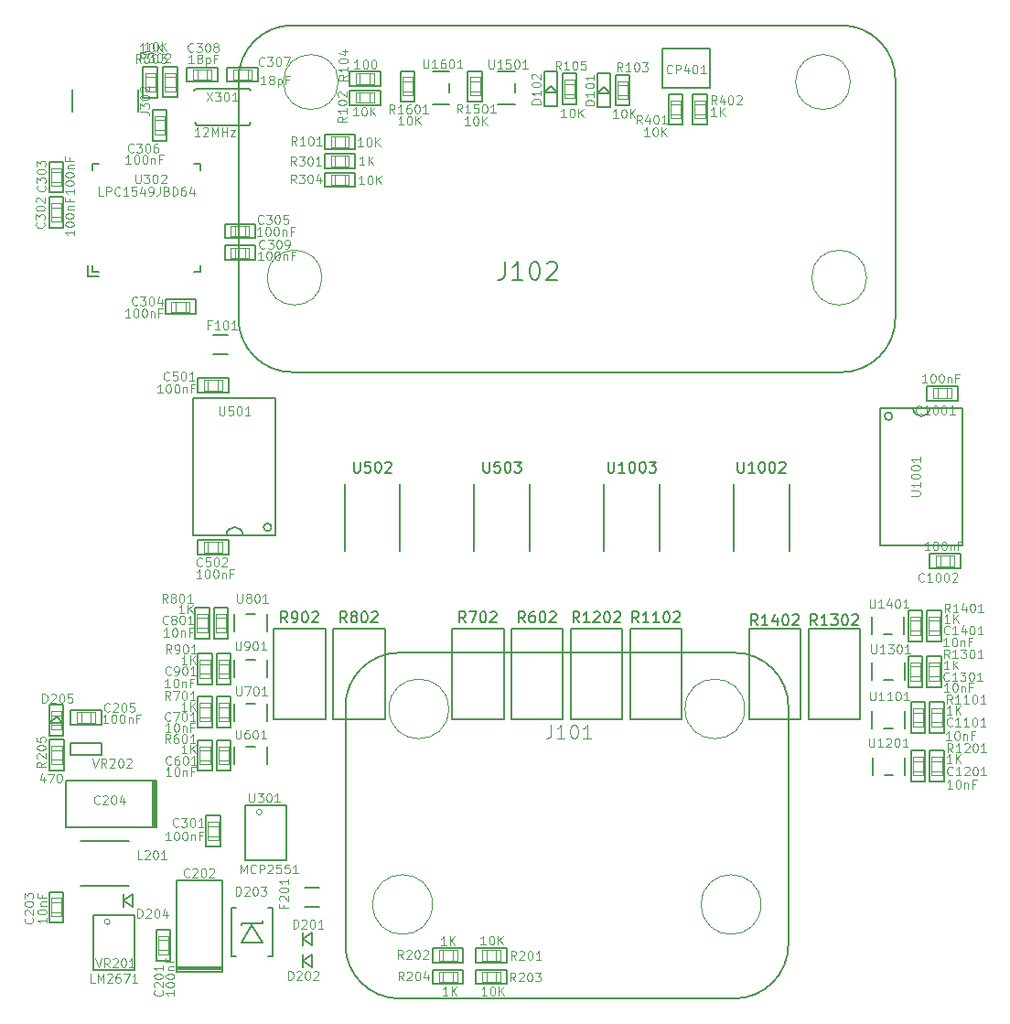
<source format=gto>
G04 #@! TF.GenerationSoftware,KiCad,Pcbnew,(2017-01-11 revision e99b79c)-master*
G04 #@! TF.CreationDate,2017-03-26T11:11:03+03:00*
G04 #@! TF.ProjectId,msb,6D73622E6B696361645F706362000000,rev?*
G04 #@! TF.FileFunction,Legend,Top*
G04 #@! TF.FilePolarity,Positive*
%FSLAX46Y46*%
G04 Gerber Fmt 4.6, Leading zero omitted, Abs format (unit mm)*
G04 Created by KiCad (PCBNEW (2017-01-11 revision e99b79c)-master) date Sun Mar 26 11:11:03 2017*
%MOMM*%
%LPD*%
G01*
G04 APERTURE LIST*
%ADD10C,0.100000*%
%ADD11C,0.200000*%
%ADD12C,0.150000*%
%ADD13C,0.203200*%
%ADD14C,0.101600*%
%ADD15C,0.198120*%
%ADD16C,0.099060*%
%ADD17C,0.127000*%
%ADD18C,0.076200*%
G04 APERTURE END LIST*
D10*
D11*
X139150000Y-111700000D02*
X138350000Y-111700000D01*
X140250000Y-113300000D02*
X140250000Y-111700000D01*
X137250000Y-113300000D02*
X137250000Y-111700000D01*
X162150000Y-104800000D02*
X157350000Y-104800000D01*
X162150000Y-113200000D02*
X162150000Y-104800000D01*
X157350000Y-113200000D02*
X162150000Y-113200000D01*
X157350000Y-104800000D02*
X157350000Y-113200000D01*
D10*
X134732600Y-103411800D02*
X133767400Y-103411800D01*
X134732600Y-104707200D02*
X134732600Y-103792800D01*
X133767400Y-105088200D02*
X134732600Y-105088200D01*
X133767400Y-103792800D02*
X133767400Y-104707200D01*
X134732600Y-105088200D02*
X134732600Y-104707200D01*
X133767400Y-104707200D02*
X133767400Y-105088200D01*
X134732600Y-104707200D02*
X133767400Y-104707200D01*
X133767400Y-103411800D02*
X133767400Y-103792800D01*
X134732600Y-103792800D02*
X134732600Y-103411800D01*
X133767400Y-103792800D02*
X134732600Y-103792800D01*
D11*
X134910400Y-105672400D02*
X134910400Y-102827600D01*
X134910400Y-102827600D02*
X133589600Y-102827600D01*
X133589600Y-102827600D02*
X133589600Y-105672400D01*
X133589600Y-105672400D02*
X134910400Y-105672400D01*
X158422400Y-137660400D02*
X158422400Y-136339600D01*
X155577600Y-137660400D02*
X158422400Y-137660400D01*
X155577600Y-136339600D02*
X155577600Y-137660400D01*
X158422400Y-136339600D02*
X155577600Y-136339600D01*
D10*
X156542800Y-137482600D02*
X156542800Y-136517400D01*
X156542800Y-136517400D02*
X156161800Y-136517400D01*
X156161800Y-137482600D02*
X156542800Y-137482600D01*
X157457200Y-136517400D02*
X157457200Y-137482600D01*
X157457200Y-137482600D02*
X157838200Y-137482600D01*
X157838200Y-136517400D02*
X157457200Y-136517400D01*
X156542800Y-137482600D02*
X157457200Y-137482600D01*
X157838200Y-137482600D02*
X157838200Y-136517400D01*
X157457200Y-136517400D02*
X156542800Y-136517400D01*
X156161800Y-136517400D02*
X156161800Y-137482600D01*
D11*
X133839600Y-113922400D02*
X135160400Y-113922400D01*
X133839600Y-111077600D02*
X133839600Y-113922400D01*
X135160400Y-111077600D02*
X133839600Y-111077600D01*
X135160400Y-113922400D02*
X135160400Y-111077600D01*
D10*
X134017400Y-112042800D02*
X134982600Y-112042800D01*
X134982600Y-112042800D02*
X134982600Y-111661800D01*
X134017400Y-111661800D02*
X134017400Y-112042800D01*
X134982600Y-112957200D02*
X134017400Y-112957200D01*
X134017400Y-112957200D02*
X134017400Y-113338200D01*
X134982600Y-113338200D02*
X134982600Y-112957200D01*
X134017400Y-112042800D02*
X134017400Y-112957200D01*
X134017400Y-113338200D02*
X134982600Y-113338200D01*
X134982600Y-112957200D02*
X134982600Y-112042800D01*
X134982600Y-111661800D02*
X134017400Y-111661800D01*
X134982600Y-115661800D02*
X134017400Y-115661800D01*
X134982600Y-116957200D02*
X134982600Y-116042800D01*
X134017400Y-117338200D02*
X134982600Y-117338200D01*
X134017400Y-116042800D02*
X134017400Y-116957200D01*
X134982600Y-117338200D02*
X134982600Y-116957200D01*
X134017400Y-116957200D02*
X134017400Y-117338200D01*
X134982600Y-116957200D02*
X134017400Y-116957200D01*
X134017400Y-115661800D02*
X134017400Y-116042800D01*
X134982600Y-116042800D02*
X134982600Y-115661800D01*
X134017400Y-116042800D02*
X134982600Y-116042800D01*
D11*
X135160400Y-117922400D02*
X135160400Y-115077600D01*
X135160400Y-115077600D02*
X133839600Y-115077600D01*
X133839600Y-115077600D02*
X133839600Y-117922400D01*
X133839600Y-117922400D02*
X135160400Y-117922400D01*
D10*
X160161800Y-136517400D02*
X160161800Y-137482600D01*
X161457200Y-136517400D02*
X160542800Y-136517400D01*
X161838200Y-137482600D02*
X161838200Y-136517400D01*
X160542800Y-137482600D02*
X161457200Y-137482600D01*
X161838200Y-136517400D02*
X161457200Y-136517400D01*
X161457200Y-137482600D02*
X161838200Y-137482600D01*
X161457200Y-136517400D02*
X161457200Y-137482600D01*
X160161800Y-137482600D02*
X160542800Y-137482600D01*
X160542800Y-136517400D02*
X160161800Y-136517400D01*
X160542800Y-137482600D02*
X160542800Y-136517400D01*
D11*
X162422400Y-136339600D02*
X159577600Y-136339600D01*
X159577600Y-136339600D02*
X159577600Y-137660400D01*
X159577600Y-137660400D02*
X162422400Y-137660400D01*
X162422400Y-137660400D02*
X162422400Y-136339600D01*
X137250000Y-117300000D02*
X137250000Y-115700000D01*
X140250000Y-117300000D02*
X140250000Y-115700000D01*
X139150000Y-115700000D02*
X138350000Y-115700000D01*
X139150000Y-107700000D02*
X138350000Y-107700000D01*
X140250000Y-109300000D02*
X140250000Y-107700000D01*
X137250000Y-109300000D02*
X137250000Y-107700000D01*
D12*
X152575000Y-97575000D02*
X152575000Y-91425000D01*
X147425000Y-97575000D02*
X147425000Y-91425000D01*
D11*
X137250000Y-105050000D02*
X137250000Y-103450000D01*
X140250000Y-105050000D02*
X140250000Y-103450000D01*
X139150000Y-103450000D02*
X138350000Y-103450000D01*
D10*
X156161800Y-134517400D02*
X156161800Y-135482600D01*
X157457200Y-134517400D02*
X156542800Y-134517400D01*
X157838200Y-135482600D02*
X157838200Y-134517400D01*
X156542800Y-135482600D02*
X157457200Y-135482600D01*
X157838200Y-134517400D02*
X157457200Y-134517400D01*
X157457200Y-135482600D02*
X157838200Y-135482600D01*
X157457200Y-134517400D02*
X157457200Y-135482600D01*
X156161800Y-135482600D02*
X156542800Y-135482600D01*
X156542800Y-134517400D02*
X156161800Y-134517400D01*
X156542800Y-135482600D02*
X156542800Y-134517400D01*
D11*
X158422400Y-134339600D02*
X155577600Y-134339600D01*
X155577600Y-134339600D02*
X155577600Y-135660400D01*
X155577600Y-135660400D02*
X158422400Y-135660400D01*
X158422400Y-135660400D02*
X158422400Y-134339600D01*
D10*
X160161800Y-134517400D02*
X160161800Y-135482600D01*
X161457200Y-134517400D02*
X160542800Y-134517400D01*
X161838200Y-135482600D02*
X161838200Y-134517400D01*
X160542800Y-135482600D02*
X161457200Y-135482600D01*
X161838200Y-134517400D02*
X161457200Y-134517400D01*
X161457200Y-135482600D02*
X161838200Y-135482600D01*
X161457200Y-134517400D02*
X161457200Y-135482600D01*
X160161800Y-135482600D02*
X160542800Y-135482600D01*
X160542800Y-134517400D02*
X160161800Y-134517400D01*
X160542800Y-135482600D02*
X160542800Y-134517400D01*
D11*
X162422400Y-134339600D02*
X159577600Y-134339600D01*
X159577600Y-134339600D02*
X159577600Y-135660400D01*
X159577600Y-135660400D02*
X162422400Y-135660400D01*
X162422400Y-135660400D02*
X162422400Y-134339600D01*
D10*
X135767400Y-113338200D02*
X136732600Y-113338200D01*
X135767400Y-112042800D02*
X135767400Y-112957200D01*
X136732600Y-111661800D02*
X135767400Y-111661800D01*
X136732600Y-112957200D02*
X136732600Y-112042800D01*
X135767400Y-111661800D02*
X135767400Y-112042800D01*
X136732600Y-112042800D02*
X136732600Y-111661800D01*
X135767400Y-112042800D02*
X136732600Y-112042800D01*
X136732600Y-113338200D02*
X136732600Y-112957200D01*
X135767400Y-112957200D02*
X135767400Y-113338200D01*
X136732600Y-112957200D02*
X135767400Y-112957200D01*
D11*
X135589600Y-111077600D02*
X135589600Y-113922400D01*
X135589600Y-113922400D02*
X136910400Y-113922400D01*
X136910400Y-113922400D02*
X136910400Y-111077600D01*
X136910400Y-111077600D02*
X135589600Y-111077600D01*
D10*
X134982600Y-107661800D02*
X134017400Y-107661800D01*
X134982600Y-108957200D02*
X134982600Y-108042800D01*
X134017400Y-109338200D02*
X134982600Y-109338200D01*
X134017400Y-108042800D02*
X134017400Y-108957200D01*
X134982600Y-109338200D02*
X134982600Y-108957200D01*
X134017400Y-108957200D02*
X134017400Y-109338200D01*
X134982600Y-108957200D02*
X134017400Y-108957200D01*
X134017400Y-107661800D02*
X134017400Y-108042800D01*
X134982600Y-108042800D02*
X134982600Y-107661800D01*
X134017400Y-108042800D02*
X134982600Y-108042800D01*
D11*
X135160400Y-109922400D02*
X135160400Y-107077600D01*
X135160400Y-107077600D02*
X133839600Y-107077600D01*
X133839600Y-107077600D02*
X133839600Y-109922400D01*
X133839600Y-109922400D02*
X135160400Y-109922400D01*
X146350000Y-104800000D02*
X146350000Y-113200000D01*
X146350000Y-113200000D02*
X151150000Y-113200000D01*
X151150000Y-113200000D02*
X151150000Y-104800000D01*
X151150000Y-104800000D02*
X146350000Y-104800000D01*
X136150000Y-136500000D02*
X136150000Y-128100000D01*
X136150000Y-128100000D02*
X131850000Y-128100000D01*
X131850000Y-128100000D02*
X131850000Y-136500000D01*
X136150000Y-136500000D02*
X131850000Y-136500000D01*
X136150000Y-136100000D02*
X131850000Y-136100000D01*
X131850000Y-136300000D02*
X136150000Y-136300000D01*
X123000000Y-124400000D02*
X127500000Y-124400000D01*
X123000000Y-128600000D02*
X127500000Y-128600000D01*
X136660400Y-102827600D02*
X135339600Y-102827600D01*
X136660400Y-105672400D02*
X136660400Y-102827600D01*
X135339600Y-105672400D02*
X136660400Y-105672400D01*
X135339600Y-102827600D02*
X135339600Y-105672400D01*
D10*
X136482600Y-104707200D02*
X135517400Y-104707200D01*
X135517400Y-104707200D02*
X135517400Y-105088200D01*
X136482600Y-105088200D02*
X136482600Y-104707200D01*
X135517400Y-103792800D02*
X136482600Y-103792800D01*
X136482600Y-103792800D02*
X136482600Y-103411800D01*
X135517400Y-103411800D02*
X135517400Y-103792800D01*
X136482600Y-104707200D02*
X136482600Y-103792800D01*
X136482600Y-103411800D02*
X135517400Y-103411800D01*
X135517400Y-103792800D02*
X135517400Y-104707200D01*
X135517400Y-105088200D02*
X136482600Y-105088200D01*
D11*
X136910400Y-115077600D02*
X135589600Y-115077600D01*
X136910400Y-117922400D02*
X136910400Y-115077600D01*
X135589600Y-117922400D02*
X136910400Y-117922400D01*
X135589600Y-115077600D02*
X135589600Y-117922400D01*
D10*
X136732600Y-116957200D02*
X135767400Y-116957200D01*
X135767400Y-116957200D02*
X135767400Y-117338200D01*
X136732600Y-117338200D02*
X136732600Y-116957200D01*
X135767400Y-116042800D02*
X136732600Y-116042800D01*
X136732600Y-116042800D02*
X136732600Y-115661800D01*
X135767400Y-115661800D02*
X135767400Y-116042800D01*
X136732600Y-116957200D02*
X136732600Y-116042800D01*
X136732600Y-115661800D02*
X135767400Y-115661800D01*
X135767400Y-116042800D02*
X135767400Y-116957200D01*
X135767400Y-117338200D02*
X136732600Y-117338200D01*
D13*
X144449580Y-136099440D02*
X144449580Y-134900560D01*
X144449580Y-134900560D02*
X143550420Y-135500000D01*
X143550420Y-135500000D02*
X144449580Y-136099440D01*
X143550420Y-136099440D02*
X143550420Y-134900560D01*
D10*
X134411800Y-81767400D02*
X134411800Y-82732600D01*
X135707200Y-81767400D02*
X134792800Y-81767400D01*
X136088200Y-82732600D02*
X136088200Y-81767400D01*
X134792800Y-82732600D02*
X135707200Y-82732600D01*
X136088200Y-81767400D02*
X135707200Y-81767400D01*
X135707200Y-82732600D02*
X136088200Y-82732600D01*
X135707200Y-81767400D02*
X135707200Y-82732600D01*
X134411800Y-82732600D02*
X134792800Y-82732600D01*
X134792800Y-81767400D02*
X134411800Y-81767400D01*
X134792800Y-82732600D02*
X134792800Y-81767400D01*
D11*
X136672400Y-81589600D02*
X133827600Y-81589600D01*
X133827600Y-81589600D02*
X133827600Y-82910400D01*
X133827600Y-82910400D02*
X136672400Y-82910400D01*
X136672400Y-82910400D02*
X136672400Y-81589600D01*
X145650000Y-104800000D02*
X140850000Y-104800000D01*
X145650000Y-113200000D02*
X145650000Y-104800000D01*
X140850000Y-113200000D02*
X145650000Y-113200000D01*
X140850000Y-104800000D02*
X140850000Y-113200000D01*
D10*
X134411800Y-96767400D02*
X134411800Y-97732600D01*
X135707200Y-96767400D02*
X134792800Y-96767400D01*
X136088200Y-97732600D02*
X136088200Y-96767400D01*
X134792800Y-97732600D02*
X135707200Y-97732600D01*
X136088200Y-96767400D02*
X135707200Y-96767400D01*
X135707200Y-97732600D02*
X136088200Y-97732600D01*
X135707200Y-96767400D02*
X135707200Y-97732600D01*
X134411800Y-97732600D02*
X134792800Y-97732600D01*
X134792800Y-96767400D02*
X134411800Y-96767400D01*
X134792800Y-97732600D02*
X134792800Y-96767400D01*
D11*
X136672400Y-96589600D02*
X133827600Y-96589600D01*
X133827600Y-96589600D02*
X133827600Y-97910400D01*
X133827600Y-97910400D02*
X136672400Y-97910400D01*
X136672400Y-97910400D02*
X136672400Y-96589600D01*
D13*
X144449580Y-134099440D02*
X144449580Y-132900560D01*
X144449580Y-132900560D02*
X143550420Y-133500000D01*
X143550420Y-133500000D02*
X144449580Y-134099440D01*
X143550420Y-134099440D02*
X143550420Y-132900560D01*
D11*
X136910400Y-107077600D02*
X135589600Y-107077600D01*
X136910400Y-109922400D02*
X136910400Y-107077600D01*
X135589600Y-109922400D02*
X136910400Y-109922400D01*
X135589600Y-107077600D02*
X135589600Y-109922400D01*
D10*
X136732600Y-108957200D02*
X135767400Y-108957200D01*
X135767400Y-108957200D02*
X135767400Y-109338200D01*
X136732600Y-109338200D02*
X136732600Y-108957200D01*
X135767400Y-108042800D02*
X136732600Y-108042800D01*
X136732600Y-108042800D02*
X136732600Y-107661800D01*
X135767400Y-107661800D02*
X135767400Y-108042800D01*
X136732600Y-108957200D02*
X136732600Y-108042800D01*
X136732600Y-107661800D02*
X135767400Y-107661800D01*
X135767400Y-108042800D02*
X135767400Y-108957200D01*
X135767400Y-109338200D02*
X136732600Y-109338200D01*
D11*
X162850000Y-104800000D02*
X162850000Y-113200000D01*
X162850000Y-113200000D02*
X167650000Y-113200000D01*
X167650000Y-113200000D02*
X167650000Y-104800000D01*
X167650000Y-104800000D02*
X162850000Y-104800000D01*
X135910400Y-122077600D02*
X134589600Y-122077600D01*
X135910400Y-124922400D02*
X135910400Y-122077600D01*
X134589600Y-124922400D02*
X135910400Y-124922400D01*
X134589600Y-122077600D02*
X134589600Y-124922400D01*
D10*
X135732600Y-123957200D02*
X134767400Y-123957200D01*
X134767400Y-123957200D02*
X134767400Y-124338200D01*
X135732600Y-124338200D02*
X135732600Y-123957200D01*
X134767400Y-123042800D02*
X135732600Y-123042800D01*
X135732600Y-123042800D02*
X135732600Y-122661800D01*
X134767400Y-122661800D02*
X134767400Y-123042800D01*
X135732600Y-123957200D02*
X135732600Y-123042800D01*
X135732600Y-122661800D02*
X134767400Y-122661800D01*
X134767400Y-123042800D02*
X134767400Y-123957200D01*
X134767400Y-124338200D02*
X135732600Y-124338200D01*
D11*
X145577600Y-60839600D02*
X145577600Y-62160400D01*
X148422400Y-60839600D02*
X145577600Y-60839600D01*
X148422400Y-62160400D02*
X148422400Y-60839600D01*
X145577600Y-62160400D02*
X148422400Y-62160400D01*
D10*
X147457200Y-61017400D02*
X147457200Y-61982600D01*
X147457200Y-61982600D02*
X147838200Y-61982600D01*
X147838200Y-61017400D02*
X147457200Y-61017400D01*
X146542800Y-61982600D02*
X146542800Y-61017400D01*
X146542800Y-61017400D02*
X146161800Y-61017400D01*
X146161800Y-61982600D02*
X146542800Y-61982600D01*
X147457200Y-61017400D02*
X146542800Y-61017400D01*
X146161800Y-61017400D02*
X146161800Y-61982600D01*
X146542800Y-61982600D02*
X147457200Y-61982600D01*
X147838200Y-61982600D02*
X147838200Y-61017400D01*
D11*
X131960400Y-52777600D02*
X130639600Y-52777600D01*
X131960400Y-55622400D02*
X131960400Y-52777600D01*
X130639600Y-55622400D02*
X131960400Y-55622400D01*
X130639600Y-52777600D02*
X130639600Y-55622400D01*
D10*
X131782600Y-54657200D02*
X130817400Y-54657200D01*
X130817400Y-54657200D02*
X130817400Y-55038200D01*
X131782600Y-55038200D02*
X131782600Y-54657200D01*
X130817400Y-53742800D02*
X131782600Y-53742800D01*
X131782600Y-53742800D02*
X131782600Y-53361800D01*
X130817400Y-53361800D02*
X130817400Y-53742800D01*
X131782600Y-54657200D02*
X131782600Y-53742800D01*
X131782600Y-53361800D02*
X130817400Y-53361800D01*
X130817400Y-53742800D02*
X130817400Y-54657200D01*
X130817400Y-55038200D02*
X131782600Y-55038200D01*
X128967400Y-55050000D02*
X129932600Y-55050000D01*
X128967400Y-53754600D02*
X128967400Y-54669000D01*
X129932600Y-53373600D02*
X128967400Y-53373600D01*
X129932600Y-54669000D02*
X129932600Y-53754600D01*
X128967400Y-53373600D02*
X128967400Y-53754600D01*
X129932600Y-53754600D02*
X129932600Y-53373600D01*
X128967400Y-53754600D02*
X129932600Y-53754600D01*
X129932600Y-55050000D02*
X129932600Y-54669000D01*
X128967400Y-54669000D02*
X128967400Y-55050000D01*
X129932600Y-54669000D02*
X128967400Y-54669000D01*
D11*
X128789600Y-52789400D02*
X128789600Y-55634200D01*
X128789600Y-55634200D02*
X130110400Y-55634200D01*
X130110400Y-55634200D02*
X130110400Y-52789400D01*
X130110400Y-52789400D02*
X128789600Y-52789400D01*
X177389600Y-58160600D02*
X178710400Y-58160600D01*
X177389600Y-55315800D02*
X177389600Y-58160600D01*
X178710400Y-55315800D02*
X177389600Y-55315800D01*
X178710400Y-58160600D02*
X178710400Y-55315800D01*
D10*
X177567400Y-56281000D02*
X178532600Y-56281000D01*
X178532600Y-56281000D02*
X178532600Y-55900000D01*
X177567400Y-55900000D02*
X177567400Y-56281000D01*
X178532600Y-57195400D02*
X177567400Y-57195400D01*
X177567400Y-57195400D02*
X177567400Y-57576400D01*
X178532600Y-57576400D02*
X178532600Y-57195400D01*
X177567400Y-56281000D02*
X177567400Y-57195400D01*
X177567400Y-57576400D02*
X178532600Y-57576400D01*
X178532600Y-57195400D02*
X178532600Y-56281000D01*
X178532600Y-55900000D02*
X177567400Y-55900000D01*
D14*
X139787447Y-121750000D02*
G75*
G03X139787447Y-121750000I-251447J0D01*
G01*
D13*
X138266000Y-121115000D02*
X142076000Y-121115000D01*
X138266000Y-126195000D02*
X138266000Y-121115000D01*
X142076000Y-126195000D02*
X138266000Y-126195000D01*
X142076000Y-121115000D02*
X142076000Y-126195000D01*
D15*
X134048720Y-61801280D02*
X134048720Y-62400720D01*
X133449280Y-61801280D02*
X134048720Y-61801280D01*
X134048720Y-71199280D02*
X134048720Y-71798720D01*
X124051280Y-71199280D02*
X124051280Y-71798720D01*
X124051280Y-61801280D02*
X124051280Y-62400720D01*
X124051280Y-71798720D02*
X124650720Y-71798720D01*
X133449280Y-71798720D02*
X134048720Y-71798720D01*
X124051280Y-61801280D02*
X124650720Y-61801280D01*
X123652500Y-71199280D02*
X123652500Y-72197500D01*
X123652500Y-72197500D02*
X124650720Y-72197500D01*
X147502200Y-112001800D02*
X147502200Y-133998200D01*
X152500920Y-138999460D02*
X183499080Y-138999460D01*
X188497800Y-133998200D02*
X188497800Y-112001800D01*
X183499080Y-107000540D02*
X152500920Y-107000540D01*
D16*
X185958095Y-130299960D02*
G75*
G03X185958095Y-130299960I-2758735J0D01*
G01*
X184456955Y-112202460D02*
G75*
G03X184456955Y-112202460I-2758735J0D01*
G01*
X157060515Y-112202460D02*
G75*
G03X157060515Y-112202460I-2758735J0D01*
G01*
X155559375Y-130299960D02*
G75*
G03X155559375Y-130299960I-2758735J0D01*
G01*
D15*
X152500920Y-107003080D02*
G75*
G03X147502200Y-112001800I0J-4998720D01*
G01*
X147499660Y-133998200D02*
G75*
G03X152500920Y-138999460I5001260J0D01*
G01*
X183499080Y-138996920D02*
G75*
G03X188497800Y-133998200I0J4998720D01*
G01*
X188500340Y-112001800D02*
G75*
G03X183499080Y-107000540I-5001260J0D01*
G01*
X137601280Y-76049000D02*
G75*
G03X142600000Y-81047720I4998720J0D01*
G01*
X193400000Y-81047720D02*
G75*
G03X198398720Y-76049000I0J4998720D01*
G01*
X198398720Y-53951000D02*
G75*
G03X193400000Y-48952280I-4998720J0D01*
G01*
X142600000Y-48952280D02*
G75*
G03X137601280Y-53951000I0J-4998720D01*
G01*
D16*
X194237816Y-54202460D02*
G75*
G03X194237816Y-54202460I-2539616J0D01*
G01*
X195738956Y-72299960D02*
G75*
G03X195738956Y-72299960I-2539616J0D01*
G01*
X145340276Y-72299960D02*
G75*
G03X145340276Y-72299960I-2539616J0D01*
G01*
X146841416Y-54202460D02*
G75*
G03X146841416Y-54202460I-2539616J0D01*
G01*
D15*
X137601280Y-76049000D02*
X137601280Y-53951000D01*
X193400000Y-81047720D02*
X142600000Y-81047720D01*
X198398720Y-53951000D02*
X198398720Y-76049000D01*
X142600000Y-48952280D02*
X193400000Y-48952280D01*
D10*
X120267400Y-131388200D02*
X121232600Y-131388200D01*
X120267400Y-130092800D02*
X120267400Y-131007200D01*
X121232600Y-129711800D02*
X120267400Y-129711800D01*
X121232600Y-131007200D02*
X121232600Y-130092800D01*
X120267400Y-129711800D02*
X120267400Y-130092800D01*
X121232600Y-130092800D02*
X121232600Y-129711800D01*
X120267400Y-130092800D02*
X121232600Y-130092800D01*
X121232600Y-131388200D02*
X121232600Y-131007200D01*
X120267400Y-131007200D02*
X120267400Y-131388200D01*
X121232600Y-131007200D02*
X120267400Y-131007200D01*
D11*
X120089600Y-129127600D02*
X120089600Y-131972400D01*
X120089600Y-131972400D02*
X121410400Y-131972400D01*
X121410400Y-131972400D02*
X121410400Y-129127600D01*
X121410400Y-129127600D02*
X120089600Y-129127600D01*
X129850000Y-123150000D02*
X129850000Y-118850000D01*
X129650000Y-118850000D02*
X129650000Y-123150000D01*
X130050000Y-118850000D02*
X130050000Y-123150000D01*
X121650000Y-123150000D02*
X130050000Y-123150000D01*
X121650000Y-118850000D02*
X121650000Y-123150000D01*
X130050000Y-118850000D02*
X121650000Y-118850000D01*
X124922400Y-113660400D02*
X124922400Y-112339600D01*
X122077600Y-113660400D02*
X124922400Y-113660400D01*
X122077600Y-112339600D02*
X122077600Y-113660400D01*
X124922400Y-112339600D02*
X122077600Y-112339600D01*
D10*
X123042800Y-113482600D02*
X123042800Y-112517400D01*
X123042800Y-112517400D02*
X122661800Y-112517400D01*
X122661800Y-113482600D02*
X123042800Y-113482600D01*
X123957200Y-112517400D02*
X123957200Y-113482600D01*
X123957200Y-113482600D02*
X124338200Y-113482600D01*
X124338200Y-112517400D02*
X123957200Y-112517400D01*
X123042800Y-113482600D02*
X123957200Y-113482600D01*
X124338200Y-113482600D02*
X124338200Y-112517400D01*
X123957200Y-112517400D02*
X123042800Y-112517400D01*
X122661800Y-112517400D02*
X122661800Y-113482600D01*
X120267400Y-67088200D02*
X121232600Y-67088200D01*
X120267400Y-65792800D02*
X120267400Y-66707200D01*
X121232600Y-65411800D02*
X120267400Y-65411800D01*
X121232600Y-66707200D02*
X121232600Y-65792800D01*
X120267400Y-65411800D02*
X120267400Y-65792800D01*
X121232600Y-65792800D02*
X121232600Y-65411800D01*
X120267400Y-65792800D02*
X121232600Y-65792800D01*
X121232600Y-67088200D02*
X121232600Y-66707200D01*
X120267400Y-66707200D02*
X120267400Y-67088200D01*
X121232600Y-66707200D02*
X120267400Y-66707200D01*
D11*
X120089600Y-64827600D02*
X120089600Y-67672400D01*
X120089600Y-67672400D02*
X121410400Y-67672400D01*
X121410400Y-67672400D02*
X121410400Y-64827600D01*
X121410400Y-64827600D02*
X120089600Y-64827600D01*
X121410400Y-61577600D02*
X120089600Y-61577600D01*
X121410400Y-64422400D02*
X121410400Y-61577600D01*
X120089600Y-64422400D02*
X121410400Y-64422400D01*
X120089600Y-61577600D02*
X120089600Y-64422400D01*
D10*
X121232600Y-63457200D02*
X120267400Y-63457200D01*
X120267400Y-63457200D02*
X120267400Y-63838200D01*
X121232600Y-63838200D02*
X121232600Y-63457200D01*
X120267400Y-62542800D02*
X121232600Y-62542800D01*
X121232600Y-62542800D02*
X121232600Y-62161800D01*
X120267400Y-62161800D02*
X120267400Y-62542800D01*
X121232600Y-63457200D02*
X121232600Y-62542800D01*
X121232600Y-62161800D02*
X120267400Y-62161800D01*
X120267400Y-62542800D02*
X120267400Y-63457200D01*
X120267400Y-63838200D02*
X121232600Y-63838200D01*
D11*
X133672400Y-75660400D02*
X133672400Y-74339600D01*
X130827600Y-75660400D02*
X133672400Y-75660400D01*
X130827600Y-74339600D02*
X130827600Y-75660400D01*
X133672400Y-74339600D02*
X130827600Y-74339600D01*
D10*
X131792800Y-75482600D02*
X131792800Y-74517400D01*
X131792800Y-74517400D02*
X131411800Y-74517400D01*
X131411800Y-75482600D02*
X131792800Y-75482600D01*
X132707200Y-74517400D02*
X132707200Y-75482600D01*
X132707200Y-75482600D02*
X133088200Y-75482600D01*
X133088200Y-74517400D02*
X132707200Y-74517400D01*
X131792800Y-75482600D02*
X132707200Y-75482600D01*
X133088200Y-75482600D02*
X133088200Y-74517400D01*
X132707200Y-74517400D02*
X131792800Y-74517400D01*
X131411800Y-74517400D02*
X131411800Y-75482600D01*
D11*
X139172400Y-68660400D02*
X139172400Y-67339600D01*
X136327600Y-68660400D02*
X139172400Y-68660400D01*
X136327600Y-67339600D02*
X136327600Y-68660400D01*
X139172400Y-67339600D02*
X136327600Y-67339600D01*
D10*
X137292800Y-68482600D02*
X137292800Y-67517400D01*
X137292800Y-67517400D02*
X136911800Y-67517400D01*
X136911800Y-68482600D02*
X137292800Y-68482600D01*
X138207200Y-67517400D02*
X138207200Y-68482600D01*
X138207200Y-68482600D02*
X138588200Y-68482600D01*
X138588200Y-67517400D02*
X138207200Y-67517400D01*
X137292800Y-68482600D02*
X138207200Y-68482600D01*
X138588200Y-68482600D02*
X138588200Y-67517400D01*
X138207200Y-67517400D02*
X137292800Y-67517400D01*
X136911800Y-67517400D02*
X136911800Y-68482600D01*
X129817400Y-59038200D02*
X130782600Y-59038200D01*
X129817400Y-57742800D02*
X129817400Y-58657200D01*
X130782600Y-57361800D02*
X129817400Y-57361800D01*
X130782600Y-58657200D02*
X130782600Y-57742800D01*
X129817400Y-57361800D02*
X129817400Y-57742800D01*
X130782600Y-57742800D02*
X130782600Y-57361800D01*
X129817400Y-57742800D02*
X130782600Y-57742800D01*
X130782600Y-59038200D02*
X130782600Y-58657200D01*
X129817400Y-58657200D02*
X129817400Y-59038200D01*
X130782600Y-58657200D02*
X129817400Y-58657200D01*
D11*
X129639600Y-56777600D02*
X129639600Y-59622400D01*
X129639600Y-59622400D02*
X130960400Y-59622400D01*
X130960400Y-59622400D02*
X130960400Y-56777600D01*
X130960400Y-56777600D02*
X129639600Y-56777600D01*
D10*
X138838200Y-53982600D02*
X138838200Y-53017400D01*
X137542800Y-53982600D02*
X138457200Y-53982600D01*
X137161800Y-53017400D02*
X137161800Y-53982600D01*
X138457200Y-53017400D02*
X137542800Y-53017400D01*
X137161800Y-53982600D02*
X137542800Y-53982600D01*
X137542800Y-53017400D02*
X137161800Y-53017400D01*
X137542800Y-53982600D02*
X137542800Y-53017400D01*
X138838200Y-53017400D02*
X138457200Y-53017400D01*
X138457200Y-53982600D02*
X138838200Y-53982600D01*
X138457200Y-53017400D02*
X138457200Y-53982600D01*
D11*
X136577600Y-54160400D02*
X139422400Y-54160400D01*
X139422400Y-54160400D02*
X139422400Y-52839600D01*
X139422400Y-52839600D02*
X136577600Y-52839600D01*
X136577600Y-52839600D02*
X136577600Y-54160400D01*
X135672400Y-54160400D02*
X135672400Y-52839600D01*
X132827600Y-54160400D02*
X135672400Y-54160400D01*
X132827600Y-52839600D02*
X132827600Y-54160400D01*
X135672400Y-52839600D02*
X132827600Y-52839600D01*
D10*
X133792800Y-53982600D02*
X133792800Y-53017400D01*
X133792800Y-53017400D02*
X133411800Y-53017400D01*
X133411800Y-53982600D02*
X133792800Y-53982600D01*
X134707200Y-53017400D02*
X134707200Y-53982600D01*
X134707200Y-53982600D02*
X135088200Y-53982600D01*
X135088200Y-53017400D02*
X134707200Y-53017400D01*
X133792800Y-53982600D02*
X134707200Y-53982600D01*
X135088200Y-53982600D02*
X135088200Y-53017400D01*
X134707200Y-53017400D02*
X133792800Y-53017400D01*
X133411800Y-53017400D02*
X133411800Y-53982600D01*
D11*
X201327600Y-82339600D02*
X201327600Y-83660400D01*
X204172400Y-82339600D02*
X201327600Y-82339600D01*
X204172400Y-83660400D02*
X204172400Y-82339600D01*
X201327600Y-83660400D02*
X204172400Y-83660400D01*
D10*
X203207200Y-82517400D02*
X203207200Y-83482600D01*
X203207200Y-83482600D02*
X203588200Y-83482600D01*
X203588200Y-82517400D02*
X203207200Y-82517400D01*
X202292800Y-83482600D02*
X202292800Y-82517400D01*
X202292800Y-82517400D02*
X201911800Y-82517400D01*
X201911800Y-83482600D02*
X202292800Y-83482600D01*
X203207200Y-82517400D02*
X202292800Y-82517400D01*
X201911800Y-82517400D02*
X201911800Y-83482600D01*
X202292800Y-83482600D02*
X203207200Y-83482600D01*
X203588200Y-83482600D02*
X203588200Y-82517400D01*
X203838200Y-98982600D02*
X203838200Y-98017400D01*
X202542800Y-98982600D02*
X203457200Y-98982600D01*
X202161800Y-98017400D02*
X202161800Y-98982600D01*
X203457200Y-98017400D02*
X202542800Y-98017400D01*
X202161800Y-98982600D02*
X202542800Y-98982600D01*
X202542800Y-98017400D02*
X202161800Y-98017400D01*
X202542800Y-98982600D02*
X202542800Y-98017400D01*
X203838200Y-98017400D02*
X203457200Y-98017400D01*
X203457200Y-98982600D02*
X203838200Y-98982600D01*
X203457200Y-98017400D02*
X203457200Y-98982600D01*
D11*
X201577600Y-99160400D02*
X204422400Y-99160400D01*
X204422400Y-99160400D02*
X204422400Y-97839600D01*
X204422400Y-97839600D02*
X201577600Y-97839600D01*
X201577600Y-97839600D02*
X201577600Y-99160400D01*
D10*
X201767400Y-113838200D02*
X202732600Y-113838200D01*
X201767400Y-112542800D02*
X201767400Y-113457200D01*
X202732600Y-112161800D02*
X201767400Y-112161800D01*
X202732600Y-113457200D02*
X202732600Y-112542800D01*
X201767400Y-112161800D02*
X201767400Y-112542800D01*
X202732600Y-112542800D02*
X202732600Y-112161800D01*
X201767400Y-112542800D02*
X202732600Y-112542800D01*
X202732600Y-113838200D02*
X202732600Y-113457200D01*
X201767400Y-113457200D02*
X201767400Y-113838200D01*
X202732600Y-113457200D02*
X201767400Y-113457200D01*
D11*
X201589600Y-111577600D02*
X201589600Y-114422400D01*
X201589600Y-114422400D02*
X202910400Y-114422400D01*
X202910400Y-114422400D02*
X202910400Y-111577600D01*
X202910400Y-111577600D02*
X201589600Y-111577600D01*
X202910400Y-116077600D02*
X201589600Y-116077600D01*
X202910400Y-118922400D02*
X202910400Y-116077600D01*
X201589600Y-118922400D02*
X202910400Y-118922400D01*
X201589600Y-116077600D02*
X201589600Y-118922400D01*
D10*
X202732600Y-117957200D02*
X201767400Y-117957200D01*
X201767400Y-117957200D02*
X201767400Y-118338200D01*
X202732600Y-118338200D02*
X202732600Y-117957200D01*
X201767400Y-117042800D02*
X202732600Y-117042800D01*
X202732600Y-117042800D02*
X202732600Y-116661800D01*
X201767400Y-116661800D02*
X201767400Y-117042800D01*
X202732600Y-117957200D02*
X202732600Y-117042800D01*
X202732600Y-116661800D02*
X201767400Y-116661800D01*
X201767400Y-117042800D02*
X201767400Y-117957200D01*
X201767400Y-118338200D02*
X202732600Y-118338200D01*
X201517400Y-109588200D02*
X202482600Y-109588200D01*
X201517400Y-108292800D02*
X201517400Y-109207200D01*
X202482600Y-107911800D02*
X201517400Y-107911800D01*
X202482600Y-109207200D02*
X202482600Y-108292800D01*
X201517400Y-107911800D02*
X201517400Y-108292800D01*
X202482600Y-108292800D02*
X202482600Y-107911800D01*
X201517400Y-108292800D02*
X202482600Y-108292800D01*
X202482600Y-109588200D02*
X202482600Y-109207200D01*
X201517400Y-109207200D02*
X201517400Y-109588200D01*
X202482600Y-109207200D02*
X201517400Y-109207200D01*
D11*
X201339600Y-107327600D02*
X201339600Y-110172400D01*
X201339600Y-110172400D02*
X202660400Y-110172400D01*
X202660400Y-110172400D02*
X202660400Y-107327600D01*
X202660400Y-107327600D02*
X201339600Y-107327600D01*
X202660400Y-103077600D02*
X201339600Y-103077600D01*
X202660400Y-105922400D02*
X202660400Y-103077600D01*
X201339600Y-105922400D02*
X202660400Y-105922400D01*
X201339600Y-103077600D02*
X201339600Y-105922400D01*
D10*
X202482600Y-104957200D02*
X201517400Y-104957200D01*
X201517400Y-104957200D02*
X201517400Y-105338200D01*
X202482600Y-105338200D02*
X202482600Y-104957200D01*
X201517400Y-104042800D02*
X202482600Y-104042800D01*
X202482600Y-104042800D02*
X202482600Y-103661800D01*
X201517400Y-103661800D02*
X201517400Y-104042800D01*
X202482600Y-104957200D02*
X202482600Y-104042800D01*
X202482600Y-103661800D02*
X201517400Y-103661800D01*
X201517400Y-104042800D02*
X201517400Y-104957200D01*
X201517400Y-105338200D02*
X202482600Y-105338200D01*
D11*
X172000000Y-53350000D02*
X172000000Y-56550000D01*
X170800000Y-56550000D02*
X170800000Y-53350000D01*
X171400000Y-54650000D02*
X172000000Y-55250000D01*
X170800000Y-55250000D02*
X171400000Y-54650000D01*
X172000000Y-55250000D02*
X170800000Y-55250000D01*
X170800000Y-53350000D02*
X172000000Y-53350000D01*
X170800000Y-56550000D02*
X172000000Y-56550000D01*
X167100000Y-53250000D02*
X167100000Y-56450000D01*
X165900000Y-56450000D02*
X165900000Y-53250000D01*
X166500000Y-54550000D02*
X167100000Y-55150000D01*
X165900000Y-55150000D02*
X166500000Y-54550000D01*
X167100000Y-55150000D02*
X165900000Y-55150000D01*
X165900000Y-53250000D02*
X167100000Y-53250000D01*
X165900000Y-56450000D02*
X167100000Y-56450000D01*
D13*
X137851780Y-133798220D02*
X139848220Y-133798220D01*
X139848220Y-133798220D02*
X138850000Y-132200560D01*
X138850000Y-132200560D02*
X137851780Y-133798220D01*
X137851780Y-132200560D02*
X137851780Y-132002440D01*
X137851780Y-132002440D02*
X139848220Y-132002440D01*
X139848220Y-132002440D02*
X139848220Y-131801780D01*
X140749920Y-135098700D02*
X140749920Y-130600360D01*
X140749920Y-130600360D02*
X140348600Y-130600360D01*
X140749920Y-135098700D02*
X140348600Y-135098700D01*
X137351400Y-135098700D02*
X136950080Y-135098700D01*
X136950080Y-135098700D02*
X136950080Y-130600360D01*
X136950080Y-130600360D02*
X137351400Y-130600360D01*
X127849580Y-130549440D02*
X127849580Y-129350560D01*
X127849580Y-129350560D02*
X126950420Y-129950000D01*
X126950420Y-129950000D02*
X127849580Y-130549440D01*
X126950420Y-130549440D02*
X126950420Y-129350560D01*
D11*
X120100000Y-113500000D02*
X121400000Y-113500000D01*
X120750000Y-112900000D02*
X120100000Y-113500000D01*
X121400000Y-113550000D02*
X120750000Y-112900000D01*
X120089600Y-114672400D02*
X121410400Y-114672400D01*
X120089600Y-111827600D02*
X120089600Y-114672400D01*
X121410400Y-111827600D02*
X120089600Y-111827600D01*
X121410400Y-114672400D02*
X121410400Y-111827600D01*
D10*
X120267400Y-112792800D02*
X121232600Y-112792800D01*
X121232600Y-112792800D02*
X121232600Y-112411800D01*
X120267400Y-112411800D02*
X120267400Y-112792800D01*
X121232600Y-113707200D02*
X120267400Y-113707200D01*
X120267400Y-113707200D02*
X120267400Y-114088200D01*
X121232600Y-114088200D02*
X121232600Y-113707200D01*
X120267400Y-112792800D02*
X120267400Y-113707200D01*
X120267400Y-114088200D02*
X121232600Y-114088200D01*
X121232600Y-113707200D02*
X121232600Y-112792800D01*
X121232600Y-112411800D02*
X120267400Y-112411800D01*
D13*
X136648500Y-77600840D02*
X135251500Y-77600840D01*
X136648500Y-79399160D02*
X135251500Y-79399160D01*
X145098500Y-130499160D02*
X143701500Y-130499160D01*
X145098500Y-128700840D02*
X143701500Y-128700840D01*
X128298000Y-54874000D02*
X128298000Y-56906000D01*
X122202000Y-54874000D02*
X122202000Y-56906000D01*
D10*
X146161800Y-59267400D02*
X146161800Y-60232600D01*
X147457200Y-59267400D02*
X146542800Y-59267400D01*
X147838200Y-60232600D02*
X147838200Y-59267400D01*
X146542800Y-60232600D02*
X147457200Y-60232600D01*
X147838200Y-59267400D02*
X147457200Y-59267400D01*
X147457200Y-60232600D02*
X147838200Y-60232600D01*
X147457200Y-59267400D02*
X147457200Y-60232600D01*
X146161800Y-60232600D02*
X146542800Y-60232600D01*
X146542800Y-59267400D02*
X146161800Y-59267400D01*
X146542800Y-60232600D02*
X146542800Y-59267400D01*
D11*
X148422400Y-59089600D02*
X145577600Y-59089600D01*
X145577600Y-59089600D02*
X145577600Y-60410400D01*
X145577600Y-60410400D02*
X148422400Y-60410400D01*
X148422400Y-60410400D02*
X148422400Y-59089600D01*
X150722400Y-56310400D02*
X150722400Y-54989600D01*
X147877600Y-56310400D02*
X150722400Y-56310400D01*
X147877600Y-54989600D02*
X147877600Y-56310400D01*
X150722400Y-54989600D02*
X147877600Y-54989600D01*
D10*
X148842800Y-56132600D02*
X148842800Y-55167400D01*
X148842800Y-55167400D02*
X148461800Y-55167400D01*
X148461800Y-56132600D02*
X148842800Y-56132600D01*
X149757200Y-55167400D02*
X149757200Y-56132600D01*
X149757200Y-56132600D02*
X150138200Y-56132600D01*
X150138200Y-55167400D02*
X149757200Y-55167400D01*
X148842800Y-56132600D02*
X149757200Y-56132600D01*
X150138200Y-56132600D02*
X150138200Y-55167400D01*
X149757200Y-55167400D02*
X148842800Y-55167400D01*
X148461800Y-55167400D02*
X148461800Y-56132600D01*
D11*
X173810400Y-53527600D02*
X172489600Y-53527600D01*
X173810400Y-56372400D02*
X173810400Y-53527600D01*
X172489600Y-56372400D02*
X173810400Y-56372400D01*
X172489600Y-53527600D02*
X172489600Y-56372400D01*
D10*
X173632600Y-55407200D02*
X172667400Y-55407200D01*
X172667400Y-55407200D02*
X172667400Y-55788200D01*
X173632600Y-55788200D02*
X173632600Y-55407200D01*
X172667400Y-54492800D02*
X173632600Y-54492800D01*
X173632600Y-54492800D02*
X173632600Y-54111800D01*
X172667400Y-54111800D02*
X172667400Y-54492800D01*
X173632600Y-55407200D02*
X173632600Y-54492800D01*
X173632600Y-54111800D02*
X172667400Y-54111800D01*
X172667400Y-54492800D02*
X172667400Y-55407200D01*
X172667400Y-55788200D02*
X173632600Y-55788200D01*
X148461800Y-53417400D02*
X148461800Y-54382600D01*
X149757200Y-53417400D02*
X148842800Y-53417400D01*
X150138200Y-54382600D02*
X150138200Y-53417400D01*
X148842800Y-54382600D02*
X149757200Y-54382600D01*
X150138200Y-53417400D02*
X149757200Y-53417400D01*
X149757200Y-54382600D02*
X150138200Y-54382600D01*
X149757200Y-53417400D02*
X149757200Y-54382600D01*
X148461800Y-54382600D02*
X148842800Y-54382600D01*
X148842800Y-53417400D02*
X148461800Y-53417400D01*
X148842800Y-54382600D02*
X148842800Y-53417400D01*
D11*
X150722400Y-53239600D02*
X147877600Y-53239600D01*
X147877600Y-53239600D02*
X147877600Y-54560400D01*
X147877600Y-54560400D02*
X150722400Y-54560400D01*
X150722400Y-54560400D02*
X150722400Y-53239600D01*
X168910400Y-53427600D02*
X167589600Y-53427600D01*
X168910400Y-56272400D02*
X168910400Y-53427600D01*
X167589600Y-56272400D02*
X168910400Y-56272400D01*
X167589600Y-53427600D02*
X167589600Y-56272400D01*
D10*
X168732600Y-55307200D02*
X167767400Y-55307200D01*
X167767400Y-55307200D02*
X167767400Y-55688200D01*
X168732600Y-55688200D02*
X168732600Y-55307200D01*
X167767400Y-54392800D02*
X168732600Y-54392800D01*
X168732600Y-54392800D02*
X168732600Y-54011800D01*
X167767400Y-54011800D02*
X167767400Y-54392800D01*
X168732600Y-55307200D02*
X168732600Y-54392800D01*
X168732600Y-54011800D02*
X167767400Y-54011800D01*
X167767400Y-54392800D02*
X167767400Y-55307200D01*
X167767400Y-55688200D02*
X168732600Y-55688200D01*
D11*
X120123874Y-117893985D02*
X121444674Y-117893985D01*
X120123874Y-115049185D02*
X120123874Y-117893985D01*
X121444674Y-115049185D02*
X120123874Y-115049185D01*
X121444674Y-117893985D02*
X121444674Y-115049185D01*
D10*
X120301674Y-116014385D02*
X121266874Y-116014385D01*
X121266874Y-116014385D02*
X121266874Y-115633385D01*
X120301674Y-115633385D02*
X120301674Y-116014385D01*
X121266874Y-116928785D02*
X120301674Y-116928785D01*
X120301674Y-116928785D02*
X120301674Y-117309785D01*
X121266874Y-117309785D02*
X121266874Y-116928785D01*
X120301674Y-116014385D02*
X120301674Y-116928785D01*
X120301674Y-117309785D02*
X121266874Y-117309785D01*
X121266874Y-116928785D02*
X121266874Y-116014385D01*
X121266874Y-115633385D02*
X120301674Y-115633385D01*
X180782600Y-55900000D02*
X179817400Y-55900000D01*
X180782600Y-57195400D02*
X180782600Y-56281000D01*
X179817400Y-57576400D02*
X180782600Y-57576400D01*
X179817400Y-56281000D02*
X179817400Y-57195400D01*
X180782600Y-57576400D02*
X180782600Y-57195400D01*
X179817400Y-57195400D02*
X179817400Y-57576400D01*
X180782600Y-57195400D02*
X179817400Y-57195400D01*
X179817400Y-55900000D02*
X179817400Y-56281000D01*
X180782600Y-56281000D02*
X180782600Y-55900000D01*
X179817400Y-56281000D02*
X180782600Y-56281000D01*
D11*
X180960400Y-58160600D02*
X180960400Y-55315800D01*
X180960400Y-55315800D02*
X179639600Y-55315800D01*
X179639600Y-55315800D02*
X179639600Y-58160600D01*
X179639600Y-58160600D02*
X180960400Y-58160600D01*
D10*
X200982600Y-112161800D02*
X200017400Y-112161800D01*
X200982600Y-113457200D02*
X200982600Y-112542800D01*
X200017400Y-113838200D02*
X200982600Y-113838200D01*
X200017400Y-112542800D02*
X200017400Y-113457200D01*
X200982600Y-113838200D02*
X200982600Y-113457200D01*
X200017400Y-113457200D02*
X200017400Y-113838200D01*
X200982600Y-113457200D02*
X200017400Y-113457200D01*
X200017400Y-112161800D02*
X200017400Y-112542800D01*
X200982600Y-112542800D02*
X200982600Y-112161800D01*
X200017400Y-112542800D02*
X200982600Y-112542800D01*
D11*
X201160400Y-114422400D02*
X201160400Y-111577600D01*
X201160400Y-111577600D02*
X199839600Y-111577600D01*
X199839600Y-111577600D02*
X199839600Y-114422400D01*
X199839600Y-114422400D02*
X201160400Y-114422400D01*
X173850000Y-104800000D02*
X173850000Y-113200000D01*
X173850000Y-113200000D02*
X178650000Y-113200000D01*
X178650000Y-113200000D02*
X178650000Y-104800000D01*
X178650000Y-104800000D02*
X173850000Y-104800000D01*
X199839600Y-118922400D02*
X201160400Y-118922400D01*
X199839600Y-116077600D02*
X199839600Y-118922400D01*
X201160400Y-116077600D02*
X199839600Y-116077600D01*
X201160400Y-118922400D02*
X201160400Y-116077600D01*
D10*
X200017400Y-117042800D02*
X200982600Y-117042800D01*
X200982600Y-117042800D02*
X200982600Y-116661800D01*
X200017400Y-116661800D02*
X200017400Y-117042800D01*
X200982600Y-117957200D02*
X200017400Y-117957200D01*
X200017400Y-117957200D02*
X200017400Y-118338200D01*
X200982600Y-118338200D02*
X200982600Y-117957200D01*
X200017400Y-117042800D02*
X200017400Y-117957200D01*
X200017400Y-118338200D02*
X200982600Y-118338200D01*
X200982600Y-117957200D02*
X200982600Y-117042800D01*
X200982600Y-116661800D02*
X200017400Y-116661800D01*
D11*
X173150000Y-104800000D02*
X168350000Y-104800000D01*
X173150000Y-113200000D02*
X173150000Y-104800000D01*
X168350000Y-113200000D02*
X173150000Y-113200000D01*
X168350000Y-104800000D02*
X168350000Y-113200000D01*
D10*
X200732600Y-107911800D02*
X199767400Y-107911800D01*
X200732600Y-109207200D02*
X200732600Y-108292800D01*
X199767400Y-109588200D02*
X200732600Y-109588200D01*
X199767400Y-108292800D02*
X199767400Y-109207200D01*
X200732600Y-109588200D02*
X200732600Y-109207200D01*
X199767400Y-109207200D02*
X199767400Y-109588200D01*
X200732600Y-109207200D02*
X199767400Y-109207200D01*
X199767400Y-107911800D02*
X199767400Y-108292800D01*
X200732600Y-108292800D02*
X200732600Y-107911800D01*
X199767400Y-108292800D02*
X200732600Y-108292800D01*
D11*
X200910400Y-110172400D02*
X200910400Y-107327600D01*
X200910400Y-107327600D02*
X199589600Y-107327600D01*
X199589600Y-107327600D02*
X199589600Y-110172400D01*
X199589600Y-110172400D02*
X200910400Y-110172400D01*
X195150000Y-104800000D02*
X190350000Y-104800000D01*
X195150000Y-113200000D02*
X195150000Y-104800000D01*
X190350000Y-113200000D02*
X195150000Y-113200000D01*
X190350000Y-104800000D02*
X190350000Y-113200000D01*
D10*
X200732600Y-103661800D02*
X199767400Y-103661800D01*
X200732600Y-104957200D02*
X200732600Y-104042800D01*
X199767400Y-105338200D02*
X200732600Y-105338200D01*
X199767400Y-104042800D02*
X199767400Y-104957200D01*
X200732600Y-105338200D02*
X200732600Y-104957200D01*
X199767400Y-104957200D02*
X199767400Y-105338200D01*
X200732600Y-104957200D02*
X199767400Y-104957200D01*
X199767400Y-103661800D02*
X199767400Y-104042800D01*
X200732600Y-104042800D02*
X200732600Y-103661800D01*
X199767400Y-104042800D02*
X200732600Y-104042800D01*
D11*
X200910400Y-105922400D02*
X200910400Y-103077600D01*
X200910400Y-103077600D02*
X199589600Y-103077600D01*
X199589600Y-103077600D02*
X199589600Y-105922400D01*
X199589600Y-105922400D02*
X200910400Y-105922400D01*
X189650000Y-104800000D02*
X184850000Y-104800000D01*
X189650000Y-113200000D02*
X189650000Y-104800000D01*
X184850000Y-113200000D02*
X189650000Y-113200000D01*
X184850000Y-104800000D02*
X184850000Y-113200000D01*
X160160400Y-53177600D02*
X158839600Y-53177600D01*
X160160400Y-56022400D02*
X160160400Y-53177600D01*
X158839600Y-56022400D02*
X160160400Y-56022400D01*
X158839600Y-53177600D02*
X158839600Y-56022400D01*
D10*
X159982600Y-55057200D02*
X159017400Y-55057200D01*
X159017400Y-55057200D02*
X159017400Y-55438200D01*
X159982600Y-55438200D02*
X159982600Y-55057200D01*
X159017400Y-54142800D02*
X159982600Y-54142800D01*
X159982600Y-54142800D02*
X159982600Y-53761800D01*
X159017400Y-53761800D02*
X159017400Y-54142800D01*
X159982600Y-55057200D02*
X159982600Y-54142800D01*
X159982600Y-53761800D02*
X159017400Y-53761800D01*
X159017400Y-54142800D02*
X159017400Y-55057200D01*
X159017400Y-55438200D02*
X159982600Y-55438200D01*
D11*
X153910400Y-53177600D02*
X152589600Y-53177600D01*
X153910400Y-56022400D02*
X153910400Y-53177600D01*
X152589600Y-56022400D02*
X153910400Y-56022400D01*
X152589600Y-53177600D02*
X152589600Y-56022400D01*
D10*
X153732600Y-55057200D02*
X152767400Y-55057200D01*
X152767400Y-55057200D02*
X152767400Y-55438200D01*
X153732600Y-55438200D02*
X153732600Y-55057200D01*
X152767400Y-54142800D02*
X153732600Y-54142800D01*
X153732600Y-54142800D02*
X153732600Y-53761800D01*
X152767400Y-53761800D02*
X152767400Y-54142800D01*
X153732600Y-55057200D02*
X153732600Y-54142800D01*
X153732600Y-53761800D02*
X152767400Y-53761800D01*
X152767400Y-54142800D02*
X152767400Y-55057200D01*
X152767400Y-55438200D02*
X153732600Y-55438200D01*
D11*
X200046840Y-84358946D02*
G75*
G03X201570840Y-84358946I762000J0D01*
G01*
X198120050Y-85120946D02*
G75*
G03X198120050Y-85120946I-359210J0D01*
G01*
X196998840Y-97058946D02*
X204618840Y-97058946D01*
X196998840Y-84358946D02*
X196998840Y-97058946D01*
X204618840Y-84358946D02*
X196998840Y-84358946D01*
X204618840Y-97058946D02*
X204618840Y-84358946D01*
D12*
X183425000Y-97575000D02*
X183425000Y-91425000D01*
X188575000Y-97575000D02*
X188575000Y-91425000D01*
X176575000Y-97575000D02*
X176575000Y-91425000D01*
X171425000Y-97575000D02*
X171425000Y-91425000D01*
D11*
X197352755Y-114024160D02*
X198152755Y-114024160D01*
X196252755Y-112424160D02*
X196252755Y-114024160D01*
X199252755Y-112424160D02*
X199252755Y-114024160D01*
X199312755Y-116684160D02*
X199312755Y-118284160D01*
X196312755Y-116684160D02*
X196312755Y-118284160D01*
X197412755Y-118284160D02*
X198212755Y-118284160D01*
X197350000Y-109550000D02*
X198150000Y-109550000D01*
X196250000Y-107950000D02*
X196250000Y-109550000D01*
X199250000Y-107950000D02*
X199250000Y-109550000D01*
X199212755Y-103684160D02*
X199212755Y-105284160D01*
X196212755Y-103684160D02*
X196212755Y-105284160D01*
X197312755Y-105284160D02*
X198112755Y-105284160D01*
X163212755Y-55144160D02*
X163212755Y-54344160D01*
X161612755Y-56244160D02*
X163212755Y-56244160D01*
X161612755Y-53244160D02*
X163212755Y-53244160D01*
X155550000Y-53250000D02*
X157150000Y-53250000D01*
X155550000Y-56250000D02*
X157150000Y-56250000D01*
X157150000Y-55150000D02*
X157150000Y-54350000D01*
D13*
X128005000Y-131260000D02*
X128005000Y-136340000D01*
X128005000Y-136340000D02*
X124195000Y-136340000D01*
X124195000Y-136340000D02*
X124195000Y-131260000D01*
X124195000Y-131260000D02*
X128005000Y-131260000D01*
D14*
X125716447Y-131895000D02*
G75*
G03X125716447Y-131895000I-251447J0D01*
G01*
D15*
X122052200Y-116447660D02*
X124947800Y-116447660D01*
X124947800Y-116447660D02*
X124947800Y-115348500D01*
X122052200Y-116447660D02*
X122052200Y-115348500D01*
X122052200Y-115348500D02*
X124947800Y-115348500D01*
D17*
X138759984Y-57998600D02*
X138559324Y-58199260D01*
X138559324Y-58199260D02*
X133763804Y-58199260D01*
X133763804Y-58199260D02*
X133563144Y-57998600D01*
X133464084Y-55001400D02*
X133662204Y-54800740D01*
X133662204Y-54800740D02*
X138559324Y-54800740D01*
X138559324Y-54800740D02*
X138759984Y-55001400D01*
D11*
X129989600Y-135472400D02*
X131310400Y-135472400D01*
X129989600Y-132627600D02*
X129989600Y-135472400D01*
X131310400Y-132627600D02*
X129989600Y-132627600D01*
X131310400Y-135472400D02*
X131310400Y-132627600D01*
D10*
X130167400Y-133592800D02*
X131132600Y-133592800D01*
X131132600Y-133592800D02*
X131132600Y-133211800D01*
X130167400Y-133211800D02*
X130167400Y-133592800D01*
X131132600Y-134507200D02*
X130167400Y-134507200D01*
X130167400Y-134507200D02*
X130167400Y-134888200D01*
X131132600Y-134888200D02*
X131132600Y-134507200D01*
X130167400Y-133592800D02*
X130167400Y-134507200D01*
X130167400Y-134888200D02*
X131132600Y-134888200D01*
X131132600Y-134507200D02*
X131132600Y-133592800D01*
X131132600Y-133211800D02*
X130167400Y-133211800D01*
D12*
X176800000Y-54720000D02*
X176800000Y-51120000D01*
X176800000Y-51120000D02*
X181200000Y-51120000D01*
X181200000Y-51120000D02*
X181200000Y-54720000D01*
X181200000Y-54720000D02*
X176800000Y-54720000D01*
D11*
X138012000Y-96150000D02*
G75*
G03X136488000Y-96150000I-762000J0D01*
G01*
X140657210Y-95388000D02*
G75*
G03X140657210Y-95388000I-359210J0D01*
G01*
X141060000Y-83450000D02*
X133440000Y-83450000D01*
X141060000Y-96150000D02*
X141060000Y-83450000D01*
X133440000Y-96150000D02*
X141060000Y-96150000D01*
X133440000Y-83450000D02*
X133440000Y-96150000D01*
D12*
X164575000Y-97575000D02*
X164575000Y-91425000D01*
X159425000Y-97575000D02*
X159425000Y-91425000D01*
D11*
X139172400Y-70660400D02*
X139172400Y-69339600D01*
X136327600Y-70660400D02*
X139172400Y-70660400D01*
X136327600Y-69339600D02*
X136327600Y-70660400D01*
X139172400Y-69339600D02*
X136327600Y-69339600D01*
D10*
X137292800Y-70482600D02*
X137292800Y-69517400D01*
X137292800Y-69517400D02*
X136911800Y-69517400D01*
X136911800Y-70482600D02*
X137292800Y-70482600D01*
X138207200Y-69517400D02*
X138207200Y-70482600D01*
X138207200Y-70482600D02*
X138588200Y-70482600D01*
X138588200Y-69517400D02*
X138207200Y-69517400D01*
X137292800Y-70482600D02*
X138207200Y-70482600D01*
X138588200Y-70482600D02*
X138588200Y-69517400D01*
X138207200Y-69517400D02*
X137292800Y-69517400D01*
X136911800Y-69517400D02*
X136911800Y-70482600D01*
D11*
X148422400Y-63910400D02*
X148422400Y-62589600D01*
X145577600Y-63910400D02*
X148422400Y-63910400D01*
X145577600Y-62589600D02*
X145577600Y-63910400D01*
X148422400Y-62589600D02*
X145577600Y-62589600D01*
D10*
X146542800Y-63732600D02*
X146542800Y-62767400D01*
X146542800Y-62767400D02*
X146161800Y-62767400D01*
X146161800Y-63732600D02*
X146542800Y-63732600D01*
X147457200Y-62767400D02*
X147457200Y-63732600D01*
X147457200Y-63732600D02*
X147838200Y-63732600D01*
X147838200Y-62767400D02*
X147457200Y-62767400D01*
X146542800Y-63732600D02*
X147457200Y-63732600D01*
X147838200Y-63732600D02*
X147838200Y-62767400D01*
X147457200Y-62767400D02*
X146542800Y-62767400D01*
X146161800Y-62767400D02*
X146161800Y-63732600D01*
D18*
X137406628Y-110154895D02*
X137406628Y-110812876D01*
X137445333Y-110890285D01*
X137484038Y-110928990D01*
X137561447Y-110967695D01*
X137716266Y-110967695D01*
X137793676Y-110928990D01*
X137832380Y-110890285D01*
X137871085Y-110812876D01*
X137871085Y-110154895D01*
X138180723Y-110154895D02*
X138722590Y-110154895D01*
X138374247Y-110967695D01*
X139187047Y-110154895D02*
X139264457Y-110154895D01*
X139341866Y-110193600D01*
X139380571Y-110232304D01*
X139419276Y-110309714D01*
X139457980Y-110464533D01*
X139457980Y-110658057D01*
X139419276Y-110812876D01*
X139380571Y-110890285D01*
X139341866Y-110928990D01*
X139264457Y-110967695D01*
X139187047Y-110967695D01*
X139109638Y-110928990D01*
X139070933Y-110890285D01*
X139032228Y-110812876D01*
X138993523Y-110658057D01*
X138993523Y-110464533D01*
X139032228Y-110309714D01*
X139070933Y-110232304D01*
X139109638Y-110193600D01*
X139187047Y-110154895D01*
X140232076Y-110967695D02*
X139767619Y-110967695D01*
X139999847Y-110967695D02*
X139999847Y-110154895D01*
X139922438Y-110271009D01*
X139845028Y-110348419D01*
X139767619Y-110387123D01*
D12*
X158630952Y-104202380D02*
X158297619Y-103726190D01*
X158059523Y-104202380D02*
X158059523Y-103202380D01*
X158440476Y-103202380D01*
X158535714Y-103250000D01*
X158583333Y-103297619D01*
X158630952Y-103392857D01*
X158630952Y-103535714D01*
X158583333Y-103630952D01*
X158535714Y-103678571D01*
X158440476Y-103726190D01*
X158059523Y-103726190D01*
X158964285Y-103202380D02*
X159630952Y-103202380D01*
X159202380Y-104202380D01*
X160202380Y-103202380D02*
X160297619Y-103202380D01*
X160392857Y-103250000D01*
X160440476Y-103297619D01*
X160488095Y-103392857D01*
X160535714Y-103583333D01*
X160535714Y-103821428D01*
X160488095Y-104011904D01*
X160440476Y-104107142D01*
X160392857Y-104154761D01*
X160297619Y-104202380D01*
X160202380Y-104202380D01*
X160107142Y-104154761D01*
X160059523Y-104107142D01*
X160011904Y-104011904D01*
X159964285Y-103821428D01*
X159964285Y-103583333D01*
X160011904Y-103392857D01*
X160059523Y-103297619D01*
X160107142Y-103250000D01*
X160202380Y-103202380D01*
X160916666Y-103297619D02*
X160964285Y-103250000D01*
X161059523Y-103202380D01*
X161297619Y-103202380D01*
X161392857Y-103250000D01*
X161440476Y-103297619D01*
X161488095Y-103392857D01*
X161488095Y-103488095D01*
X161440476Y-103630952D01*
X160869047Y-104202380D01*
X161488095Y-104202380D01*
D18*
X131090438Y-104290285D02*
X131051733Y-104328990D01*
X130935619Y-104367695D01*
X130858209Y-104367695D01*
X130742095Y-104328990D01*
X130664685Y-104251580D01*
X130625980Y-104174171D01*
X130587276Y-104019352D01*
X130587276Y-103903238D01*
X130625980Y-103748419D01*
X130664685Y-103671009D01*
X130742095Y-103593600D01*
X130858209Y-103554895D01*
X130935619Y-103554895D01*
X131051733Y-103593600D01*
X131090438Y-103632304D01*
X131554895Y-103903238D02*
X131477485Y-103864533D01*
X131438780Y-103825828D01*
X131400076Y-103748419D01*
X131400076Y-103709714D01*
X131438780Y-103632304D01*
X131477485Y-103593600D01*
X131554895Y-103554895D01*
X131709714Y-103554895D01*
X131787123Y-103593600D01*
X131825828Y-103632304D01*
X131864533Y-103709714D01*
X131864533Y-103748419D01*
X131825828Y-103825828D01*
X131787123Y-103864533D01*
X131709714Y-103903238D01*
X131554895Y-103903238D01*
X131477485Y-103941942D01*
X131438780Y-103980647D01*
X131400076Y-104058057D01*
X131400076Y-104212876D01*
X131438780Y-104290285D01*
X131477485Y-104328990D01*
X131554895Y-104367695D01*
X131709714Y-104367695D01*
X131787123Y-104328990D01*
X131825828Y-104290285D01*
X131864533Y-104212876D01*
X131864533Y-104058057D01*
X131825828Y-103980647D01*
X131787123Y-103941942D01*
X131709714Y-103903238D01*
X132367695Y-103554895D02*
X132445104Y-103554895D01*
X132522514Y-103593600D01*
X132561219Y-103632304D01*
X132599923Y-103709714D01*
X132638628Y-103864533D01*
X132638628Y-104058057D01*
X132599923Y-104212876D01*
X132561219Y-104290285D01*
X132522514Y-104328990D01*
X132445104Y-104367695D01*
X132367695Y-104367695D01*
X132290285Y-104328990D01*
X132251580Y-104290285D01*
X132212876Y-104212876D01*
X132174171Y-104058057D01*
X132174171Y-103864533D01*
X132212876Y-103709714D01*
X132251580Y-103632304D01*
X132290285Y-103593600D01*
X132367695Y-103554895D01*
X133412723Y-104367695D02*
X132948266Y-104367695D01*
X133180495Y-104367695D02*
X133180495Y-103554895D01*
X133103085Y-103671009D01*
X133025676Y-103748419D01*
X132948266Y-103787123D01*
X131179142Y-105517695D02*
X130714685Y-105517695D01*
X130946914Y-105517695D02*
X130946914Y-104704895D01*
X130869504Y-104821009D01*
X130792095Y-104898419D01*
X130714685Y-104937123D01*
X131682304Y-104704895D02*
X131759714Y-104704895D01*
X131837123Y-104743600D01*
X131875828Y-104782304D01*
X131914533Y-104859714D01*
X131953238Y-105014533D01*
X131953238Y-105208057D01*
X131914533Y-105362876D01*
X131875828Y-105440285D01*
X131837123Y-105478990D01*
X131759714Y-105517695D01*
X131682304Y-105517695D01*
X131604895Y-105478990D01*
X131566190Y-105440285D01*
X131527485Y-105362876D01*
X131488780Y-105208057D01*
X131488780Y-105014533D01*
X131527485Y-104859714D01*
X131566190Y-104782304D01*
X131604895Y-104743600D01*
X131682304Y-104704895D01*
X132301580Y-104975828D02*
X132301580Y-105517695D01*
X132301580Y-105053238D02*
X132340285Y-105014533D01*
X132417695Y-104975828D01*
X132533809Y-104975828D01*
X132611219Y-105014533D01*
X132649923Y-105091942D01*
X132649923Y-105517695D01*
X133307904Y-105091942D02*
X133036971Y-105091942D01*
X133036971Y-105517695D02*
X133036971Y-104704895D01*
X133424019Y-104704895D01*
X152890438Y-137317695D02*
X152619504Y-136930647D01*
X152425980Y-137317695D02*
X152425980Y-136504895D01*
X152735619Y-136504895D01*
X152813028Y-136543600D01*
X152851733Y-136582304D01*
X152890438Y-136659714D01*
X152890438Y-136775828D01*
X152851733Y-136853238D01*
X152813028Y-136891942D01*
X152735619Y-136930647D01*
X152425980Y-136930647D01*
X153200076Y-136582304D02*
X153238780Y-136543600D01*
X153316190Y-136504895D01*
X153509714Y-136504895D01*
X153587123Y-136543600D01*
X153625828Y-136582304D01*
X153664533Y-136659714D01*
X153664533Y-136737123D01*
X153625828Y-136853238D01*
X153161371Y-137317695D01*
X153664533Y-137317695D01*
X154167695Y-136504895D02*
X154245104Y-136504895D01*
X154322514Y-136543600D01*
X154361219Y-136582304D01*
X154399923Y-136659714D01*
X154438628Y-136814533D01*
X154438628Y-137008057D01*
X154399923Y-137162876D01*
X154361219Y-137240285D01*
X154322514Y-137278990D01*
X154245104Y-137317695D01*
X154167695Y-137317695D01*
X154090285Y-137278990D01*
X154051580Y-137240285D01*
X154012876Y-137162876D01*
X153974171Y-137008057D01*
X153974171Y-136814533D01*
X154012876Y-136659714D01*
X154051580Y-136582304D01*
X154090285Y-136543600D01*
X154167695Y-136504895D01*
X155135314Y-136775828D02*
X155135314Y-137317695D01*
X154941790Y-136466190D02*
X154748266Y-137046761D01*
X155251428Y-137046761D01*
X156978228Y-138713895D02*
X156513771Y-138713895D01*
X156746000Y-138713895D02*
X156746000Y-137901095D01*
X156668590Y-138017209D01*
X156591180Y-138094619D01*
X156513771Y-138133323D01*
X157326571Y-138713895D02*
X157326571Y-137901095D01*
X157791028Y-138713895D02*
X157442685Y-138249438D01*
X157791028Y-137901095D02*
X157326571Y-138365552D01*
X131290438Y-113240285D02*
X131251733Y-113278990D01*
X131135619Y-113317695D01*
X131058209Y-113317695D01*
X130942095Y-113278990D01*
X130864685Y-113201580D01*
X130825980Y-113124171D01*
X130787276Y-112969352D01*
X130787276Y-112853238D01*
X130825980Y-112698419D01*
X130864685Y-112621009D01*
X130942095Y-112543600D01*
X131058209Y-112504895D01*
X131135619Y-112504895D01*
X131251733Y-112543600D01*
X131290438Y-112582304D01*
X131561371Y-112504895D02*
X132103238Y-112504895D01*
X131754895Y-113317695D01*
X132567695Y-112504895D02*
X132645104Y-112504895D01*
X132722514Y-112543600D01*
X132761219Y-112582304D01*
X132799923Y-112659714D01*
X132838628Y-112814533D01*
X132838628Y-113008057D01*
X132799923Y-113162876D01*
X132761219Y-113240285D01*
X132722514Y-113278990D01*
X132645104Y-113317695D01*
X132567695Y-113317695D01*
X132490285Y-113278990D01*
X132451580Y-113240285D01*
X132412876Y-113162876D01*
X132374171Y-113008057D01*
X132374171Y-112814533D01*
X132412876Y-112659714D01*
X132451580Y-112582304D01*
X132490285Y-112543600D01*
X132567695Y-112504895D01*
X133612723Y-113317695D02*
X133148266Y-113317695D01*
X133380495Y-113317695D02*
X133380495Y-112504895D01*
X133303085Y-112621009D01*
X133225676Y-112698419D01*
X133148266Y-112737123D01*
X131329142Y-114317695D02*
X130864685Y-114317695D01*
X131096914Y-114317695D02*
X131096914Y-113504895D01*
X131019504Y-113621009D01*
X130942095Y-113698419D01*
X130864685Y-113737123D01*
X131832304Y-113504895D02*
X131909714Y-113504895D01*
X131987123Y-113543600D01*
X132025828Y-113582304D01*
X132064533Y-113659714D01*
X132103238Y-113814533D01*
X132103238Y-114008057D01*
X132064533Y-114162876D01*
X132025828Y-114240285D01*
X131987123Y-114278990D01*
X131909714Y-114317695D01*
X131832304Y-114317695D01*
X131754895Y-114278990D01*
X131716190Y-114240285D01*
X131677485Y-114162876D01*
X131638780Y-114008057D01*
X131638780Y-113814533D01*
X131677485Y-113659714D01*
X131716190Y-113582304D01*
X131754895Y-113543600D01*
X131832304Y-113504895D01*
X132451580Y-113775828D02*
X132451580Y-114317695D01*
X132451580Y-113853238D02*
X132490285Y-113814533D01*
X132567695Y-113775828D01*
X132683809Y-113775828D01*
X132761219Y-113814533D01*
X132799923Y-113891942D01*
X132799923Y-114317695D01*
X133457904Y-113891942D02*
X133186971Y-113891942D01*
X133186971Y-114317695D02*
X133186971Y-113504895D01*
X133574019Y-113504895D01*
X131390438Y-117290285D02*
X131351733Y-117328990D01*
X131235619Y-117367695D01*
X131158209Y-117367695D01*
X131042095Y-117328990D01*
X130964685Y-117251580D01*
X130925980Y-117174171D01*
X130887276Y-117019352D01*
X130887276Y-116903238D01*
X130925980Y-116748419D01*
X130964685Y-116671009D01*
X131042095Y-116593600D01*
X131158209Y-116554895D01*
X131235619Y-116554895D01*
X131351733Y-116593600D01*
X131390438Y-116632304D01*
X132087123Y-116554895D02*
X131932304Y-116554895D01*
X131854895Y-116593600D01*
X131816190Y-116632304D01*
X131738780Y-116748419D01*
X131700076Y-116903238D01*
X131700076Y-117212876D01*
X131738780Y-117290285D01*
X131777485Y-117328990D01*
X131854895Y-117367695D01*
X132009714Y-117367695D01*
X132087123Y-117328990D01*
X132125828Y-117290285D01*
X132164533Y-117212876D01*
X132164533Y-117019352D01*
X132125828Y-116941942D01*
X132087123Y-116903238D01*
X132009714Y-116864533D01*
X131854895Y-116864533D01*
X131777485Y-116903238D01*
X131738780Y-116941942D01*
X131700076Y-117019352D01*
X132667695Y-116554895D02*
X132745104Y-116554895D01*
X132822514Y-116593600D01*
X132861219Y-116632304D01*
X132899923Y-116709714D01*
X132938628Y-116864533D01*
X132938628Y-117058057D01*
X132899923Y-117212876D01*
X132861219Y-117290285D01*
X132822514Y-117328990D01*
X132745104Y-117367695D01*
X132667695Y-117367695D01*
X132590285Y-117328990D01*
X132551580Y-117290285D01*
X132512876Y-117212876D01*
X132474171Y-117058057D01*
X132474171Y-116864533D01*
X132512876Y-116709714D01*
X132551580Y-116632304D01*
X132590285Y-116593600D01*
X132667695Y-116554895D01*
X133712723Y-117367695D02*
X133248266Y-117367695D01*
X133480495Y-117367695D02*
X133480495Y-116554895D01*
X133403085Y-116671009D01*
X133325676Y-116748419D01*
X133248266Y-116787123D01*
X131379142Y-118417695D02*
X130914685Y-118417695D01*
X131146914Y-118417695D02*
X131146914Y-117604895D01*
X131069504Y-117721009D01*
X130992095Y-117798419D01*
X130914685Y-117837123D01*
X131882304Y-117604895D02*
X131959714Y-117604895D01*
X132037123Y-117643600D01*
X132075828Y-117682304D01*
X132114533Y-117759714D01*
X132153238Y-117914533D01*
X132153238Y-118108057D01*
X132114533Y-118262876D01*
X132075828Y-118340285D01*
X132037123Y-118378990D01*
X131959714Y-118417695D01*
X131882304Y-118417695D01*
X131804895Y-118378990D01*
X131766190Y-118340285D01*
X131727485Y-118262876D01*
X131688780Y-118108057D01*
X131688780Y-117914533D01*
X131727485Y-117759714D01*
X131766190Y-117682304D01*
X131804895Y-117643600D01*
X131882304Y-117604895D01*
X132501580Y-117875828D02*
X132501580Y-118417695D01*
X132501580Y-117953238D02*
X132540285Y-117914533D01*
X132617695Y-117875828D01*
X132733809Y-117875828D01*
X132811219Y-117914533D01*
X132849923Y-117991942D01*
X132849923Y-118417695D01*
X133507904Y-117991942D02*
X133236971Y-117991942D01*
X133236971Y-118417695D02*
X133236971Y-117604895D01*
X133624019Y-117604895D01*
X163240438Y-137417695D02*
X162969504Y-137030647D01*
X162775980Y-137417695D02*
X162775980Y-136604895D01*
X163085619Y-136604895D01*
X163163028Y-136643600D01*
X163201733Y-136682304D01*
X163240438Y-136759714D01*
X163240438Y-136875828D01*
X163201733Y-136953238D01*
X163163028Y-136991942D01*
X163085619Y-137030647D01*
X162775980Y-137030647D01*
X163550076Y-136682304D02*
X163588780Y-136643600D01*
X163666190Y-136604895D01*
X163859714Y-136604895D01*
X163937123Y-136643600D01*
X163975828Y-136682304D01*
X164014533Y-136759714D01*
X164014533Y-136837123D01*
X163975828Y-136953238D01*
X163511371Y-137417695D01*
X164014533Y-137417695D01*
X164517695Y-136604895D02*
X164595104Y-136604895D01*
X164672514Y-136643600D01*
X164711219Y-136682304D01*
X164749923Y-136759714D01*
X164788628Y-136914533D01*
X164788628Y-137108057D01*
X164749923Y-137262876D01*
X164711219Y-137340285D01*
X164672514Y-137378990D01*
X164595104Y-137417695D01*
X164517695Y-137417695D01*
X164440285Y-137378990D01*
X164401580Y-137340285D01*
X164362876Y-137262876D01*
X164324171Y-137108057D01*
X164324171Y-136914533D01*
X164362876Y-136759714D01*
X164401580Y-136682304D01*
X164440285Y-136643600D01*
X164517695Y-136604895D01*
X165059561Y-136604895D02*
X165562723Y-136604895D01*
X165291790Y-136914533D01*
X165407904Y-136914533D01*
X165485314Y-136953238D01*
X165524019Y-136991942D01*
X165562723Y-137069352D01*
X165562723Y-137262876D01*
X165524019Y-137340285D01*
X165485314Y-137378990D01*
X165407904Y-137417695D01*
X165175676Y-137417695D01*
X165098266Y-137378990D01*
X165059561Y-137340285D01*
X160591180Y-138713895D02*
X160126723Y-138713895D01*
X160358952Y-138713895D02*
X160358952Y-137901095D01*
X160281542Y-138017209D01*
X160204133Y-138094619D01*
X160126723Y-138133323D01*
X161094342Y-137901095D02*
X161171752Y-137901095D01*
X161249161Y-137939800D01*
X161287866Y-137978504D01*
X161326571Y-138055914D01*
X161365276Y-138210733D01*
X161365276Y-138404257D01*
X161326571Y-138559076D01*
X161287866Y-138636485D01*
X161249161Y-138675190D01*
X161171752Y-138713895D01*
X161094342Y-138713895D01*
X161016933Y-138675190D01*
X160978228Y-138636485D01*
X160939523Y-138559076D01*
X160900819Y-138404257D01*
X160900819Y-138210733D01*
X160939523Y-138055914D01*
X160978228Y-137978504D01*
X161016933Y-137939800D01*
X161094342Y-137901095D01*
X161713619Y-138713895D02*
X161713619Y-137901095D01*
X162178076Y-138713895D02*
X161829733Y-138249438D01*
X162178076Y-137901095D02*
X161713619Y-138365552D01*
X137356628Y-114154895D02*
X137356628Y-114812876D01*
X137395333Y-114890285D01*
X137434038Y-114928990D01*
X137511447Y-114967695D01*
X137666266Y-114967695D01*
X137743676Y-114928990D01*
X137782380Y-114890285D01*
X137821085Y-114812876D01*
X137821085Y-114154895D01*
X138556476Y-114154895D02*
X138401657Y-114154895D01*
X138324247Y-114193600D01*
X138285542Y-114232304D01*
X138208133Y-114348419D01*
X138169428Y-114503238D01*
X138169428Y-114812876D01*
X138208133Y-114890285D01*
X138246838Y-114928990D01*
X138324247Y-114967695D01*
X138479066Y-114967695D01*
X138556476Y-114928990D01*
X138595180Y-114890285D01*
X138633885Y-114812876D01*
X138633885Y-114619352D01*
X138595180Y-114541942D01*
X138556476Y-114503238D01*
X138479066Y-114464533D01*
X138324247Y-114464533D01*
X138246838Y-114503238D01*
X138208133Y-114541942D01*
X138169428Y-114619352D01*
X139137047Y-114154895D02*
X139214457Y-114154895D01*
X139291866Y-114193600D01*
X139330571Y-114232304D01*
X139369276Y-114309714D01*
X139407980Y-114464533D01*
X139407980Y-114658057D01*
X139369276Y-114812876D01*
X139330571Y-114890285D01*
X139291866Y-114928990D01*
X139214457Y-114967695D01*
X139137047Y-114967695D01*
X139059638Y-114928990D01*
X139020933Y-114890285D01*
X138982228Y-114812876D01*
X138943523Y-114658057D01*
X138943523Y-114464533D01*
X138982228Y-114309714D01*
X139020933Y-114232304D01*
X139059638Y-114193600D01*
X139137047Y-114154895D01*
X140182076Y-114967695D02*
X139717619Y-114967695D01*
X139949847Y-114967695D02*
X139949847Y-114154895D01*
X139872438Y-114271009D01*
X139795028Y-114348419D01*
X139717619Y-114387123D01*
X137356628Y-105954895D02*
X137356628Y-106612876D01*
X137395333Y-106690285D01*
X137434038Y-106728990D01*
X137511447Y-106767695D01*
X137666266Y-106767695D01*
X137743676Y-106728990D01*
X137782380Y-106690285D01*
X137821085Y-106612876D01*
X137821085Y-105954895D01*
X138246838Y-106767695D02*
X138401657Y-106767695D01*
X138479066Y-106728990D01*
X138517771Y-106690285D01*
X138595180Y-106574171D01*
X138633885Y-106419352D01*
X138633885Y-106109714D01*
X138595180Y-106032304D01*
X138556476Y-105993600D01*
X138479066Y-105954895D01*
X138324247Y-105954895D01*
X138246838Y-105993600D01*
X138208133Y-106032304D01*
X138169428Y-106109714D01*
X138169428Y-106303238D01*
X138208133Y-106380647D01*
X138246838Y-106419352D01*
X138324247Y-106458057D01*
X138479066Y-106458057D01*
X138556476Y-106419352D01*
X138595180Y-106380647D01*
X138633885Y-106303238D01*
X139137047Y-105954895D02*
X139214457Y-105954895D01*
X139291866Y-105993600D01*
X139330571Y-106032304D01*
X139369276Y-106109714D01*
X139407980Y-106264533D01*
X139407980Y-106458057D01*
X139369276Y-106612876D01*
X139330571Y-106690285D01*
X139291866Y-106728990D01*
X139214457Y-106767695D01*
X139137047Y-106767695D01*
X139059638Y-106728990D01*
X139020933Y-106690285D01*
X138982228Y-106612876D01*
X138943523Y-106458057D01*
X138943523Y-106264533D01*
X138982228Y-106109714D01*
X139020933Y-106032304D01*
X139059638Y-105993600D01*
X139137047Y-105954895D01*
X140182076Y-106767695D02*
X139717619Y-106767695D01*
X139949847Y-106767695D02*
X139949847Y-105954895D01*
X139872438Y-106071009D01*
X139795028Y-106148419D01*
X139717619Y-106187123D01*
D12*
X148285714Y-89352380D02*
X148285714Y-90161904D01*
X148333333Y-90257142D01*
X148380952Y-90304761D01*
X148476190Y-90352380D01*
X148666666Y-90352380D01*
X148761904Y-90304761D01*
X148809523Y-90257142D01*
X148857142Y-90161904D01*
X148857142Y-89352380D01*
X149809523Y-89352380D02*
X149333333Y-89352380D01*
X149285714Y-89828571D01*
X149333333Y-89780952D01*
X149428571Y-89733333D01*
X149666666Y-89733333D01*
X149761904Y-89780952D01*
X149809523Y-89828571D01*
X149857142Y-89923809D01*
X149857142Y-90161904D01*
X149809523Y-90257142D01*
X149761904Y-90304761D01*
X149666666Y-90352380D01*
X149428571Y-90352380D01*
X149333333Y-90304761D01*
X149285714Y-90257142D01*
X150476190Y-89352380D02*
X150571428Y-89352380D01*
X150666666Y-89400000D01*
X150714285Y-89447619D01*
X150761904Y-89542857D01*
X150809523Y-89733333D01*
X150809523Y-89971428D01*
X150761904Y-90161904D01*
X150714285Y-90257142D01*
X150666666Y-90304761D01*
X150571428Y-90352380D01*
X150476190Y-90352380D01*
X150380952Y-90304761D01*
X150333333Y-90257142D01*
X150285714Y-90161904D01*
X150238095Y-89971428D01*
X150238095Y-89733333D01*
X150285714Y-89542857D01*
X150333333Y-89447619D01*
X150380952Y-89400000D01*
X150476190Y-89352380D01*
X151190476Y-89447619D02*
X151238095Y-89400000D01*
X151333333Y-89352380D01*
X151571428Y-89352380D01*
X151666666Y-89400000D01*
X151714285Y-89447619D01*
X151761904Y-89542857D01*
X151761904Y-89638095D01*
X151714285Y-89780952D01*
X151142857Y-90352380D01*
X151761904Y-90352380D01*
D18*
X137506628Y-101554895D02*
X137506628Y-102212876D01*
X137545333Y-102290285D01*
X137584038Y-102328990D01*
X137661447Y-102367695D01*
X137816266Y-102367695D01*
X137893676Y-102328990D01*
X137932380Y-102290285D01*
X137971085Y-102212876D01*
X137971085Y-101554895D01*
X138474247Y-101903238D02*
X138396838Y-101864533D01*
X138358133Y-101825828D01*
X138319428Y-101748419D01*
X138319428Y-101709714D01*
X138358133Y-101632304D01*
X138396838Y-101593600D01*
X138474247Y-101554895D01*
X138629066Y-101554895D01*
X138706476Y-101593600D01*
X138745180Y-101632304D01*
X138783885Y-101709714D01*
X138783885Y-101748419D01*
X138745180Y-101825828D01*
X138706476Y-101864533D01*
X138629066Y-101903238D01*
X138474247Y-101903238D01*
X138396838Y-101941942D01*
X138358133Y-101980647D01*
X138319428Y-102058057D01*
X138319428Y-102212876D01*
X138358133Y-102290285D01*
X138396838Y-102328990D01*
X138474247Y-102367695D01*
X138629066Y-102367695D01*
X138706476Y-102328990D01*
X138745180Y-102290285D01*
X138783885Y-102212876D01*
X138783885Y-102058057D01*
X138745180Y-101980647D01*
X138706476Y-101941942D01*
X138629066Y-101903238D01*
X139287047Y-101554895D02*
X139364457Y-101554895D01*
X139441866Y-101593600D01*
X139480571Y-101632304D01*
X139519276Y-101709714D01*
X139557980Y-101864533D01*
X139557980Y-102058057D01*
X139519276Y-102212876D01*
X139480571Y-102290285D01*
X139441866Y-102328990D01*
X139364457Y-102367695D01*
X139287047Y-102367695D01*
X139209638Y-102328990D01*
X139170933Y-102290285D01*
X139132228Y-102212876D01*
X139093523Y-102058057D01*
X139093523Y-101864533D01*
X139132228Y-101709714D01*
X139170933Y-101632304D01*
X139209638Y-101593600D01*
X139287047Y-101554895D01*
X140332076Y-102367695D02*
X139867619Y-102367695D01*
X140099847Y-102367695D02*
X140099847Y-101554895D01*
X140022438Y-101671009D01*
X139945028Y-101748419D01*
X139867619Y-101787123D01*
X152840438Y-135317695D02*
X152569504Y-134930647D01*
X152375980Y-135317695D02*
X152375980Y-134504895D01*
X152685619Y-134504895D01*
X152763028Y-134543600D01*
X152801733Y-134582304D01*
X152840438Y-134659714D01*
X152840438Y-134775828D01*
X152801733Y-134853238D01*
X152763028Y-134891942D01*
X152685619Y-134930647D01*
X152375980Y-134930647D01*
X153150076Y-134582304D02*
X153188780Y-134543600D01*
X153266190Y-134504895D01*
X153459714Y-134504895D01*
X153537123Y-134543600D01*
X153575828Y-134582304D01*
X153614533Y-134659714D01*
X153614533Y-134737123D01*
X153575828Y-134853238D01*
X153111371Y-135317695D01*
X153614533Y-135317695D01*
X154117695Y-134504895D02*
X154195104Y-134504895D01*
X154272514Y-134543600D01*
X154311219Y-134582304D01*
X154349923Y-134659714D01*
X154388628Y-134814533D01*
X154388628Y-135008057D01*
X154349923Y-135162876D01*
X154311219Y-135240285D01*
X154272514Y-135278990D01*
X154195104Y-135317695D01*
X154117695Y-135317695D01*
X154040285Y-135278990D01*
X154001580Y-135240285D01*
X153962876Y-135162876D01*
X153924171Y-135008057D01*
X153924171Y-134814533D01*
X153962876Y-134659714D01*
X154001580Y-134582304D01*
X154040285Y-134543600D01*
X154117695Y-134504895D01*
X154698266Y-134582304D02*
X154736971Y-134543600D01*
X154814380Y-134504895D01*
X155007904Y-134504895D01*
X155085314Y-134543600D01*
X155124019Y-134582304D01*
X155162723Y-134659714D01*
X155162723Y-134737123D01*
X155124019Y-134853238D01*
X154659561Y-135317695D01*
X155162723Y-135317695D01*
X156825828Y-134067695D02*
X156361371Y-134067695D01*
X156593600Y-134067695D02*
X156593600Y-133254895D01*
X156516190Y-133371009D01*
X156438780Y-133448419D01*
X156361371Y-133487123D01*
X157174171Y-134067695D02*
X157174171Y-133254895D01*
X157638628Y-134067695D02*
X157290285Y-133603238D01*
X157638628Y-133254895D02*
X157174171Y-133719352D01*
X163290438Y-135417695D02*
X163019504Y-135030647D01*
X162825980Y-135417695D02*
X162825980Y-134604895D01*
X163135619Y-134604895D01*
X163213028Y-134643600D01*
X163251733Y-134682304D01*
X163290438Y-134759714D01*
X163290438Y-134875828D01*
X163251733Y-134953238D01*
X163213028Y-134991942D01*
X163135619Y-135030647D01*
X162825980Y-135030647D01*
X163600076Y-134682304D02*
X163638780Y-134643600D01*
X163716190Y-134604895D01*
X163909714Y-134604895D01*
X163987123Y-134643600D01*
X164025828Y-134682304D01*
X164064533Y-134759714D01*
X164064533Y-134837123D01*
X164025828Y-134953238D01*
X163561371Y-135417695D01*
X164064533Y-135417695D01*
X164567695Y-134604895D02*
X164645104Y-134604895D01*
X164722514Y-134643600D01*
X164761219Y-134682304D01*
X164799923Y-134759714D01*
X164838628Y-134914533D01*
X164838628Y-135108057D01*
X164799923Y-135262876D01*
X164761219Y-135340285D01*
X164722514Y-135378990D01*
X164645104Y-135417695D01*
X164567695Y-135417695D01*
X164490285Y-135378990D01*
X164451580Y-135340285D01*
X164412876Y-135262876D01*
X164374171Y-135108057D01*
X164374171Y-134914533D01*
X164412876Y-134759714D01*
X164451580Y-134682304D01*
X164490285Y-134643600D01*
X164567695Y-134604895D01*
X165612723Y-135417695D02*
X165148266Y-135417695D01*
X165380495Y-135417695D02*
X165380495Y-134604895D01*
X165303085Y-134721009D01*
X165225676Y-134798419D01*
X165148266Y-134837123D01*
X160488780Y-134017695D02*
X160024323Y-134017695D01*
X160256552Y-134017695D02*
X160256552Y-133204895D01*
X160179142Y-133321009D01*
X160101733Y-133398419D01*
X160024323Y-133437123D01*
X160991942Y-133204895D02*
X161069352Y-133204895D01*
X161146761Y-133243600D01*
X161185466Y-133282304D01*
X161224171Y-133359714D01*
X161262876Y-133514533D01*
X161262876Y-133708057D01*
X161224171Y-133862876D01*
X161185466Y-133940285D01*
X161146761Y-133978990D01*
X161069352Y-134017695D01*
X160991942Y-134017695D01*
X160914533Y-133978990D01*
X160875828Y-133940285D01*
X160837123Y-133862876D01*
X160798419Y-133708057D01*
X160798419Y-133514533D01*
X160837123Y-133359714D01*
X160875828Y-133282304D01*
X160914533Y-133243600D01*
X160991942Y-133204895D01*
X161611219Y-134017695D02*
X161611219Y-133204895D01*
X162075676Y-134017695D02*
X161727333Y-133553238D01*
X162075676Y-133204895D02*
X161611219Y-133669352D01*
X131290438Y-111367695D02*
X131019504Y-110980647D01*
X130825980Y-111367695D02*
X130825980Y-110554895D01*
X131135619Y-110554895D01*
X131213028Y-110593600D01*
X131251733Y-110632304D01*
X131290438Y-110709714D01*
X131290438Y-110825828D01*
X131251733Y-110903238D01*
X131213028Y-110941942D01*
X131135619Y-110980647D01*
X130825980Y-110980647D01*
X131561371Y-110554895D02*
X132103238Y-110554895D01*
X131754895Y-111367695D01*
X132567695Y-110554895D02*
X132645104Y-110554895D01*
X132722514Y-110593600D01*
X132761219Y-110632304D01*
X132799923Y-110709714D01*
X132838628Y-110864533D01*
X132838628Y-111058057D01*
X132799923Y-111212876D01*
X132761219Y-111290285D01*
X132722514Y-111328990D01*
X132645104Y-111367695D01*
X132567695Y-111367695D01*
X132490285Y-111328990D01*
X132451580Y-111290285D01*
X132412876Y-111212876D01*
X132374171Y-111058057D01*
X132374171Y-110864533D01*
X132412876Y-110709714D01*
X132451580Y-110632304D01*
X132490285Y-110593600D01*
X132567695Y-110554895D01*
X133612723Y-111367695D02*
X133148266Y-111367695D01*
X133380495Y-111367695D02*
X133380495Y-110554895D01*
X133303085Y-110671009D01*
X133225676Y-110748419D01*
X133148266Y-110787123D01*
X132825828Y-112367695D02*
X132361371Y-112367695D01*
X132593600Y-112367695D02*
X132593600Y-111554895D01*
X132516190Y-111671009D01*
X132438780Y-111748419D01*
X132361371Y-111787123D01*
X133174171Y-112367695D02*
X133174171Y-111554895D01*
X133638628Y-112367695D02*
X133290285Y-111903238D01*
X133638628Y-111554895D02*
X133174171Y-112019352D01*
X131340438Y-108990285D02*
X131301733Y-109028990D01*
X131185619Y-109067695D01*
X131108209Y-109067695D01*
X130992095Y-109028990D01*
X130914685Y-108951580D01*
X130875980Y-108874171D01*
X130837276Y-108719352D01*
X130837276Y-108603238D01*
X130875980Y-108448419D01*
X130914685Y-108371009D01*
X130992095Y-108293600D01*
X131108209Y-108254895D01*
X131185619Y-108254895D01*
X131301733Y-108293600D01*
X131340438Y-108332304D01*
X131727485Y-109067695D02*
X131882304Y-109067695D01*
X131959714Y-109028990D01*
X131998419Y-108990285D01*
X132075828Y-108874171D01*
X132114533Y-108719352D01*
X132114533Y-108409714D01*
X132075828Y-108332304D01*
X132037123Y-108293600D01*
X131959714Y-108254895D01*
X131804895Y-108254895D01*
X131727485Y-108293600D01*
X131688780Y-108332304D01*
X131650076Y-108409714D01*
X131650076Y-108603238D01*
X131688780Y-108680647D01*
X131727485Y-108719352D01*
X131804895Y-108758057D01*
X131959714Y-108758057D01*
X132037123Y-108719352D01*
X132075828Y-108680647D01*
X132114533Y-108603238D01*
X132617695Y-108254895D02*
X132695104Y-108254895D01*
X132772514Y-108293600D01*
X132811219Y-108332304D01*
X132849923Y-108409714D01*
X132888628Y-108564533D01*
X132888628Y-108758057D01*
X132849923Y-108912876D01*
X132811219Y-108990285D01*
X132772514Y-109028990D01*
X132695104Y-109067695D01*
X132617695Y-109067695D01*
X132540285Y-109028990D01*
X132501580Y-108990285D01*
X132462876Y-108912876D01*
X132424171Y-108758057D01*
X132424171Y-108564533D01*
X132462876Y-108409714D01*
X132501580Y-108332304D01*
X132540285Y-108293600D01*
X132617695Y-108254895D01*
X133662723Y-109067695D02*
X133198266Y-109067695D01*
X133430495Y-109067695D02*
X133430495Y-108254895D01*
X133353085Y-108371009D01*
X133275676Y-108448419D01*
X133198266Y-108487123D01*
X131279142Y-110217695D02*
X130814685Y-110217695D01*
X131046914Y-110217695D02*
X131046914Y-109404895D01*
X130969504Y-109521009D01*
X130892095Y-109598419D01*
X130814685Y-109637123D01*
X131782304Y-109404895D02*
X131859714Y-109404895D01*
X131937123Y-109443600D01*
X131975828Y-109482304D01*
X132014533Y-109559714D01*
X132053238Y-109714533D01*
X132053238Y-109908057D01*
X132014533Y-110062876D01*
X131975828Y-110140285D01*
X131937123Y-110178990D01*
X131859714Y-110217695D01*
X131782304Y-110217695D01*
X131704895Y-110178990D01*
X131666190Y-110140285D01*
X131627485Y-110062876D01*
X131588780Y-109908057D01*
X131588780Y-109714533D01*
X131627485Y-109559714D01*
X131666190Y-109482304D01*
X131704895Y-109443600D01*
X131782304Y-109404895D01*
X132401580Y-109675828D02*
X132401580Y-110217695D01*
X132401580Y-109753238D02*
X132440285Y-109714533D01*
X132517695Y-109675828D01*
X132633809Y-109675828D01*
X132711219Y-109714533D01*
X132749923Y-109791942D01*
X132749923Y-110217695D01*
X133407904Y-109791942D02*
X133136971Y-109791942D01*
X133136971Y-110217695D02*
X133136971Y-109404895D01*
X133524019Y-109404895D01*
D12*
X147630952Y-104202380D02*
X147297619Y-103726190D01*
X147059523Y-104202380D02*
X147059523Y-103202380D01*
X147440476Y-103202380D01*
X147535714Y-103250000D01*
X147583333Y-103297619D01*
X147630952Y-103392857D01*
X147630952Y-103535714D01*
X147583333Y-103630952D01*
X147535714Y-103678571D01*
X147440476Y-103726190D01*
X147059523Y-103726190D01*
X148202380Y-103630952D02*
X148107142Y-103583333D01*
X148059523Y-103535714D01*
X148011904Y-103440476D01*
X148011904Y-103392857D01*
X148059523Y-103297619D01*
X148107142Y-103250000D01*
X148202380Y-103202380D01*
X148392857Y-103202380D01*
X148488095Y-103250000D01*
X148535714Y-103297619D01*
X148583333Y-103392857D01*
X148583333Y-103440476D01*
X148535714Y-103535714D01*
X148488095Y-103583333D01*
X148392857Y-103630952D01*
X148202380Y-103630952D01*
X148107142Y-103678571D01*
X148059523Y-103726190D01*
X148011904Y-103821428D01*
X148011904Y-104011904D01*
X148059523Y-104107142D01*
X148107142Y-104154761D01*
X148202380Y-104202380D01*
X148392857Y-104202380D01*
X148488095Y-104154761D01*
X148535714Y-104107142D01*
X148583333Y-104011904D01*
X148583333Y-103821428D01*
X148535714Y-103726190D01*
X148488095Y-103678571D01*
X148392857Y-103630952D01*
X149202380Y-103202380D02*
X149297619Y-103202380D01*
X149392857Y-103250000D01*
X149440476Y-103297619D01*
X149488095Y-103392857D01*
X149535714Y-103583333D01*
X149535714Y-103821428D01*
X149488095Y-104011904D01*
X149440476Y-104107142D01*
X149392857Y-104154761D01*
X149297619Y-104202380D01*
X149202380Y-104202380D01*
X149107142Y-104154761D01*
X149059523Y-104107142D01*
X149011904Y-104011904D01*
X148964285Y-103821428D01*
X148964285Y-103583333D01*
X149011904Y-103392857D01*
X149059523Y-103297619D01*
X149107142Y-103250000D01*
X149202380Y-103202380D01*
X149916666Y-103297619D02*
X149964285Y-103250000D01*
X150059523Y-103202380D01*
X150297619Y-103202380D01*
X150392857Y-103250000D01*
X150440476Y-103297619D01*
X150488095Y-103392857D01*
X150488095Y-103488095D01*
X150440476Y-103630952D01*
X149869047Y-104202380D01*
X150488095Y-104202380D01*
D18*
X133040438Y-127690285D02*
X133001733Y-127728990D01*
X132885619Y-127767695D01*
X132808209Y-127767695D01*
X132692095Y-127728990D01*
X132614685Y-127651580D01*
X132575980Y-127574171D01*
X132537276Y-127419352D01*
X132537276Y-127303238D01*
X132575980Y-127148419D01*
X132614685Y-127071009D01*
X132692095Y-126993600D01*
X132808209Y-126954895D01*
X132885619Y-126954895D01*
X133001733Y-126993600D01*
X133040438Y-127032304D01*
X133350076Y-127032304D02*
X133388780Y-126993600D01*
X133466190Y-126954895D01*
X133659714Y-126954895D01*
X133737123Y-126993600D01*
X133775828Y-127032304D01*
X133814533Y-127109714D01*
X133814533Y-127187123D01*
X133775828Y-127303238D01*
X133311371Y-127767695D01*
X133814533Y-127767695D01*
X134317695Y-126954895D02*
X134395104Y-126954895D01*
X134472514Y-126993600D01*
X134511219Y-127032304D01*
X134549923Y-127109714D01*
X134588628Y-127264533D01*
X134588628Y-127458057D01*
X134549923Y-127612876D01*
X134511219Y-127690285D01*
X134472514Y-127728990D01*
X134395104Y-127767695D01*
X134317695Y-127767695D01*
X134240285Y-127728990D01*
X134201580Y-127690285D01*
X134162876Y-127612876D01*
X134124171Y-127458057D01*
X134124171Y-127264533D01*
X134162876Y-127109714D01*
X134201580Y-127032304D01*
X134240285Y-126993600D01*
X134317695Y-126954895D01*
X134898266Y-127032304D02*
X134936971Y-126993600D01*
X135014380Y-126954895D01*
X135207904Y-126954895D01*
X135285314Y-126993600D01*
X135324019Y-127032304D01*
X135362723Y-127109714D01*
X135362723Y-127187123D01*
X135324019Y-127303238D01*
X134859561Y-127767695D01*
X135362723Y-127767695D01*
X128690438Y-126117695D02*
X128303390Y-126117695D01*
X128303390Y-125304895D01*
X128922666Y-125382304D02*
X128961371Y-125343600D01*
X129038780Y-125304895D01*
X129232304Y-125304895D01*
X129309714Y-125343600D01*
X129348419Y-125382304D01*
X129387123Y-125459714D01*
X129387123Y-125537123D01*
X129348419Y-125653238D01*
X128883961Y-126117695D01*
X129387123Y-126117695D01*
X129890285Y-125304895D02*
X129967695Y-125304895D01*
X130045104Y-125343600D01*
X130083809Y-125382304D01*
X130122514Y-125459714D01*
X130161219Y-125614533D01*
X130161219Y-125808057D01*
X130122514Y-125962876D01*
X130083809Y-126040285D01*
X130045104Y-126078990D01*
X129967695Y-126117695D01*
X129890285Y-126117695D01*
X129812876Y-126078990D01*
X129774171Y-126040285D01*
X129735466Y-125962876D01*
X129696761Y-125808057D01*
X129696761Y-125614533D01*
X129735466Y-125459714D01*
X129774171Y-125382304D01*
X129812876Y-125343600D01*
X129890285Y-125304895D01*
X130935314Y-126117695D02*
X130470857Y-126117695D01*
X130703085Y-126117695D02*
X130703085Y-125304895D01*
X130625676Y-125421009D01*
X130548266Y-125498419D01*
X130470857Y-125537123D01*
X131040438Y-102367695D02*
X130769504Y-101980647D01*
X130575980Y-102367695D02*
X130575980Y-101554895D01*
X130885619Y-101554895D01*
X130963028Y-101593600D01*
X131001733Y-101632304D01*
X131040438Y-101709714D01*
X131040438Y-101825828D01*
X131001733Y-101903238D01*
X130963028Y-101941942D01*
X130885619Y-101980647D01*
X130575980Y-101980647D01*
X131504895Y-101903238D02*
X131427485Y-101864533D01*
X131388780Y-101825828D01*
X131350076Y-101748419D01*
X131350076Y-101709714D01*
X131388780Y-101632304D01*
X131427485Y-101593600D01*
X131504895Y-101554895D01*
X131659714Y-101554895D01*
X131737123Y-101593600D01*
X131775828Y-101632304D01*
X131814533Y-101709714D01*
X131814533Y-101748419D01*
X131775828Y-101825828D01*
X131737123Y-101864533D01*
X131659714Y-101903238D01*
X131504895Y-101903238D01*
X131427485Y-101941942D01*
X131388780Y-101980647D01*
X131350076Y-102058057D01*
X131350076Y-102212876D01*
X131388780Y-102290285D01*
X131427485Y-102328990D01*
X131504895Y-102367695D01*
X131659714Y-102367695D01*
X131737123Y-102328990D01*
X131775828Y-102290285D01*
X131814533Y-102212876D01*
X131814533Y-102058057D01*
X131775828Y-101980647D01*
X131737123Y-101941942D01*
X131659714Y-101903238D01*
X132317695Y-101554895D02*
X132395104Y-101554895D01*
X132472514Y-101593600D01*
X132511219Y-101632304D01*
X132549923Y-101709714D01*
X132588628Y-101864533D01*
X132588628Y-102058057D01*
X132549923Y-102212876D01*
X132511219Y-102290285D01*
X132472514Y-102328990D01*
X132395104Y-102367695D01*
X132317695Y-102367695D01*
X132240285Y-102328990D01*
X132201580Y-102290285D01*
X132162876Y-102212876D01*
X132124171Y-102058057D01*
X132124171Y-101864533D01*
X132162876Y-101709714D01*
X132201580Y-101632304D01*
X132240285Y-101593600D01*
X132317695Y-101554895D01*
X133362723Y-102367695D02*
X132898266Y-102367695D01*
X133130495Y-102367695D02*
X133130495Y-101554895D01*
X133053085Y-101671009D01*
X132975676Y-101748419D01*
X132898266Y-101787123D01*
X132575828Y-103367695D02*
X132111371Y-103367695D01*
X132343600Y-103367695D02*
X132343600Y-102554895D01*
X132266190Y-102671009D01*
X132188780Y-102748419D01*
X132111371Y-102787123D01*
X132924171Y-103367695D02*
X132924171Y-102554895D01*
X133388628Y-103367695D02*
X133040285Y-102903238D01*
X133388628Y-102554895D02*
X132924171Y-103019352D01*
X131290438Y-115367695D02*
X131019504Y-114980647D01*
X130825980Y-115367695D02*
X130825980Y-114554895D01*
X131135619Y-114554895D01*
X131213028Y-114593600D01*
X131251733Y-114632304D01*
X131290438Y-114709714D01*
X131290438Y-114825828D01*
X131251733Y-114903238D01*
X131213028Y-114941942D01*
X131135619Y-114980647D01*
X130825980Y-114980647D01*
X131987123Y-114554895D02*
X131832304Y-114554895D01*
X131754895Y-114593600D01*
X131716190Y-114632304D01*
X131638780Y-114748419D01*
X131600076Y-114903238D01*
X131600076Y-115212876D01*
X131638780Y-115290285D01*
X131677485Y-115328990D01*
X131754895Y-115367695D01*
X131909714Y-115367695D01*
X131987123Y-115328990D01*
X132025828Y-115290285D01*
X132064533Y-115212876D01*
X132064533Y-115019352D01*
X132025828Y-114941942D01*
X131987123Y-114903238D01*
X131909714Y-114864533D01*
X131754895Y-114864533D01*
X131677485Y-114903238D01*
X131638780Y-114941942D01*
X131600076Y-115019352D01*
X132567695Y-114554895D02*
X132645104Y-114554895D01*
X132722514Y-114593600D01*
X132761219Y-114632304D01*
X132799923Y-114709714D01*
X132838628Y-114864533D01*
X132838628Y-115058057D01*
X132799923Y-115212876D01*
X132761219Y-115290285D01*
X132722514Y-115328990D01*
X132645104Y-115367695D01*
X132567695Y-115367695D01*
X132490285Y-115328990D01*
X132451580Y-115290285D01*
X132412876Y-115212876D01*
X132374171Y-115058057D01*
X132374171Y-114864533D01*
X132412876Y-114709714D01*
X132451580Y-114632304D01*
X132490285Y-114593600D01*
X132567695Y-114554895D01*
X133612723Y-115367695D02*
X133148266Y-115367695D01*
X133380495Y-115367695D02*
X133380495Y-114554895D01*
X133303085Y-114671009D01*
X133225676Y-114748419D01*
X133148266Y-114787123D01*
X132825828Y-116317695D02*
X132361371Y-116317695D01*
X132593600Y-116317695D02*
X132593600Y-115504895D01*
X132516190Y-115621009D01*
X132438780Y-115698419D01*
X132361371Y-115737123D01*
X133174171Y-116317695D02*
X133174171Y-115504895D01*
X133638628Y-116317695D02*
X133290285Y-115853238D01*
X133638628Y-115504895D02*
X133174171Y-115969352D01*
X142225980Y-137267695D02*
X142225980Y-136454895D01*
X142419504Y-136454895D01*
X142535619Y-136493600D01*
X142613028Y-136571009D01*
X142651733Y-136648419D01*
X142690438Y-136803238D01*
X142690438Y-136919352D01*
X142651733Y-137074171D01*
X142613028Y-137151580D01*
X142535619Y-137228990D01*
X142419504Y-137267695D01*
X142225980Y-137267695D01*
X143000076Y-136532304D02*
X143038780Y-136493600D01*
X143116190Y-136454895D01*
X143309714Y-136454895D01*
X143387123Y-136493600D01*
X143425828Y-136532304D01*
X143464533Y-136609714D01*
X143464533Y-136687123D01*
X143425828Y-136803238D01*
X142961371Y-137267695D01*
X143464533Y-137267695D01*
X143967695Y-136454895D02*
X144045104Y-136454895D01*
X144122514Y-136493600D01*
X144161219Y-136532304D01*
X144199923Y-136609714D01*
X144238628Y-136764533D01*
X144238628Y-136958057D01*
X144199923Y-137112876D01*
X144161219Y-137190285D01*
X144122514Y-137228990D01*
X144045104Y-137267695D01*
X143967695Y-137267695D01*
X143890285Y-137228990D01*
X143851580Y-137190285D01*
X143812876Y-137112876D01*
X143774171Y-136958057D01*
X143774171Y-136764533D01*
X143812876Y-136609714D01*
X143851580Y-136532304D01*
X143890285Y-136493600D01*
X143967695Y-136454895D01*
X144548266Y-136532304D02*
X144586971Y-136493600D01*
X144664380Y-136454895D01*
X144857904Y-136454895D01*
X144935314Y-136493600D01*
X144974019Y-136532304D01*
X145012723Y-136609714D01*
X145012723Y-136687123D01*
X144974019Y-136803238D01*
X144509561Y-137267695D01*
X145012723Y-137267695D01*
X131190438Y-81740285D02*
X131151733Y-81778990D01*
X131035619Y-81817695D01*
X130958209Y-81817695D01*
X130842095Y-81778990D01*
X130764685Y-81701580D01*
X130725980Y-81624171D01*
X130687276Y-81469352D01*
X130687276Y-81353238D01*
X130725980Y-81198419D01*
X130764685Y-81121009D01*
X130842095Y-81043600D01*
X130958209Y-81004895D01*
X131035619Y-81004895D01*
X131151733Y-81043600D01*
X131190438Y-81082304D01*
X131925828Y-81004895D02*
X131538780Y-81004895D01*
X131500076Y-81391942D01*
X131538780Y-81353238D01*
X131616190Y-81314533D01*
X131809714Y-81314533D01*
X131887123Y-81353238D01*
X131925828Y-81391942D01*
X131964533Y-81469352D01*
X131964533Y-81662876D01*
X131925828Y-81740285D01*
X131887123Y-81778990D01*
X131809714Y-81817695D01*
X131616190Y-81817695D01*
X131538780Y-81778990D01*
X131500076Y-81740285D01*
X132467695Y-81004895D02*
X132545104Y-81004895D01*
X132622514Y-81043600D01*
X132661219Y-81082304D01*
X132699923Y-81159714D01*
X132738628Y-81314533D01*
X132738628Y-81508057D01*
X132699923Y-81662876D01*
X132661219Y-81740285D01*
X132622514Y-81778990D01*
X132545104Y-81817695D01*
X132467695Y-81817695D01*
X132390285Y-81778990D01*
X132351580Y-81740285D01*
X132312876Y-81662876D01*
X132274171Y-81508057D01*
X132274171Y-81314533D01*
X132312876Y-81159714D01*
X132351580Y-81082304D01*
X132390285Y-81043600D01*
X132467695Y-81004895D01*
X133512723Y-81817695D02*
X133048266Y-81817695D01*
X133280495Y-81817695D02*
X133280495Y-81004895D01*
X133203085Y-81121009D01*
X133125676Y-81198419D01*
X133048266Y-81237123D01*
X130592095Y-82967695D02*
X130127638Y-82967695D01*
X130359866Y-82967695D02*
X130359866Y-82154895D01*
X130282457Y-82271009D01*
X130205047Y-82348419D01*
X130127638Y-82387123D01*
X131095257Y-82154895D02*
X131172666Y-82154895D01*
X131250076Y-82193600D01*
X131288780Y-82232304D01*
X131327485Y-82309714D01*
X131366190Y-82464533D01*
X131366190Y-82658057D01*
X131327485Y-82812876D01*
X131288780Y-82890285D01*
X131250076Y-82928990D01*
X131172666Y-82967695D01*
X131095257Y-82967695D01*
X131017847Y-82928990D01*
X130979142Y-82890285D01*
X130940438Y-82812876D01*
X130901733Y-82658057D01*
X130901733Y-82464533D01*
X130940438Y-82309714D01*
X130979142Y-82232304D01*
X131017847Y-82193600D01*
X131095257Y-82154895D01*
X131869352Y-82154895D02*
X131946761Y-82154895D01*
X132024171Y-82193600D01*
X132062876Y-82232304D01*
X132101580Y-82309714D01*
X132140285Y-82464533D01*
X132140285Y-82658057D01*
X132101580Y-82812876D01*
X132062876Y-82890285D01*
X132024171Y-82928990D01*
X131946761Y-82967695D01*
X131869352Y-82967695D01*
X131791942Y-82928990D01*
X131753238Y-82890285D01*
X131714533Y-82812876D01*
X131675828Y-82658057D01*
X131675828Y-82464533D01*
X131714533Y-82309714D01*
X131753238Y-82232304D01*
X131791942Y-82193600D01*
X131869352Y-82154895D01*
X132488628Y-82425828D02*
X132488628Y-82967695D01*
X132488628Y-82503238D02*
X132527333Y-82464533D01*
X132604742Y-82425828D01*
X132720857Y-82425828D01*
X132798266Y-82464533D01*
X132836971Y-82541942D01*
X132836971Y-82967695D01*
X133494952Y-82541942D02*
X133224019Y-82541942D01*
X133224019Y-82967695D02*
X133224019Y-82154895D01*
X133611066Y-82154895D01*
D12*
X142130952Y-104202380D02*
X141797619Y-103726190D01*
X141559523Y-104202380D02*
X141559523Y-103202380D01*
X141940476Y-103202380D01*
X142035714Y-103250000D01*
X142083333Y-103297619D01*
X142130952Y-103392857D01*
X142130952Y-103535714D01*
X142083333Y-103630952D01*
X142035714Y-103678571D01*
X141940476Y-103726190D01*
X141559523Y-103726190D01*
X142607142Y-104202380D02*
X142797619Y-104202380D01*
X142892857Y-104154761D01*
X142940476Y-104107142D01*
X143035714Y-103964285D01*
X143083333Y-103773809D01*
X143083333Y-103392857D01*
X143035714Y-103297619D01*
X142988095Y-103250000D01*
X142892857Y-103202380D01*
X142702380Y-103202380D01*
X142607142Y-103250000D01*
X142559523Y-103297619D01*
X142511904Y-103392857D01*
X142511904Y-103630952D01*
X142559523Y-103726190D01*
X142607142Y-103773809D01*
X142702380Y-103821428D01*
X142892857Y-103821428D01*
X142988095Y-103773809D01*
X143035714Y-103726190D01*
X143083333Y-103630952D01*
X143702380Y-103202380D02*
X143797619Y-103202380D01*
X143892857Y-103250000D01*
X143940476Y-103297619D01*
X143988095Y-103392857D01*
X144035714Y-103583333D01*
X144035714Y-103821428D01*
X143988095Y-104011904D01*
X143940476Y-104107142D01*
X143892857Y-104154761D01*
X143797619Y-104202380D01*
X143702380Y-104202380D01*
X143607142Y-104154761D01*
X143559523Y-104107142D01*
X143511904Y-104011904D01*
X143464285Y-103821428D01*
X143464285Y-103583333D01*
X143511904Y-103392857D01*
X143559523Y-103297619D01*
X143607142Y-103250000D01*
X143702380Y-103202380D01*
X144416666Y-103297619D02*
X144464285Y-103250000D01*
X144559523Y-103202380D01*
X144797619Y-103202380D01*
X144892857Y-103250000D01*
X144940476Y-103297619D01*
X144988095Y-103392857D01*
X144988095Y-103488095D01*
X144940476Y-103630952D01*
X144369047Y-104202380D01*
X144988095Y-104202380D01*
D18*
X134240438Y-98940285D02*
X134201733Y-98978990D01*
X134085619Y-99017695D01*
X134008209Y-99017695D01*
X133892095Y-98978990D01*
X133814685Y-98901580D01*
X133775980Y-98824171D01*
X133737276Y-98669352D01*
X133737276Y-98553238D01*
X133775980Y-98398419D01*
X133814685Y-98321009D01*
X133892095Y-98243600D01*
X134008209Y-98204895D01*
X134085619Y-98204895D01*
X134201733Y-98243600D01*
X134240438Y-98282304D01*
X134975828Y-98204895D02*
X134588780Y-98204895D01*
X134550076Y-98591942D01*
X134588780Y-98553238D01*
X134666190Y-98514533D01*
X134859714Y-98514533D01*
X134937123Y-98553238D01*
X134975828Y-98591942D01*
X135014533Y-98669352D01*
X135014533Y-98862876D01*
X134975828Y-98940285D01*
X134937123Y-98978990D01*
X134859714Y-99017695D01*
X134666190Y-99017695D01*
X134588780Y-98978990D01*
X134550076Y-98940285D01*
X135517695Y-98204895D02*
X135595104Y-98204895D01*
X135672514Y-98243600D01*
X135711219Y-98282304D01*
X135749923Y-98359714D01*
X135788628Y-98514533D01*
X135788628Y-98708057D01*
X135749923Y-98862876D01*
X135711219Y-98940285D01*
X135672514Y-98978990D01*
X135595104Y-99017695D01*
X135517695Y-99017695D01*
X135440285Y-98978990D01*
X135401580Y-98940285D01*
X135362876Y-98862876D01*
X135324171Y-98708057D01*
X135324171Y-98514533D01*
X135362876Y-98359714D01*
X135401580Y-98282304D01*
X135440285Y-98243600D01*
X135517695Y-98204895D01*
X136098266Y-98282304D02*
X136136971Y-98243600D01*
X136214380Y-98204895D01*
X136407904Y-98204895D01*
X136485314Y-98243600D01*
X136524019Y-98282304D01*
X136562723Y-98359714D01*
X136562723Y-98437123D01*
X136524019Y-98553238D01*
X136059561Y-99017695D01*
X136562723Y-99017695D01*
X134192095Y-100117695D02*
X133727638Y-100117695D01*
X133959866Y-100117695D02*
X133959866Y-99304895D01*
X133882457Y-99421009D01*
X133805047Y-99498419D01*
X133727638Y-99537123D01*
X134695257Y-99304895D02*
X134772666Y-99304895D01*
X134850076Y-99343600D01*
X134888780Y-99382304D01*
X134927485Y-99459714D01*
X134966190Y-99614533D01*
X134966190Y-99808057D01*
X134927485Y-99962876D01*
X134888780Y-100040285D01*
X134850076Y-100078990D01*
X134772666Y-100117695D01*
X134695257Y-100117695D01*
X134617847Y-100078990D01*
X134579142Y-100040285D01*
X134540438Y-99962876D01*
X134501733Y-99808057D01*
X134501733Y-99614533D01*
X134540438Y-99459714D01*
X134579142Y-99382304D01*
X134617847Y-99343600D01*
X134695257Y-99304895D01*
X135469352Y-99304895D02*
X135546761Y-99304895D01*
X135624171Y-99343600D01*
X135662876Y-99382304D01*
X135701580Y-99459714D01*
X135740285Y-99614533D01*
X135740285Y-99808057D01*
X135701580Y-99962876D01*
X135662876Y-100040285D01*
X135624171Y-100078990D01*
X135546761Y-100117695D01*
X135469352Y-100117695D01*
X135391942Y-100078990D01*
X135353238Y-100040285D01*
X135314533Y-99962876D01*
X135275828Y-99808057D01*
X135275828Y-99614533D01*
X135314533Y-99459714D01*
X135353238Y-99382304D01*
X135391942Y-99343600D01*
X135469352Y-99304895D01*
X136088628Y-99575828D02*
X136088628Y-100117695D01*
X136088628Y-99653238D02*
X136127333Y-99614533D01*
X136204742Y-99575828D01*
X136320857Y-99575828D01*
X136398266Y-99614533D01*
X136436971Y-99691942D01*
X136436971Y-100117695D01*
X137094952Y-99691942D02*
X136824019Y-99691942D01*
X136824019Y-100117695D02*
X136824019Y-99304895D01*
X137211066Y-99304895D01*
X142675980Y-132517695D02*
X142675980Y-131704895D01*
X142869504Y-131704895D01*
X142985619Y-131743600D01*
X143063028Y-131821009D01*
X143101733Y-131898419D01*
X143140438Y-132053238D01*
X143140438Y-132169352D01*
X143101733Y-132324171D01*
X143063028Y-132401580D01*
X142985619Y-132478990D01*
X142869504Y-132517695D01*
X142675980Y-132517695D01*
X143450076Y-131782304D02*
X143488780Y-131743600D01*
X143566190Y-131704895D01*
X143759714Y-131704895D01*
X143837123Y-131743600D01*
X143875828Y-131782304D01*
X143914533Y-131859714D01*
X143914533Y-131937123D01*
X143875828Y-132053238D01*
X143411371Y-132517695D01*
X143914533Y-132517695D01*
X144417695Y-131704895D02*
X144495104Y-131704895D01*
X144572514Y-131743600D01*
X144611219Y-131782304D01*
X144649923Y-131859714D01*
X144688628Y-132014533D01*
X144688628Y-132208057D01*
X144649923Y-132362876D01*
X144611219Y-132440285D01*
X144572514Y-132478990D01*
X144495104Y-132517695D01*
X144417695Y-132517695D01*
X144340285Y-132478990D01*
X144301580Y-132440285D01*
X144262876Y-132362876D01*
X144224171Y-132208057D01*
X144224171Y-132014533D01*
X144262876Y-131859714D01*
X144301580Y-131782304D01*
X144340285Y-131743600D01*
X144417695Y-131704895D01*
X145462723Y-132517695D02*
X144998266Y-132517695D01*
X145230495Y-132517695D02*
X145230495Y-131704895D01*
X145153085Y-131821009D01*
X145075676Y-131898419D01*
X144998266Y-131937123D01*
X131390438Y-107067695D02*
X131119504Y-106680647D01*
X130925980Y-107067695D02*
X130925980Y-106254895D01*
X131235619Y-106254895D01*
X131313028Y-106293600D01*
X131351733Y-106332304D01*
X131390438Y-106409714D01*
X131390438Y-106525828D01*
X131351733Y-106603238D01*
X131313028Y-106641942D01*
X131235619Y-106680647D01*
X130925980Y-106680647D01*
X131777485Y-107067695D02*
X131932304Y-107067695D01*
X132009714Y-107028990D01*
X132048419Y-106990285D01*
X132125828Y-106874171D01*
X132164533Y-106719352D01*
X132164533Y-106409714D01*
X132125828Y-106332304D01*
X132087123Y-106293600D01*
X132009714Y-106254895D01*
X131854895Y-106254895D01*
X131777485Y-106293600D01*
X131738780Y-106332304D01*
X131700076Y-106409714D01*
X131700076Y-106603238D01*
X131738780Y-106680647D01*
X131777485Y-106719352D01*
X131854895Y-106758057D01*
X132009714Y-106758057D01*
X132087123Y-106719352D01*
X132125828Y-106680647D01*
X132164533Y-106603238D01*
X132667695Y-106254895D02*
X132745104Y-106254895D01*
X132822514Y-106293600D01*
X132861219Y-106332304D01*
X132899923Y-106409714D01*
X132938628Y-106564533D01*
X132938628Y-106758057D01*
X132899923Y-106912876D01*
X132861219Y-106990285D01*
X132822514Y-107028990D01*
X132745104Y-107067695D01*
X132667695Y-107067695D01*
X132590285Y-107028990D01*
X132551580Y-106990285D01*
X132512876Y-106912876D01*
X132474171Y-106758057D01*
X132474171Y-106564533D01*
X132512876Y-106409714D01*
X132551580Y-106332304D01*
X132590285Y-106293600D01*
X132667695Y-106254895D01*
X133712723Y-107067695D02*
X133248266Y-107067695D01*
X133480495Y-107067695D02*
X133480495Y-106254895D01*
X133403085Y-106371009D01*
X133325676Y-106448419D01*
X133248266Y-106487123D01*
X132825828Y-108067695D02*
X132361371Y-108067695D01*
X132593600Y-108067695D02*
X132593600Y-107254895D01*
X132516190Y-107371009D01*
X132438780Y-107448419D01*
X132361371Y-107487123D01*
X133174171Y-108067695D02*
X133174171Y-107254895D01*
X133638628Y-108067695D02*
X133290285Y-107603238D01*
X133638628Y-107254895D02*
X133174171Y-107719352D01*
D12*
X164130952Y-104202380D02*
X163797619Y-103726190D01*
X163559523Y-104202380D02*
X163559523Y-103202380D01*
X163940476Y-103202380D01*
X164035714Y-103250000D01*
X164083333Y-103297619D01*
X164130952Y-103392857D01*
X164130952Y-103535714D01*
X164083333Y-103630952D01*
X164035714Y-103678571D01*
X163940476Y-103726190D01*
X163559523Y-103726190D01*
X164988095Y-103202380D02*
X164797619Y-103202380D01*
X164702380Y-103250000D01*
X164654761Y-103297619D01*
X164559523Y-103440476D01*
X164511904Y-103630952D01*
X164511904Y-104011904D01*
X164559523Y-104107142D01*
X164607142Y-104154761D01*
X164702380Y-104202380D01*
X164892857Y-104202380D01*
X164988095Y-104154761D01*
X165035714Y-104107142D01*
X165083333Y-104011904D01*
X165083333Y-103773809D01*
X165035714Y-103678571D01*
X164988095Y-103630952D01*
X164892857Y-103583333D01*
X164702380Y-103583333D01*
X164607142Y-103630952D01*
X164559523Y-103678571D01*
X164511904Y-103773809D01*
X165702380Y-103202380D02*
X165797619Y-103202380D01*
X165892857Y-103250000D01*
X165940476Y-103297619D01*
X165988095Y-103392857D01*
X166035714Y-103583333D01*
X166035714Y-103821428D01*
X165988095Y-104011904D01*
X165940476Y-104107142D01*
X165892857Y-104154761D01*
X165797619Y-104202380D01*
X165702380Y-104202380D01*
X165607142Y-104154761D01*
X165559523Y-104107142D01*
X165511904Y-104011904D01*
X165464285Y-103821428D01*
X165464285Y-103583333D01*
X165511904Y-103392857D01*
X165559523Y-103297619D01*
X165607142Y-103250000D01*
X165702380Y-103202380D01*
X166416666Y-103297619D02*
X166464285Y-103250000D01*
X166559523Y-103202380D01*
X166797619Y-103202380D01*
X166892857Y-103250000D01*
X166940476Y-103297619D01*
X166988095Y-103392857D01*
X166988095Y-103488095D01*
X166940476Y-103630952D01*
X166369047Y-104202380D01*
X166988095Y-104202380D01*
D18*
X132040438Y-123040285D02*
X132001733Y-123078990D01*
X131885619Y-123117695D01*
X131808209Y-123117695D01*
X131692095Y-123078990D01*
X131614685Y-123001580D01*
X131575980Y-122924171D01*
X131537276Y-122769352D01*
X131537276Y-122653238D01*
X131575980Y-122498419D01*
X131614685Y-122421009D01*
X131692095Y-122343600D01*
X131808209Y-122304895D01*
X131885619Y-122304895D01*
X132001733Y-122343600D01*
X132040438Y-122382304D01*
X132311371Y-122304895D02*
X132814533Y-122304895D01*
X132543600Y-122614533D01*
X132659714Y-122614533D01*
X132737123Y-122653238D01*
X132775828Y-122691942D01*
X132814533Y-122769352D01*
X132814533Y-122962876D01*
X132775828Y-123040285D01*
X132737123Y-123078990D01*
X132659714Y-123117695D01*
X132427485Y-123117695D01*
X132350076Y-123078990D01*
X132311371Y-123040285D01*
X133317695Y-122304895D02*
X133395104Y-122304895D01*
X133472514Y-122343600D01*
X133511219Y-122382304D01*
X133549923Y-122459714D01*
X133588628Y-122614533D01*
X133588628Y-122808057D01*
X133549923Y-122962876D01*
X133511219Y-123040285D01*
X133472514Y-123078990D01*
X133395104Y-123117695D01*
X133317695Y-123117695D01*
X133240285Y-123078990D01*
X133201580Y-123040285D01*
X133162876Y-122962876D01*
X133124171Y-122808057D01*
X133124171Y-122614533D01*
X133162876Y-122459714D01*
X133201580Y-122382304D01*
X133240285Y-122343600D01*
X133317695Y-122304895D01*
X134362723Y-123117695D02*
X133898266Y-123117695D01*
X134130495Y-123117695D02*
X134130495Y-122304895D01*
X134053085Y-122421009D01*
X133975676Y-122498419D01*
X133898266Y-122537123D01*
X131342095Y-124367695D02*
X130877638Y-124367695D01*
X131109866Y-124367695D02*
X131109866Y-123554895D01*
X131032457Y-123671009D01*
X130955047Y-123748419D01*
X130877638Y-123787123D01*
X131845257Y-123554895D02*
X131922666Y-123554895D01*
X132000076Y-123593600D01*
X132038780Y-123632304D01*
X132077485Y-123709714D01*
X132116190Y-123864533D01*
X132116190Y-124058057D01*
X132077485Y-124212876D01*
X132038780Y-124290285D01*
X132000076Y-124328990D01*
X131922666Y-124367695D01*
X131845257Y-124367695D01*
X131767847Y-124328990D01*
X131729142Y-124290285D01*
X131690438Y-124212876D01*
X131651733Y-124058057D01*
X131651733Y-123864533D01*
X131690438Y-123709714D01*
X131729142Y-123632304D01*
X131767847Y-123593600D01*
X131845257Y-123554895D01*
X132619352Y-123554895D02*
X132696761Y-123554895D01*
X132774171Y-123593600D01*
X132812876Y-123632304D01*
X132851580Y-123709714D01*
X132890285Y-123864533D01*
X132890285Y-124058057D01*
X132851580Y-124212876D01*
X132812876Y-124290285D01*
X132774171Y-124328990D01*
X132696761Y-124367695D01*
X132619352Y-124367695D01*
X132541942Y-124328990D01*
X132503238Y-124290285D01*
X132464533Y-124212876D01*
X132425828Y-124058057D01*
X132425828Y-123864533D01*
X132464533Y-123709714D01*
X132503238Y-123632304D01*
X132541942Y-123593600D01*
X132619352Y-123554895D01*
X133238628Y-123825828D02*
X133238628Y-124367695D01*
X133238628Y-123903238D02*
X133277333Y-123864533D01*
X133354742Y-123825828D01*
X133470857Y-123825828D01*
X133548266Y-123864533D01*
X133586971Y-123941942D01*
X133586971Y-124367695D01*
X134244952Y-123941942D02*
X133974019Y-123941942D01*
X133974019Y-124367695D02*
X133974019Y-123554895D01*
X134361066Y-123554895D01*
X142940438Y-61917695D02*
X142669504Y-61530647D01*
X142475980Y-61917695D02*
X142475980Y-61104895D01*
X142785619Y-61104895D01*
X142863028Y-61143600D01*
X142901733Y-61182304D01*
X142940438Y-61259714D01*
X142940438Y-61375828D01*
X142901733Y-61453238D01*
X142863028Y-61491942D01*
X142785619Y-61530647D01*
X142475980Y-61530647D01*
X143211371Y-61104895D02*
X143714533Y-61104895D01*
X143443600Y-61414533D01*
X143559714Y-61414533D01*
X143637123Y-61453238D01*
X143675828Y-61491942D01*
X143714533Y-61569352D01*
X143714533Y-61762876D01*
X143675828Y-61840285D01*
X143637123Y-61878990D01*
X143559714Y-61917695D01*
X143327485Y-61917695D01*
X143250076Y-61878990D01*
X143211371Y-61840285D01*
X144217695Y-61104895D02*
X144295104Y-61104895D01*
X144372514Y-61143600D01*
X144411219Y-61182304D01*
X144449923Y-61259714D01*
X144488628Y-61414533D01*
X144488628Y-61608057D01*
X144449923Y-61762876D01*
X144411219Y-61840285D01*
X144372514Y-61878990D01*
X144295104Y-61917695D01*
X144217695Y-61917695D01*
X144140285Y-61878990D01*
X144101580Y-61840285D01*
X144062876Y-61762876D01*
X144024171Y-61608057D01*
X144024171Y-61414533D01*
X144062876Y-61259714D01*
X144101580Y-61182304D01*
X144140285Y-61143600D01*
X144217695Y-61104895D01*
X145262723Y-61917695D02*
X144798266Y-61917695D01*
X145030495Y-61917695D02*
X145030495Y-61104895D01*
X144953085Y-61221009D01*
X144875676Y-61298419D01*
X144798266Y-61337123D01*
X149275828Y-61867695D02*
X148811371Y-61867695D01*
X149043600Y-61867695D02*
X149043600Y-61054895D01*
X148966190Y-61171009D01*
X148888780Y-61248419D01*
X148811371Y-61287123D01*
X149624171Y-61867695D02*
X149624171Y-61054895D01*
X150088628Y-61867695D02*
X149740285Y-61403238D01*
X150088628Y-61054895D02*
X149624171Y-61519352D01*
X128990438Y-52367695D02*
X128719504Y-51980647D01*
X128525980Y-52367695D02*
X128525980Y-51554895D01*
X128835619Y-51554895D01*
X128913028Y-51593600D01*
X128951733Y-51632304D01*
X128990438Y-51709714D01*
X128990438Y-51825828D01*
X128951733Y-51903238D01*
X128913028Y-51941942D01*
X128835619Y-51980647D01*
X128525980Y-51980647D01*
X129261371Y-51554895D02*
X129764533Y-51554895D01*
X129493600Y-51864533D01*
X129609714Y-51864533D01*
X129687123Y-51903238D01*
X129725828Y-51941942D01*
X129764533Y-52019352D01*
X129764533Y-52212876D01*
X129725828Y-52290285D01*
X129687123Y-52328990D01*
X129609714Y-52367695D01*
X129377485Y-52367695D01*
X129300076Y-52328990D01*
X129261371Y-52290285D01*
X130267695Y-51554895D02*
X130345104Y-51554895D01*
X130422514Y-51593600D01*
X130461219Y-51632304D01*
X130499923Y-51709714D01*
X130538628Y-51864533D01*
X130538628Y-52058057D01*
X130499923Y-52212876D01*
X130461219Y-52290285D01*
X130422514Y-52328990D01*
X130345104Y-52367695D01*
X130267695Y-52367695D01*
X130190285Y-52328990D01*
X130151580Y-52290285D01*
X130112876Y-52212876D01*
X130074171Y-52058057D01*
X130074171Y-51864533D01*
X130112876Y-51709714D01*
X130151580Y-51632304D01*
X130190285Y-51593600D01*
X130267695Y-51554895D01*
X130848266Y-51632304D02*
X130886971Y-51593600D01*
X130964380Y-51554895D01*
X131157904Y-51554895D01*
X131235314Y-51593600D01*
X131274019Y-51632304D01*
X131312723Y-51709714D01*
X131312723Y-51787123D01*
X131274019Y-51903238D01*
X130809561Y-52367695D01*
X131312723Y-52367695D01*
X129388780Y-51317695D02*
X128924323Y-51317695D01*
X129156552Y-51317695D02*
X129156552Y-50504895D01*
X129079142Y-50621009D01*
X129001733Y-50698419D01*
X128924323Y-50737123D01*
X129891942Y-50504895D02*
X129969352Y-50504895D01*
X130046761Y-50543600D01*
X130085466Y-50582304D01*
X130124171Y-50659714D01*
X130162876Y-50814533D01*
X130162876Y-51008057D01*
X130124171Y-51162876D01*
X130085466Y-51240285D01*
X130046761Y-51278990D01*
X129969352Y-51317695D01*
X129891942Y-51317695D01*
X129814533Y-51278990D01*
X129775828Y-51240285D01*
X129737123Y-51162876D01*
X129698419Y-51008057D01*
X129698419Y-50814533D01*
X129737123Y-50659714D01*
X129775828Y-50582304D01*
X129814533Y-50543600D01*
X129891942Y-50504895D01*
X130511219Y-51317695D02*
X130511219Y-50504895D01*
X130975676Y-51317695D02*
X130627333Y-50853238D01*
X130975676Y-50504895D02*
X130511219Y-50969352D01*
X128590438Y-52429495D02*
X128319504Y-52042447D01*
X128125980Y-52429495D02*
X128125980Y-51616695D01*
X128435619Y-51616695D01*
X128513028Y-51655400D01*
X128551733Y-51694104D01*
X128590438Y-51771514D01*
X128590438Y-51887628D01*
X128551733Y-51965038D01*
X128513028Y-52003742D01*
X128435619Y-52042447D01*
X128125980Y-52042447D01*
X128861371Y-51616695D02*
X129364533Y-51616695D01*
X129093600Y-51926333D01*
X129209714Y-51926333D01*
X129287123Y-51965038D01*
X129325828Y-52003742D01*
X129364533Y-52081152D01*
X129364533Y-52274676D01*
X129325828Y-52352085D01*
X129287123Y-52390790D01*
X129209714Y-52429495D01*
X128977485Y-52429495D01*
X128900076Y-52390790D01*
X128861371Y-52352085D01*
X129867695Y-51616695D02*
X129945104Y-51616695D01*
X130022514Y-51655400D01*
X130061219Y-51694104D01*
X130099923Y-51771514D01*
X130138628Y-51926333D01*
X130138628Y-52119857D01*
X130099923Y-52274676D01*
X130061219Y-52352085D01*
X130022514Y-52390790D01*
X129945104Y-52429495D01*
X129867695Y-52429495D01*
X129790285Y-52390790D01*
X129751580Y-52352085D01*
X129712876Y-52274676D01*
X129674171Y-52119857D01*
X129674171Y-51926333D01*
X129712876Y-51771514D01*
X129751580Y-51694104D01*
X129790285Y-51655400D01*
X129867695Y-51616695D01*
X130409561Y-51616695D02*
X130912723Y-51616695D01*
X130641790Y-51926333D01*
X130757904Y-51926333D01*
X130835314Y-51965038D01*
X130874019Y-52003742D01*
X130912723Y-52081152D01*
X130912723Y-52274676D01*
X130874019Y-52352085D01*
X130835314Y-52390790D01*
X130757904Y-52429495D01*
X130525676Y-52429495D01*
X130448266Y-52390790D01*
X130409561Y-52352085D01*
X128988780Y-51429495D02*
X128524323Y-51429495D01*
X128756552Y-51429495D02*
X128756552Y-50616695D01*
X128679142Y-50732809D01*
X128601733Y-50810219D01*
X128524323Y-50848923D01*
X129491942Y-50616695D02*
X129569352Y-50616695D01*
X129646761Y-50655400D01*
X129685466Y-50694104D01*
X129724171Y-50771514D01*
X129762876Y-50926333D01*
X129762876Y-51119857D01*
X129724171Y-51274676D01*
X129685466Y-51352085D01*
X129646761Y-51390790D01*
X129569352Y-51429495D01*
X129491942Y-51429495D01*
X129414533Y-51390790D01*
X129375828Y-51352085D01*
X129337123Y-51274676D01*
X129298419Y-51119857D01*
X129298419Y-50926333D01*
X129337123Y-50771514D01*
X129375828Y-50694104D01*
X129414533Y-50655400D01*
X129491942Y-50616695D01*
X130111219Y-51429495D02*
X130111219Y-50616695D01*
X130575676Y-51429495D02*
X130227333Y-50965038D01*
X130575676Y-50616695D02*
X130111219Y-51081152D01*
X174940438Y-58067695D02*
X174669504Y-57680647D01*
X174475980Y-58067695D02*
X174475980Y-57254895D01*
X174785619Y-57254895D01*
X174863028Y-57293600D01*
X174901733Y-57332304D01*
X174940438Y-57409714D01*
X174940438Y-57525828D01*
X174901733Y-57603238D01*
X174863028Y-57641942D01*
X174785619Y-57680647D01*
X174475980Y-57680647D01*
X175637123Y-57525828D02*
X175637123Y-58067695D01*
X175443600Y-57216190D02*
X175250076Y-57796761D01*
X175753238Y-57796761D01*
X176217695Y-57254895D02*
X176295104Y-57254895D01*
X176372514Y-57293600D01*
X176411219Y-57332304D01*
X176449923Y-57409714D01*
X176488628Y-57564533D01*
X176488628Y-57758057D01*
X176449923Y-57912876D01*
X176411219Y-57990285D01*
X176372514Y-58028990D01*
X176295104Y-58067695D01*
X176217695Y-58067695D01*
X176140285Y-58028990D01*
X176101580Y-57990285D01*
X176062876Y-57912876D01*
X176024171Y-57758057D01*
X176024171Y-57564533D01*
X176062876Y-57409714D01*
X176101580Y-57332304D01*
X176140285Y-57293600D01*
X176217695Y-57254895D01*
X177262723Y-58067695D02*
X176798266Y-58067695D01*
X177030495Y-58067695D02*
X177030495Y-57254895D01*
X176953085Y-57371009D01*
X176875676Y-57448419D01*
X176798266Y-57487123D01*
X175638780Y-59217695D02*
X175174323Y-59217695D01*
X175406552Y-59217695D02*
X175406552Y-58404895D01*
X175329142Y-58521009D01*
X175251733Y-58598419D01*
X175174323Y-58637123D01*
X176141942Y-58404895D02*
X176219352Y-58404895D01*
X176296761Y-58443600D01*
X176335466Y-58482304D01*
X176374171Y-58559714D01*
X176412876Y-58714533D01*
X176412876Y-58908057D01*
X176374171Y-59062876D01*
X176335466Y-59140285D01*
X176296761Y-59178990D01*
X176219352Y-59217695D01*
X176141942Y-59217695D01*
X176064533Y-59178990D01*
X176025828Y-59140285D01*
X175987123Y-59062876D01*
X175948419Y-58908057D01*
X175948419Y-58714533D01*
X175987123Y-58559714D01*
X176025828Y-58482304D01*
X176064533Y-58443600D01*
X176141942Y-58404895D01*
X176761219Y-59217695D02*
X176761219Y-58404895D01*
X177225676Y-59217695D02*
X176877333Y-58753238D01*
X177225676Y-58404895D02*
X176761219Y-58869352D01*
X138606628Y-120004895D02*
X138606628Y-120662876D01*
X138645333Y-120740285D01*
X138684038Y-120778990D01*
X138761447Y-120817695D01*
X138916266Y-120817695D01*
X138993676Y-120778990D01*
X139032380Y-120740285D01*
X139071085Y-120662876D01*
X139071085Y-120004895D01*
X139380723Y-120004895D02*
X139883885Y-120004895D01*
X139612952Y-120314533D01*
X139729066Y-120314533D01*
X139806476Y-120353238D01*
X139845180Y-120391942D01*
X139883885Y-120469352D01*
X139883885Y-120662876D01*
X139845180Y-120740285D01*
X139806476Y-120778990D01*
X139729066Y-120817695D01*
X139496838Y-120817695D01*
X139419428Y-120778990D01*
X139380723Y-120740285D01*
X140387047Y-120004895D02*
X140464457Y-120004895D01*
X140541866Y-120043600D01*
X140580571Y-120082304D01*
X140619276Y-120159714D01*
X140657980Y-120314533D01*
X140657980Y-120508057D01*
X140619276Y-120662876D01*
X140580571Y-120740285D01*
X140541866Y-120778990D01*
X140464457Y-120817695D01*
X140387047Y-120817695D01*
X140309638Y-120778990D01*
X140270933Y-120740285D01*
X140232228Y-120662876D01*
X140193523Y-120508057D01*
X140193523Y-120314533D01*
X140232228Y-120159714D01*
X140270933Y-120082304D01*
X140309638Y-120043600D01*
X140387047Y-120004895D01*
X141432076Y-120817695D02*
X140967619Y-120817695D01*
X141199847Y-120817695D02*
X141199847Y-120004895D01*
X141122438Y-120121009D01*
X141045028Y-120198419D01*
X140967619Y-120237123D01*
X137818076Y-127417695D02*
X137818076Y-126604895D01*
X138089009Y-127185466D01*
X138359942Y-126604895D01*
X138359942Y-127417695D01*
X139211447Y-127340285D02*
X139172742Y-127378990D01*
X139056628Y-127417695D01*
X138979219Y-127417695D01*
X138863104Y-127378990D01*
X138785695Y-127301580D01*
X138746990Y-127224171D01*
X138708285Y-127069352D01*
X138708285Y-126953238D01*
X138746990Y-126798419D01*
X138785695Y-126721009D01*
X138863104Y-126643600D01*
X138979219Y-126604895D01*
X139056628Y-126604895D01*
X139172742Y-126643600D01*
X139211447Y-126682304D01*
X139559790Y-127417695D02*
X139559790Y-126604895D01*
X139869428Y-126604895D01*
X139946838Y-126643600D01*
X139985542Y-126682304D01*
X140024247Y-126759714D01*
X140024247Y-126875828D01*
X139985542Y-126953238D01*
X139946838Y-126991942D01*
X139869428Y-127030647D01*
X139559790Y-127030647D01*
X140333885Y-126682304D02*
X140372590Y-126643600D01*
X140450000Y-126604895D01*
X140643523Y-126604895D01*
X140720933Y-126643600D01*
X140759638Y-126682304D01*
X140798342Y-126759714D01*
X140798342Y-126837123D01*
X140759638Y-126953238D01*
X140295180Y-127417695D01*
X140798342Y-127417695D01*
X141533733Y-126604895D02*
X141146685Y-126604895D01*
X141107980Y-126991942D01*
X141146685Y-126953238D01*
X141224095Y-126914533D01*
X141417619Y-126914533D01*
X141495028Y-126953238D01*
X141533733Y-126991942D01*
X141572438Y-127069352D01*
X141572438Y-127262876D01*
X141533733Y-127340285D01*
X141495028Y-127378990D01*
X141417619Y-127417695D01*
X141224095Y-127417695D01*
X141146685Y-127378990D01*
X141107980Y-127340285D01*
X142307828Y-126604895D02*
X141920780Y-126604895D01*
X141882076Y-126991942D01*
X141920780Y-126953238D01*
X141998190Y-126914533D01*
X142191714Y-126914533D01*
X142269123Y-126953238D01*
X142307828Y-126991942D01*
X142346533Y-127069352D01*
X142346533Y-127262876D01*
X142307828Y-127340285D01*
X142269123Y-127378990D01*
X142191714Y-127417695D01*
X141998190Y-127417695D01*
X141920780Y-127378990D01*
X141882076Y-127340285D01*
X143120628Y-127417695D02*
X142656171Y-127417695D01*
X142888400Y-127417695D02*
X142888400Y-126604895D01*
X142810990Y-126721009D01*
X142733580Y-126798419D01*
X142656171Y-126837123D01*
X128088428Y-62750635D02*
X128088428Y-63408616D01*
X128127133Y-63486025D01*
X128165838Y-63524730D01*
X128243247Y-63563435D01*
X128398066Y-63563435D01*
X128475476Y-63524730D01*
X128514180Y-63486025D01*
X128552885Y-63408616D01*
X128552885Y-62750635D01*
X128862523Y-62750635D02*
X129365685Y-62750635D01*
X129094752Y-63060273D01*
X129210866Y-63060273D01*
X129288276Y-63098978D01*
X129326980Y-63137682D01*
X129365685Y-63215092D01*
X129365685Y-63408616D01*
X129326980Y-63486025D01*
X129288276Y-63524730D01*
X129210866Y-63563435D01*
X128978638Y-63563435D01*
X128901228Y-63524730D01*
X128862523Y-63486025D01*
X129868847Y-62750635D02*
X129946257Y-62750635D01*
X130023666Y-62789340D01*
X130062371Y-62828044D01*
X130101076Y-62905454D01*
X130139780Y-63060273D01*
X130139780Y-63253797D01*
X130101076Y-63408616D01*
X130062371Y-63486025D01*
X130023666Y-63524730D01*
X129946257Y-63563435D01*
X129868847Y-63563435D01*
X129791438Y-63524730D01*
X129752733Y-63486025D01*
X129714028Y-63408616D01*
X129675323Y-63253797D01*
X129675323Y-63060273D01*
X129714028Y-62905454D01*
X129752733Y-62828044D01*
X129791438Y-62789340D01*
X129868847Y-62750635D01*
X130449419Y-62828044D02*
X130488123Y-62789340D01*
X130565533Y-62750635D01*
X130759057Y-62750635D01*
X130836466Y-62789340D01*
X130875171Y-62828044D01*
X130913876Y-62905454D01*
X130913876Y-62982863D01*
X130875171Y-63098978D01*
X130410714Y-63563435D01*
X130913876Y-63563435D01*
X125094057Y-64717695D02*
X124707009Y-64717695D01*
X124707009Y-63904895D01*
X125364990Y-64717695D02*
X125364990Y-63904895D01*
X125674628Y-63904895D01*
X125752038Y-63943600D01*
X125790742Y-63982304D01*
X125829447Y-64059714D01*
X125829447Y-64175828D01*
X125790742Y-64253238D01*
X125752038Y-64291942D01*
X125674628Y-64330647D01*
X125364990Y-64330647D01*
X126642247Y-64640285D02*
X126603542Y-64678990D01*
X126487428Y-64717695D01*
X126410019Y-64717695D01*
X126293904Y-64678990D01*
X126216495Y-64601580D01*
X126177790Y-64524171D01*
X126139085Y-64369352D01*
X126139085Y-64253238D01*
X126177790Y-64098419D01*
X126216495Y-64021009D01*
X126293904Y-63943600D01*
X126410019Y-63904895D01*
X126487428Y-63904895D01*
X126603542Y-63943600D01*
X126642247Y-63982304D01*
X127416342Y-64717695D02*
X126951885Y-64717695D01*
X127184114Y-64717695D02*
X127184114Y-63904895D01*
X127106704Y-64021009D01*
X127029295Y-64098419D01*
X126951885Y-64137123D01*
X128151733Y-63904895D02*
X127764685Y-63904895D01*
X127725980Y-64291942D01*
X127764685Y-64253238D01*
X127842095Y-64214533D01*
X128035619Y-64214533D01*
X128113028Y-64253238D01*
X128151733Y-64291942D01*
X128190438Y-64369352D01*
X128190438Y-64562876D01*
X128151733Y-64640285D01*
X128113028Y-64678990D01*
X128035619Y-64717695D01*
X127842095Y-64717695D01*
X127764685Y-64678990D01*
X127725980Y-64640285D01*
X128887123Y-64175828D02*
X128887123Y-64717695D01*
X128693600Y-63866190D02*
X128500076Y-64446761D01*
X129003238Y-64446761D01*
X129351580Y-64717695D02*
X129506400Y-64717695D01*
X129583809Y-64678990D01*
X129622514Y-64640285D01*
X129699923Y-64524171D01*
X129738628Y-64369352D01*
X129738628Y-64059714D01*
X129699923Y-63982304D01*
X129661219Y-63943600D01*
X129583809Y-63904895D01*
X129428990Y-63904895D01*
X129351580Y-63943600D01*
X129312876Y-63982304D01*
X129274171Y-64059714D01*
X129274171Y-64253238D01*
X129312876Y-64330647D01*
X129351580Y-64369352D01*
X129428990Y-64408057D01*
X129583809Y-64408057D01*
X129661219Y-64369352D01*
X129699923Y-64330647D01*
X129738628Y-64253238D01*
X130319200Y-63904895D02*
X130319200Y-64485466D01*
X130280495Y-64601580D01*
X130203085Y-64678990D01*
X130086971Y-64717695D01*
X130009561Y-64717695D01*
X130977180Y-64291942D02*
X131093295Y-64330647D01*
X131132000Y-64369352D01*
X131170704Y-64446761D01*
X131170704Y-64562876D01*
X131132000Y-64640285D01*
X131093295Y-64678990D01*
X131015885Y-64717695D01*
X130706247Y-64717695D01*
X130706247Y-63904895D01*
X130977180Y-63904895D01*
X131054590Y-63943600D01*
X131093295Y-63982304D01*
X131132000Y-64059714D01*
X131132000Y-64137123D01*
X131093295Y-64214533D01*
X131054590Y-64253238D01*
X130977180Y-64291942D01*
X130706247Y-64291942D01*
X131519047Y-64717695D02*
X131519047Y-63904895D01*
X131712571Y-63904895D01*
X131828685Y-63943600D01*
X131906095Y-64021009D01*
X131944800Y-64098419D01*
X131983504Y-64253238D01*
X131983504Y-64369352D01*
X131944800Y-64524171D01*
X131906095Y-64601580D01*
X131828685Y-64678990D01*
X131712571Y-64717695D01*
X131519047Y-64717695D01*
X132680190Y-63904895D02*
X132525371Y-63904895D01*
X132447961Y-63943600D01*
X132409257Y-63982304D01*
X132331847Y-64098419D01*
X132293142Y-64253238D01*
X132293142Y-64562876D01*
X132331847Y-64640285D01*
X132370552Y-64678990D01*
X132447961Y-64717695D01*
X132602780Y-64717695D01*
X132680190Y-64678990D01*
X132718895Y-64640285D01*
X132757600Y-64562876D01*
X132757600Y-64369352D01*
X132718895Y-64291942D01*
X132680190Y-64253238D01*
X132602780Y-64214533D01*
X132447961Y-64214533D01*
X132370552Y-64253238D01*
X132331847Y-64291942D01*
X132293142Y-64369352D01*
X133454285Y-64175828D02*
X133454285Y-64717695D01*
X133260761Y-63866190D02*
X133067238Y-64446761D01*
X133570400Y-64446761D01*
D14*
X166539862Y-113671063D02*
X166539862Y-114578206D01*
X166479386Y-114759635D01*
X166358434Y-114880587D01*
X166177005Y-114941063D01*
X166056053Y-114941063D01*
X167809862Y-114941063D02*
X167084148Y-114941063D01*
X167447005Y-114941063D02*
X167447005Y-113671063D01*
X167326053Y-113852492D01*
X167205100Y-113973444D01*
X167084148Y-114033920D01*
X168596053Y-113671063D02*
X168717005Y-113671063D01*
X168837958Y-113731540D01*
X168898434Y-113792016D01*
X168958910Y-113912968D01*
X169019386Y-114154873D01*
X169019386Y-114457254D01*
X168958910Y-114699159D01*
X168898434Y-114820111D01*
X168837958Y-114880587D01*
X168717005Y-114941063D01*
X168596053Y-114941063D01*
X168475100Y-114880587D01*
X168414624Y-114820111D01*
X168354148Y-114699159D01*
X168293672Y-114457254D01*
X168293672Y-114154873D01*
X168354148Y-113912968D01*
X168414624Y-113792016D01*
X168475100Y-113731540D01*
X168596053Y-113671063D01*
X170228910Y-114941063D02*
X169503196Y-114941063D01*
X169866053Y-114941063D02*
X169866053Y-113671063D01*
X169745100Y-113852492D01*
X169624148Y-113973444D01*
X169503196Y-114033920D01*
D17*
X162244628Y-70831971D02*
X162244628Y-72029400D01*
X162164800Y-72268885D01*
X162005142Y-72428542D01*
X161765657Y-72508371D01*
X161606000Y-72508371D01*
X163921028Y-72508371D02*
X162963085Y-72508371D01*
X163442057Y-72508371D02*
X163442057Y-70831971D01*
X163282400Y-71071457D01*
X163122742Y-71231114D01*
X162963085Y-71310942D01*
X164958800Y-70831971D02*
X165118457Y-70831971D01*
X165278114Y-70911800D01*
X165357942Y-70991628D01*
X165437771Y-71151285D01*
X165517600Y-71470600D01*
X165517600Y-71869742D01*
X165437771Y-72189057D01*
X165357942Y-72348714D01*
X165278114Y-72428542D01*
X165118457Y-72508371D01*
X164958800Y-72508371D01*
X164799142Y-72428542D01*
X164719314Y-72348714D01*
X164639485Y-72189057D01*
X164559657Y-71869742D01*
X164559657Y-71470600D01*
X164639485Y-71151285D01*
X164719314Y-70991628D01*
X164799142Y-70911800D01*
X164958800Y-70831971D01*
X166156228Y-70991628D02*
X166236057Y-70911800D01*
X166395714Y-70831971D01*
X166794857Y-70831971D01*
X166954514Y-70911800D01*
X167034342Y-70991628D01*
X167114171Y-71151285D01*
X167114171Y-71310942D01*
X167034342Y-71550428D01*
X166076400Y-72508371D01*
X167114171Y-72508371D01*
D18*
X118540285Y-131559561D02*
X118578990Y-131598266D01*
X118617695Y-131714380D01*
X118617695Y-131791790D01*
X118578990Y-131907904D01*
X118501580Y-131985314D01*
X118424171Y-132024019D01*
X118269352Y-132062723D01*
X118153238Y-132062723D01*
X117998419Y-132024019D01*
X117921009Y-131985314D01*
X117843600Y-131907904D01*
X117804895Y-131791790D01*
X117804895Y-131714380D01*
X117843600Y-131598266D01*
X117882304Y-131559561D01*
X117882304Y-131249923D02*
X117843600Y-131211219D01*
X117804895Y-131133809D01*
X117804895Y-130940285D01*
X117843600Y-130862876D01*
X117882304Y-130824171D01*
X117959714Y-130785466D01*
X118037123Y-130785466D01*
X118153238Y-130824171D01*
X118617695Y-131288628D01*
X118617695Y-130785466D01*
X117804895Y-130282304D02*
X117804895Y-130204895D01*
X117843600Y-130127485D01*
X117882304Y-130088780D01*
X117959714Y-130050076D01*
X118114533Y-130011371D01*
X118308057Y-130011371D01*
X118462876Y-130050076D01*
X118540285Y-130088780D01*
X118578990Y-130127485D01*
X118617695Y-130204895D01*
X118617695Y-130282304D01*
X118578990Y-130359714D01*
X118540285Y-130398419D01*
X118462876Y-130437123D01*
X118308057Y-130475828D01*
X118114533Y-130475828D01*
X117959714Y-130437123D01*
X117882304Y-130398419D01*
X117843600Y-130359714D01*
X117804895Y-130282304D01*
X117804895Y-129740438D02*
X117804895Y-129237276D01*
X118114533Y-129508209D01*
X118114533Y-129392095D01*
X118153238Y-129314685D01*
X118191942Y-129275980D01*
X118269352Y-129237276D01*
X118462876Y-129237276D01*
X118540285Y-129275980D01*
X118578990Y-129314685D01*
X118617695Y-129392095D01*
X118617695Y-129624323D01*
X118578990Y-129701733D01*
X118540285Y-129740438D01*
X119817695Y-131520857D02*
X119817695Y-131985314D01*
X119817695Y-131753085D02*
X119004895Y-131753085D01*
X119121009Y-131830495D01*
X119198419Y-131907904D01*
X119237123Y-131985314D01*
X119004895Y-131017695D02*
X119004895Y-130940285D01*
X119043600Y-130862876D01*
X119082304Y-130824171D01*
X119159714Y-130785466D01*
X119314533Y-130746761D01*
X119508057Y-130746761D01*
X119662876Y-130785466D01*
X119740285Y-130824171D01*
X119778990Y-130862876D01*
X119817695Y-130940285D01*
X119817695Y-131017695D01*
X119778990Y-131095104D01*
X119740285Y-131133809D01*
X119662876Y-131172514D01*
X119508057Y-131211219D01*
X119314533Y-131211219D01*
X119159714Y-131172514D01*
X119082304Y-131133809D01*
X119043600Y-131095104D01*
X119004895Y-131017695D01*
X119275828Y-130398419D02*
X119817695Y-130398419D01*
X119353238Y-130398419D02*
X119314533Y-130359714D01*
X119275828Y-130282304D01*
X119275828Y-130166190D01*
X119314533Y-130088780D01*
X119391942Y-130050076D01*
X119817695Y-130050076D01*
X119391942Y-129392095D02*
X119391942Y-129663028D01*
X119817695Y-129663028D02*
X119004895Y-129663028D01*
X119004895Y-129275980D01*
X124740438Y-120940285D02*
X124701733Y-120978990D01*
X124585619Y-121017695D01*
X124508209Y-121017695D01*
X124392095Y-120978990D01*
X124314685Y-120901580D01*
X124275980Y-120824171D01*
X124237276Y-120669352D01*
X124237276Y-120553238D01*
X124275980Y-120398419D01*
X124314685Y-120321009D01*
X124392095Y-120243600D01*
X124508209Y-120204895D01*
X124585619Y-120204895D01*
X124701733Y-120243600D01*
X124740438Y-120282304D01*
X125050076Y-120282304D02*
X125088780Y-120243600D01*
X125166190Y-120204895D01*
X125359714Y-120204895D01*
X125437123Y-120243600D01*
X125475828Y-120282304D01*
X125514533Y-120359714D01*
X125514533Y-120437123D01*
X125475828Y-120553238D01*
X125011371Y-121017695D01*
X125514533Y-121017695D01*
X126017695Y-120204895D02*
X126095104Y-120204895D01*
X126172514Y-120243600D01*
X126211219Y-120282304D01*
X126249923Y-120359714D01*
X126288628Y-120514533D01*
X126288628Y-120708057D01*
X126249923Y-120862876D01*
X126211219Y-120940285D01*
X126172514Y-120978990D01*
X126095104Y-121017695D01*
X126017695Y-121017695D01*
X125940285Y-120978990D01*
X125901580Y-120940285D01*
X125862876Y-120862876D01*
X125824171Y-120708057D01*
X125824171Y-120514533D01*
X125862876Y-120359714D01*
X125901580Y-120282304D01*
X125940285Y-120243600D01*
X126017695Y-120204895D01*
X126985314Y-120475828D02*
X126985314Y-121017695D01*
X126791790Y-120166190D02*
X126598266Y-120746761D01*
X127101428Y-120746761D01*
X125690438Y-112390285D02*
X125651733Y-112428990D01*
X125535619Y-112467695D01*
X125458209Y-112467695D01*
X125342095Y-112428990D01*
X125264685Y-112351580D01*
X125225980Y-112274171D01*
X125187276Y-112119352D01*
X125187276Y-112003238D01*
X125225980Y-111848419D01*
X125264685Y-111771009D01*
X125342095Y-111693600D01*
X125458209Y-111654895D01*
X125535619Y-111654895D01*
X125651733Y-111693600D01*
X125690438Y-111732304D01*
X126000076Y-111732304D02*
X126038780Y-111693600D01*
X126116190Y-111654895D01*
X126309714Y-111654895D01*
X126387123Y-111693600D01*
X126425828Y-111732304D01*
X126464533Y-111809714D01*
X126464533Y-111887123D01*
X126425828Y-112003238D01*
X125961371Y-112467695D01*
X126464533Y-112467695D01*
X126967695Y-111654895D02*
X127045104Y-111654895D01*
X127122514Y-111693600D01*
X127161219Y-111732304D01*
X127199923Y-111809714D01*
X127238628Y-111964533D01*
X127238628Y-112158057D01*
X127199923Y-112312876D01*
X127161219Y-112390285D01*
X127122514Y-112428990D01*
X127045104Y-112467695D01*
X126967695Y-112467695D01*
X126890285Y-112428990D01*
X126851580Y-112390285D01*
X126812876Y-112312876D01*
X126774171Y-112158057D01*
X126774171Y-111964533D01*
X126812876Y-111809714D01*
X126851580Y-111732304D01*
X126890285Y-111693600D01*
X126967695Y-111654895D01*
X127974019Y-111654895D02*
X127586971Y-111654895D01*
X127548266Y-112041942D01*
X127586971Y-112003238D01*
X127664380Y-111964533D01*
X127857904Y-111964533D01*
X127935314Y-112003238D01*
X127974019Y-112041942D01*
X128012723Y-112119352D01*
X128012723Y-112312876D01*
X127974019Y-112390285D01*
X127935314Y-112428990D01*
X127857904Y-112467695D01*
X127664380Y-112467695D01*
X127586971Y-112428990D01*
X127548266Y-112390285D01*
X125542095Y-113517695D02*
X125077638Y-113517695D01*
X125309866Y-113517695D02*
X125309866Y-112704895D01*
X125232457Y-112821009D01*
X125155047Y-112898419D01*
X125077638Y-112937123D01*
X126045257Y-112704895D02*
X126122666Y-112704895D01*
X126200076Y-112743600D01*
X126238780Y-112782304D01*
X126277485Y-112859714D01*
X126316190Y-113014533D01*
X126316190Y-113208057D01*
X126277485Y-113362876D01*
X126238780Y-113440285D01*
X126200076Y-113478990D01*
X126122666Y-113517695D01*
X126045257Y-113517695D01*
X125967847Y-113478990D01*
X125929142Y-113440285D01*
X125890438Y-113362876D01*
X125851733Y-113208057D01*
X125851733Y-113014533D01*
X125890438Y-112859714D01*
X125929142Y-112782304D01*
X125967847Y-112743600D01*
X126045257Y-112704895D01*
X126819352Y-112704895D02*
X126896761Y-112704895D01*
X126974171Y-112743600D01*
X127012876Y-112782304D01*
X127051580Y-112859714D01*
X127090285Y-113014533D01*
X127090285Y-113208057D01*
X127051580Y-113362876D01*
X127012876Y-113440285D01*
X126974171Y-113478990D01*
X126896761Y-113517695D01*
X126819352Y-113517695D01*
X126741942Y-113478990D01*
X126703238Y-113440285D01*
X126664533Y-113362876D01*
X126625828Y-113208057D01*
X126625828Y-113014533D01*
X126664533Y-112859714D01*
X126703238Y-112782304D01*
X126741942Y-112743600D01*
X126819352Y-112704895D01*
X127438628Y-112975828D02*
X127438628Y-113517695D01*
X127438628Y-113053238D02*
X127477333Y-113014533D01*
X127554742Y-112975828D01*
X127670857Y-112975828D01*
X127748266Y-113014533D01*
X127786971Y-113091942D01*
X127786971Y-113517695D01*
X128444952Y-113091942D02*
X128174019Y-113091942D01*
X128174019Y-113517695D02*
X128174019Y-112704895D01*
X128561066Y-112704895D01*
X119590285Y-67209561D02*
X119628990Y-67248266D01*
X119667695Y-67364380D01*
X119667695Y-67441790D01*
X119628990Y-67557904D01*
X119551580Y-67635314D01*
X119474171Y-67674019D01*
X119319352Y-67712723D01*
X119203238Y-67712723D01*
X119048419Y-67674019D01*
X118971009Y-67635314D01*
X118893600Y-67557904D01*
X118854895Y-67441790D01*
X118854895Y-67364380D01*
X118893600Y-67248266D01*
X118932304Y-67209561D01*
X118854895Y-66938628D02*
X118854895Y-66435466D01*
X119164533Y-66706400D01*
X119164533Y-66590285D01*
X119203238Y-66512876D01*
X119241942Y-66474171D01*
X119319352Y-66435466D01*
X119512876Y-66435466D01*
X119590285Y-66474171D01*
X119628990Y-66512876D01*
X119667695Y-66590285D01*
X119667695Y-66822514D01*
X119628990Y-66899923D01*
X119590285Y-66938628D01*
X118854895Y-65932304D02*
X118854895Y-65854895D01*
X118893600Y-65777485D01*
X118932304Y-65738780D01*
X119009714Y-65700076D01*
X119164533Y-65661371D01*
X119358057Y-65661371D01*
X119512876Y-65700076D01*
X119590285Y-65738780D01*
X119628990Y-65777485D01*
X119667695Y-65854895D01*
X119667695Y-65932304D01*
X119628990Y-66009714D01*
X119590285Y-66048419D01*
X119512876Y-66087123D01*
X119358057Y-66125828D01*
X119164533Y-66125828D01*
X119009714Y-66087123D01*
X118932304Y-66048419D01*
X118893600Y-66009714D01*
X118854895Y-65932304D01*
X118932304Y-65351733D02*
X118893600Y-65313028D01*
X118854895Y-65235619D01*
X118854895Y-65042095D01*
X118893600Y-64964685D01*
X118932304Y-64925980D01*
X119009714Y-64887276D01*
X119087123Y-64887276D01*
X119203238Y-64925980D01*
X119667695Y-65390438D01*
X119667695Y-64887276D01*
X122367695Y-67907904D02*
X122367695Y-68372361D01*
X122367695Y-68140133D02*
X121554895Y-68140133D01*
X121671009Y-68217542D01*
X121748419Y-68294952D01*
X121787123Y-68372361D01*
X121554895Y-67404742D02*
X121554895Y-67327333D01*
X121593600Y-67249923D01*
X121632304Y-67211219D01*
X121709714Y-67172514D01*
X121864533Y-67133809D01*
X122058057Y-67133809D01*
X122212876Y-67172514D01*
X122290285Y-67211219D01*
X122328990Y-67249923D01*
X122367695Y-67327333D01*
X122367695Y-67404742D01*
X122328990Y-67482152D01*
X122290285Y-67520857D01*
X122212876Y-67559561D01*
X122058057Y-67598266D01*
X121864533Y-67598266D01*
X121709714Y-67559561D01*
X121632304Y-67520857D01*
X121593600Y-67482152D01*
X121554895Y-67404742D01*
X121554895Y-66630647D02*
X121554895Y-66553238D01*
X121593600Y-66475828D01*
X121632304Y-66437123D01*
X121709714Y-66398419D01*
X121864533Y-66359714D01*
X122058057Y-66359714D01*
X122212876Y-66398419D01*
X122290285Y-66437123D01*
X122328990Y-66475828D01*
X122367695Y-66553238D01*
X122367695Y-66630647D01*
X122328990Y-66708057D01*
X122290285Y-66746761D01*
X122212876Y-66785466D01*
X122058057Y-66824171D01*
X121864533Y-66824171D01*
X121709714Y-66785466D01*
X121632304Y-66746761D01*
X121593600Y-66708057D01*
X121554895Y-66630647D01*
X121825828Y-66011371D02*
X122367695Y-66011371D01*
X121903238Y-66011371D02*
X121864533Y-65972666D01*
X121825828Y-65895257D01*
X121825828Y-65779142D01*
X121864533Y-65701733D01*
X121941942Y-65663028D01*
X122367695Y-65663028D01*
X121941942Y-65005047D02*
X121941942Y-65275980D01*
X122367695Y-65275980D02*
X121554895Y-65275980D01*
X121554895Y-64888933D01*
X119690285Y-63809561D02*
X119728990Y-63848266D01*
X119767695Y-63964380D01*
X119767695Y-64041790D01*
X119728990Y-64157904D01*
X119651580Y-64235314D01*
X119574171Y-64274019D01*
X119419352Y-64312723D01*
X119303238Y-64312723D01*
X119148419Y-64274019D01*
X119071009Y-64235314D01*
X118993600Y-64157904D01*
X118954895Y-64041790D01*
X118954895Y-63964380D01*
X118993600Y-63848266D01*
X119032304Y-63809561D01*
X118954895Y-63538628D02*
X118954895Y-63035466D01*
X119264533Y-63306400D01*
X119264533Y-63190285D01*
X119303238Y-63112876D01*
X119341942Y-63074171D01*
X119419352Y-63035466D01*
X119612876Y-63035466D01*
X119690285Y-63074171D01*
X119728990Y-63112876D01*
X119767695Y-63190285D01*
X119767695Y-63422514D01*
X119728990Y-63499923D01*
X119690285Y-63538628D01*
X118954895Y-62532304D02*
X118954895Y-62454895D01*
X118993600Y-62377485D01*
X119032304Y-62338780D01*
X119109714Y-62300076D01*
X119264533Y-62261371D01*
X119458057Y-62261371D01*
X119612876Y-62300076D01*
X119690285Y-62338780D01*
X119728990Y-62377485D01*
X119767695Y-62454895D01*
X119767695Y-62532304D01*
X119728990Y-62609714D01*
X119690285Y-62648419D01*
X119612876Y-62687123D01*
X119458057Y-62725828D01*
X119264533Y-62725828D01*
X119109714Y-62687123D01*
X119032304Y-62648419D01*
X118993600Y-62609714D01*
X118954895Y-62532304D01*
X118954895Y-61990438D02*
X118954895Y-61487276D01*
X119264533Y-61758209D01*
X119264533Y-61642095D01*
X119303238Y-61564685D01*
X119341942Y-61525980D01*
X119419352Y-61487276D01*
X119612876Y-61487276D01*
X119690285Y-61525980D01*
X119728990Y-61564685D01*
X119767695Y-61642095D01*
X119767695Y-61874323D01*
X119728990Y-61951733D01*
X119690285Y-61990438D01*
X122367695Y-64105504D02*
X122367695Y-64569961D01*
X122367695Y-64337733D02*
X121554895Y-64337733D01*
X121671009Y-64415142D01*
X121748419Y-64492552D01*
X121787123Y-64569961D01*
X121554895Y-63602342D02*
X121554895Y-63524933D01*
X121593600Y-63447523D01*
X121632304Y-63408819D01*
X121709714Y-63370114D01*
X121864533Y-63331409D01*
X122058057Y-63331409D01*
X122212876Y-63370114D01*
X122290285Y-63408819D01*
X122328990Y-63447523D01*
X122367695Y-63524933D01*
X122367695Y-63602342D01*
X122328990Y-63679752D01*
X122290285Y-63718457D01*
X122212876Y-63757161D01*
X122058057Y-63795866D01*
X121864533Y-63795866D01*
X121709714Y-63757161D01*
X121632304Y-63718457D01*
X121593600Y-63679752D01*
X121554895Y-63602342D01*
X121554895Y-62828247D02*
X121554895Y-62750838D01*
X121593600Y-62673428D01*
X121632304Y-62634723D01*
X121709714Y-62596019D01*
X121864533Y-62557314D01*
X122058057Y-62557314D01*
X122212876Y-62596019D01*
X122290285Y-62634723D01*
X122328990Y-62673428D01*
X122367695Y-62750838D01*
X122367695Y-62828247D01*
X122328990Y-62905657D01*
X122290285Y-62944361D01*
X122212876Y-62983066D01*
X122058057Y-63021771D01*
X121864533Y-63021771D01*
X121709714Y-62983066D01*
X121632304Y-62944361D01*
X121593600Y-62905657D01*
X121554895Y-62828247D01*
X121825828Y-62208971D02*
X122367695Y-62208971D01*
X121903238Y-62208971D02*
X121864533Y-62170266D01*
X121825828Y-62092857D01*
X121825828Y-61976742D01*
X121864533Y-61899333D01*
X121941942Y-61860628D01*
X122367695Y-61860628D01*
X121941942Y-61202647D02*
X121941942Y-61473580D01*
X122367695Y-61473580D02*
X121554895Y-61473580D01*
X121554895Y-61086533D01*
X128240438Y-74790285D02*
X128201733Y-74828990D01*
X128085619Y-74867695D01*
X128008209Y-74867695D01*
X127892095Y-74828990D01*
X127814685Y-74751580D01*
X127775980Y-74674171D01*
X127737276Y-74519352D01*
X127737276Y-74403238D01*
X127775980Y-74248419D01*
X127814685Y-74171009D01*
X127892095Y-74093600D01*
X128008209Y-74054895D01*
X128085619Y-74054895D01*
X128201733Y-74093600D01*
X128240438Y-74132304D01*
X128511371Y-74054895D02*
X129014533Y-74054895D01*
X128743600Y-74364533D01*
X128859714Y-74364533D01*
X128937123Y-74403238D01*
X128975828Y-74441942D01*
X129014533Y-74519352D01*
X129014533Y-74712876D01*
X128975828Y-74790285D01*
X128937123Y-74828990D01*
X128859714Y-74867695D01*
X128627485Y-74867695D01*
X128550076Y-74828990D01*
X128511371Y-74790285D01*
X129517695Y-74054895D02*
X129595104Y-74054895D01*
X129672514Y-74093600D01*
X129711219Y-74132304D01*
X129749923Y-74209714D01*
X129788628Y-74364533D01*
X129788628Y-74558057D01*
X129749923Y-74712876D01*
X129711219Y-74790285D01*
X129672514Y-74828990D01*
X129595104Y-74867695D01*
X129517695Y-74867695D01*
X129440285Y-74828990D01*
X129401580Y-74790285D01*
X129362876Y-74712876D01*
X129324171Y-74558057D01*
X129324171Y-74364533D01*
X129362876Y-74209714D01*
X129401580Y-74132304D01*
X129440285Y-74093600D01*
X129517695Y-74054895D01*
X130485314Y-74325828D02*
X130485314Y-74867695D01*
X130291790Y-74016190D02*
X130098266Y-74596761D01*
X130601428Y-74596761D01*
X127592095Y-75967695D02*
X127127638Y-75967695D01*
X127359866Y-75967695D02*
X127359866Y-75154895D01*
X127282457Y-75271009D01*
X127205047Y-75348419D01*
X127127638Y-75387123D01*
X128095257Y-75154895D02*
X128172666Y-75154895D01*
X128250076Y-75193600D01*
X128288780Y-75232304D01*
X128327485Y-75309714D01*
X128366190Y-75464533D01*
X128366190Y-75658057D01*
X128327485Y-75812876D01*
X128288780Y-75890285D01*
X128250076Y-75928990D01*
X128172666Y-75967695D01*
X128095257Y-75967695D01*
X128017847Y-75928990D01*
X127979142Y-75890285D01*
X127940438Y-75812876D01*
X127901733Y-75658057D01*
X127901733Y-75464533D01*
X127940438Y-75309714D01*
X127979142Y-75232304D01*
X128017847Y-75193600D01*
X128095257Y-75154895D01*
X128869352Y-75154895D02*
X128946761Y-75154895D01*
X129024171Y-75193600D01*
X129062876Y-75232304D01*
X129101580Y-75309714D01*
X129140285Y-75464533D01*
X129140285Y-75658057D01*
X129101580Y-75812876D01*
X129062876Y-75890285D01*
X129024171Y-75928990D01*
X128946761Y-75967695D01*
X128869352Y-75967695D01*
X128791942Y-75928990D01*
X128753238Y-75890285D01*
X128714533Y-75812876D01*
X128675828Y-75658057D01*
X128675828Y-75464533D01*
X128714533Y-75309714D01*
X128753238Y-75232304D01*
X128791942Y-75193600D01*
X128869352Y-75154895D01*
X129488628Y-75425828D02*
X129488628Y-75967695D01*
X129488628Y-75503238D02*
X129527333Y-75464533D01*
X129604742Y-75425828D01*
X129720857Y-75425828D01*
X129798266Y-75464533D01*
X129836971Y-75541942D01*
X129836971Y-75967695D01*
X130494952Y-75541942D02*
X130224019Y-75541942D01*
X130224019Y-75967695D02*
X130224019Y-75154895D01*
X130611066Y-75154895D01*
X139890438Y-67240285D02*
X139851733Y-67278990D01*
X139735619Y-67317695D01*
X139658209Y-67317695D01*
X139542095Y-67278990D01*
X139464685Y-67201580D01*
X139425980Y-67124171D01*
X139387276Y-66969352D01*
X139387276Y-66853238D01*
X139425980Y-66698419D01*
X139464685Y-66621009D01*
X139542095Y-66543600D01*
X139658209Y-66504895D01*
X139735619Y-66504895D01*
X139851733Y-66543600D01*
X139890438Y-66582304D01*
X140161371Y-66504895D02*
X140664533Y-66504895D01*
X140393600Y-66814533D01*
X140509714Y-66814533D01*
X140587123Y-66853238D01*
X140625828Y-66891942D01*
X140664533Y-66969352D01*
X140664533Y-67162876D01*
X140625828Y-67240285D01*
X140587123Y-67278990D01*
X140509714Y-67317695D01*
X140277485Y-67317695D01*
X140200076Y-67278990D01*
X140161371Y-67240285D01*
X141167695Y-66504895D02*
X141245104Y-66504895D01*
X141322514Y-66543600D01*
X141361219Y-66582304D01*
X141399923Y-66659714D01*
X141438628Y-66814533D01*
X141438628Y-67008057D01*
X141399923Y-67162876D01*
X141361219Y-67240285D01*
X141322514Y-67278990D01*
X141245104Y-67317695D01*
X141167695Y-67317695D01*
X141090285Y-67278990D01*
X141051580Y-67240285D01*
X141012876Y-67162876D01*
X140974171Y-67008057D01*
X140974171Y-66814533D01*
X141012876Y-66659714D01*
X141051580Y-66582304D01*
X141090285Y-66543600D01*
X141167695Y-66504895D01*
X142174019Y-66504895D02*
X141786971Y-66504895D01*
X141748266Y-66891942D01*
X141786971Y-66853238D01*
X141864380Y-66814533D01*
X142057904Y-66814533D01*
X142135314Y-66853238D01*
X142174019Y-66891942D01*
X142212723Y-66969352D01*
X142212723Y-67162876D01*
X142174019Y-67240285D01*
X142135314Y-67278990D01*
X142057904Y-67317695D01*
X141864380Y-67317695D01*
X141786971Y-67278990D01*
X141748266Y-67240285D01*
X139792095Y-68417695D02*
X139327638Y-68417695D01*
X139559866Y-68417695D02*
X139559866Y-67604895D01*
X139482457Y-67721009D01*
X139405047Y-67798419D01*
X139327638Y-67837123D01*
X140295257Y-67604895D02*
X140372666Y-67604895D01*
X140450076Y-67643600D01*
X140488780Y-67682304D01*
X140527485Y-67759714D01*
X140566190Y-67914533D01*
X140566190Y-68108057D01*
X140527485Y-68262876D01*
X140488780Y-68340285D01*
X140450076Y-68378990D01*
X140372666Y-68417695D01*
X140295257Y-68417695D01*
X140217847Y-68378990D01*
X140179142Y-68340285D01*
X140140438Y-68262876D01*
X140101733Y-68108057D01*
X140101733Y-67914533D01*
X140140438Y-67759714D01*
X140179142Y-67682304D01*
X140217847Y-67643600D01*
X140295257Y-67604895D01*
X141069352Y-67604895D02*
X141146761Y-67604895D01*
X141224171Y-67643600D01*
X141262876Y-67682304D01*
X141301580Y-67759714D01*
X141340285Y-67914533D01*
X141340285Y-68108057D01*
X141301580Y-68262876D01*
X141262876Y-68340285D01*
X141224171Y-68378990D01*
X141146761Y-68417695D01*
X141069352Y-68417695D01*
X140991942Y-68378990D01*
X140953238Y-68340285D01*
X140914533Y-68262876D01*
X140875828Y-68108057D01*
X140875828Y-67914533D01*
X140914533Y-67759714D01*
X140953238Y-67682304D01*
X140991942Y-67643600D01*
X141069352Y-67604895D01*
X141688628Y-67875828D02*
X141688628Y-68417695D01*
X141688628Y-67953238D02*
X141727333Y-67914533D01*
X141804742Y-67875828D01*
X141920857Y-67875828D01*
X141998266Y-67914533D01*
X142036971Y-67991942D01*
X142036971Y-68417695D01*
X142694952Y-67991942D02*
X142424019Y-67991942D01*
X142424019Y-68417695D02*
X142424019Y-67604895D01*
X142811066Y-67604895D01*
X127890438Y-60640285D02*
X127851733Y-60678990D01*
X127735619Y-60717695D01*
X127658209Y-60717695D01*
X127542095Y-60678990D01*
X127464685Y-60601580D01*
X127425980Y-60524171D01*
X127387276Y-60369352D01*
X127387276Y-60253238D01*
X127425980Y-60098419D01*
X127464685Y-60021009D01*
X127542095Y-59943600D01*
X127658209Y-59904895D01*
X127735619Y-59904895D01*
X127851733Y-59943600D01*
X127890438Y-59982304D01*
X128161371Y-59904895D02*
X128664533Y-59904895D01*
X128393600Y-60214533D01*
X128509714Y-60214533D01*
X128587123Y-60253238D01*
X128625828Y-60291942D01*
X128664533Y-60369352D01*
X128664533Y-60562876D01*
X128625828Y-60640285D01*
X128587123Y-60678990D01*
X128509714Y-60717695D01*
X128277485Y-60717695D01*
X128200076Y-60678990D01*
X128161371Y-60640285D01*
X129167695Y-59904895D02*
X129245104Y-59904895D01*
X129322514Y-59943600D01*
X129361219Y-59982304D01*
X129399923Y-60059714D01*
X129438628Y-60214533D01*
X129438628Y-60408057D01*
X129399923Y-60562876D01*
X129361219Y-60640285D01*
X129322514Y-60678990D01*
X129245104Y-60717695D01*
X129167695Y-60717695D01*
X129090285Y-60678990D01*
X129051580Y-60640285D01*
X129012876Y-60562876D01*
X128974171Y-60408057D01*
X128974171Y-60214533D01*
X129012876Y-60059714D01*
X129051580Y-59982304D01*
X129090285Y-59943600D01*
X129167695Y-59904895D01*
X130135314Y-59904895D02*
X129980495Y-59904895D01*
X129903085Y-59943600D01*
X129864380Y-59982304D01*
X129786971Y-60098419D01*
X129748266Y-60253238D01*
X129748266Y-60562876D01*
X129786971Y-60640285D01*
X129825676Y-60678990D01*
X129903085Y-60717695D01*
X130057904Y-60717695D01*
X130135314Y-60678990D01*
X130174019Y-60640285D01*
X130212723Y-60562876D01*
X130212723Y-60369352D01*
X130174019Y-60291942D01*
X130135314Y-60253238D01*
X130057904Y-60214533D01*
X129903085Y-60214533D01*
X129825676Y-60253238D01*
X129786971Y-60291942D01*
X129748266Y-60369352D01*
X127642095Y-61767695D02*
X127177638Y-61767695D01*
X127409866Y-61767695D02*
X127409866Y-60954895D01*
X127332457Y-61071009D01*
X127255047Y-61148419D01*
X127177638Y-61187123D01*
X128145257Y-60954895D02*
X128222666Y-60954895D01*
X128300076Y-60993600D01*
X128338780Y-61032304D01*
X128377485Y-61109714D01*
X128416190Y-61264533D01*
X128416190Y-61458057D01*
X128377485Y-61612876D01*
X128338780Y-61690285D01*
X128300076Y-61728990D01*
X128222666Y-61767695D01*
X128145257Y-61767695D01*
X128067847Y-61728990D01*
X128029142Y-61690285D01*
X127990438Y-61612876D01*
X127951733Y-61458057D01*
X127951733Y-61264533D01*
X127990438Y-61109714D01*
X128029142Y-61032304D01*
X128067847Y-60993600D01*
X128145257Y-60954895D01*
X128919352Y-60954895D02*
X128996761Y-60954895D01*
X129074171Y-60993600D01*
X129112876Y-61032304D01*
X129151580Y-61109714D01*
X129190285Y-61264533D01*
X129190285Y-61458057D01*
X129151580Y-61612876D01*
X129112876Y-61690285D01*
X129074171Y-61728990D01*
X128996761Y-61767695D01*
X128919352Y-61767695D01*
X128841942Y-61728990D01*
X128803238Y-61690285D01*
X128764533Y-61612876D01*
X128725828Y-61458057D01*
X128725828Y-61264533D01*
X128764533Y-61109714D01*
X128803238Y-61032304D01*
X128841942Y-60993600D01*
X128919352Y-60954895D01*
X129538628Y-61225828D02*
X129538628Y-61767695D01*
X129538628Y-61303238D02*
X129577333Y-61264533D01*
X129654742Y-61225828D01*
X129770857Y-61225828D01*
X129848266Y-61264533D01*
X129886971Y-61341942D01*
X129886971Y-61767695D01*
X130544952Y-61341942D02*
X130274019Y-61341942D01*
X130274019Y-61767695D02*
X130274019Y-60954895D01*
X130661066Y-60954895D01*
X139990438Y-52640285D02*
X139951733Y-52678990D01*
X139835619Y-52717695D01*
X139758209Y-52717695D01*
X139642095Y-52678990D01*
X139564685Y-52601580D01*
X139525980Y-52524171D01*
X139487276Y-52369352D01*
X139487276Y-52253238D01*
X139525980Y-52098419D01*
X139564685Y-52021009D01*
X139642095Y-51943600D01*
X139758209Y-51904895D01*
X139835619Y-51904895D01*
X139951733Y-51943600D01*
X139990438Y-51982304D01*
X140261371Y-51904895D02*
X140764533Y-51904895D01*
X140493600Y-52214533D01*
X140609714Y-52214533D01*
X140687123Y-52253238D01*
X140725828Y-52291942D01*
X140764533Y-52369352D01*
X140764533Y-52562876D01*
X140725828Y-52640285D01*
X140687123Y-52678990D01*
X140609714Y-52717695D01*
X140377485Y-52717695D01*
X140300076Y-52678990D01*
X140261371Y-52640285D01*
X141267695Y-51904895D02*
X141345104Y-51904895D01*
X141422514Y-51943600D01*
X141461219Y-51982304D01*
X141499923Y-52059714D01*
X141538628Y-52214533D01*
X141538628Y-52408057D01*
X141499923Y-52562876D01*
X141461219Y-52640285D01*
X141422514Y-52678990D01*
X141345104Y-52717695D01*
X141267695Y-52717695D01*
X141190285Y-52678990D01*
X141151580Y-52640285D01*
X141112876Y-52562876D01*
X141074171Y-52408057D01*
X141074171Y-52214533D01*
X141112876Y-52059714D01*
X141151580Y-51982304D01*
X141190285Y-51943600D01*
X141267695Y-51904895D01*
X141809561Y-51904895D02*
X142351428Y-51904895D01*
X142003085Y-52717695D01*
X140129142Y-54417695D02*
X139664685Y-54417695D01*
X139896914Y-54417695D02*
X139896914Y-53604895D01*
X139819504Y-53721009D01*
X139742095Y-53798419D01*
X139664685Y-53837123D01*
X140593600Y-53953238D02*
X140516190Y-53914533D01*
X140477485Y-53875828D01*
X140438780Y-53798419D01*
X140438780Y-53759714D01*
X140477485Y-53682304D01*
X140516190Y-53643600D01*
X140593600Y-53604895D01*
X140748419Y-53604895D01*
X140825828Y-53643600D01*
X140864533Y-53682304D01*
X140903238Y-53759714D01*
X140903238Y-53798419D01*
X140864533Y-53875828D01*
X140825828Y-53914533D01*
X140748419Y-53953238D01*
X140593600Y-53953238D01*
X140516190Y-53991942D01*
X140477485Y-54030647D01*
X140438780Y-54108057D01*
X140438780Y-54262876D01*
X140477485Y-54340285D01*
X140516190Y-54378990D01*
X140593600Y-54417695D01*
X140748419Y-54417695D01*
X140825828Y-54378990D01*
X140864533Y-54340285D01*
X140903238Y-54262876D01*
X140903238Y-54108057D01*
X140864533Y-54030647D01*
X140825828Y-53991942D01*
X140748419Y-53953238D01*
X141251580Y-53875828D02*
X141251580Y-54688628D01*
X141251580Y-53914533D02*
X141328990Y-53875828D01*
X141483809Y-53875828D01*
X141561219Y-53914533D01*
X141599923Y-53953238D01*
X141638628Y-54030647D01*
X141638628Y-54262876D01*
X141599923Y-54340285D01*
X141561219Y-54378990D01*
X141483809Y-54417695D01*
X141328990Y-54417695D01*
X141251580Y-54378990D01*
X142257904Y-53991942D02*
X141986971Y-53991942D01*
X141986971Y-54417695D02*
X141986971Y-53604895D01*
X142374019Y-53604895D01*
X133440438Y-51340285D02*
X133401733Y-51378990D01*
X133285619Y-51417695D01*
X133208209Y-51417695D01*
X133092095Y-51378990D01*
X133014685Y-51301580D01*
X132975980Y-51224171D01*
X132937276Y-51069352D01*
X132937276Y-50953238D01*
X132975980Y-50798419D01*
X133014685Y-50721009D01*
X133092095Y-50643600D01*
X133208209Y-50604895D01*
X133285619Y-50604895D01*
X133401733Y-50643600D01*
X133440438Y-50682304D01*
X133711371Y-50604895D02*
X134214533Y-50604895D01*
X133943600Y-50914533D01*
X134059714Y-50914533D01*
X134137123Y-50953238D01*
X134175828Y-50991942D01*
X134214533Y-51069352D01*
X134214533Y-51262876D01*
X134175828Y-51340285D01*
X134137123Y-51378990D01*
X134059714Y-51417695D01*
X133827485Y-51417695D01*
X133750076Y-51378990D01*
X133711371Y-51340285D01*
X134717695Y-50604895D02*
X134795104Y-50604895D01*
X134872514Y-50643600D01*
X134911219Y-50682304D01*
X134949923Y-50759714D01*
X134988628Y-50914533D01*
X134988628Y-51108057D01*
X134949923Y-51262876D01*
X134911219Y-51340285D01*
X134872514Y-51378990D01*
X134795104Y-51417695D01*
X134717695Y-51417695D01*
X134640285Y-51378990D01*
X134601580Y-51340285D01*
X134562876Y-51262876D01*
X134524171Y-51108057D01*
X134524171Y-50914533D01*
X134562876Y-50759714D01*
X134601580Y-50682304D01*
X134640285Y-50643600D01*
X134717695Y-50604895D01*
X135453085Y-50953238D02*
X135375676Y-50914533D01*
X135336971Y-50875828D01*
X135298266Y-50798419D01*
X135298266Y-50759714D01*
X135336971Y-50682304D01*
X135375676Y-50643600D01*
X135453085Y-50604895D01*
X135607904Y-50604895D01*
X135685314Y-50643600D01*
X135724019Y-50682304D01*
X135762723Y-50759714D01*
X135762723Y-50798419D01*
X135724019Y-50875828D01*
X135685314Y-50914533D01*
X135607904Y-50953238D01*
X135453085Y-50953238D01*
X135375676Y-50991942D01*
X135336971Y-51030647D01*
X135298266Y-51108057D01*
X135298266Y-51262876D01*
X135336971Y-51340285D01*
X135375676Y-51378990D01*
X135453085Y-51417695D01*
X135607904Y-51417695D01*
X135685314Y-51378990D01*
X135724019Y-51340285D01*
X135762723Y-51262876D01*
X135762723Y-51108057D01*
X135724019Y-51030647D01*
X135685314Y-50991942D01*
X135607904Y-50953238D01*
X133479142Y-52467695D02*
X133014685Y-52467695D01*
X133246914Y-52467695D02*
X133246914Y-51654895D01*
X133169504Y-51771009D01*
X133092095Y-51848419D01*
X133014685Y-51887123D01*
X133943600Y-52003238D02*
X133866190Y-51964533D01*
X133827485Y-51925828D01*
X133788780Y-51848419D01*
X133788780Y-51809714D01*
X133827485Y-51732304D01*
X133866190Y-51693600D01*
X133943600Y-51654895D01*
X134098419Y-51654895D01*
X134175828Y-51693600D01*
X134214533Y-51732304D01*
X134253238Y-51809714D01*
X134253238Y-51848419D01*
X134214533Y-51925828D01*
X134175828Y-51964533D01*
X134098419Y-52003238D01*
X133943600Y-52003238D01*
X133866190Y-52041942D01*
X133827485Y-52080647D01*
X133788780Y-52158057D01*
X133788780Y-52312876D01*
X133827485Y-52390285D01*
X133866190Y-52428990D01*
X133943600Y-52467695D01*
X134098419Y-52467695D01*
X134175828Y-52428990D01*
X134214533Y-52390285D01*
X134253238Y-52312876D01*
X134253238Y-52158057D01*
X134214533Y-52080647D01*
X134175828Y-52041942D01*
X134098419Y-52003238D01*
X134601580Y-51925828D02*
X134601580Y-52738628D01*
X134601580Y-51964533D02*
X134678990Y-51925828D01*
X134833809Y-51925828D01*
X134911219Y-51964533D01*
X134949923Y-52003238D01*
X134988628Y-52080647D01*
X134988628Y-52312876D01*
X134949923Y-52390285D01*
X134911219Y-52428990D01*
X134833809Y-52467695D01*
X134678990Y-52467695D01*
X134601580Y-52428990D01*
X135607904Y-52041942D02*
X135336971Y-52041942D01*
X135336971Y-52467695D02*
X135336971Y-51654895D01*
X135724019Y-51654895D01*
X200792990Y-84865085D02*
X200754285Y-84903790D01*
X200638171Y-84942495D01*
X200560761Y-84942495D01*
X200444647Y-84903790D01*
X200367238Y-84826380D01*
X200328533Y-84748971D01*
X200289828Y-84594152D01*
X200289828Y-84478038D01*
X200328533Y-84323219D01*
X200367238Y-84245809D01*
X200444647Y-84168400D01*
X200560761Y-84129695D01*
X200638171Y-84129695D01*
X200754285Y-84168400D01*
X200792990Y-84207104D01*
X201567085Y-84942495D02*
X201102628Y-84942495D01*
X201334857Y-84942495D02*
X201334857Y-84129695D01*
X201257447Y-84245809D01*
X201180038Y-84323219D01*
X201102628Y-84361923D01*
X202070247Y-84129695D02*
X202147657Y-84129695D01*
X202225066Y-84168400D01*
X202263771Y-84207104D01*
X202302476Y-84284514D01*
X202341180Y-84439333D01*
X202341180Y-84632857D01*
X202302476Y-84787676D01*
X202263771Y-84865085D01*
X202225066Y-84903790D01*
X202147657Y-84942495D01*
X202070247Y-84942495D01*
X201992838Y-84903790D01*
X201954133Y-84865085D01*
X201915428Y-84787676D01*
X201876723Y-84632857D01*
X201876723Y-84439333D01*
X201915428Y-84284514D01*
X201954133Y-84207104D01*
X201992838Y-84168400D01*
X202070247Y-84129695D01*
X202844342Y-84129695D02*
X202921752Y-84129695D01*
X202999161Y-84168400D01*
X203037866Y-84207104D01*
X203076571Y-84284514D01*
X203115276Y-84439333D01*
X203115276Y-84632857D01*
X203076571Y-84787676D01*
X203037866Y-84865085D01*
X202999161Y-84903790D01*
X202921752Y-84942495D01*
X202844342Y-84942495D01*
X202766933Y-84903790D01*
X202728228Y-84865085D01*
X202689523Y-84787676D01*
X202650819Y-84632857D01*
X202650819Y-84439333D01*
X202689523Y-84284514D01*
X202728228Y-84207104D01*
X202766933Y-84168400D01*
X202844342Y-84129695D01*
X203889371Y-84942495D02*
X203424914Y-84942495D01*
X203657142Y-84942495D02*
X203657142Y-84129695D01*
X203579733Y-84245809D01*
X203502323Y-84323219D01*
X203424914Y-84361923D01*
X201339695Y-82021495D02*
X200875238Y-82021495D01*
X201107466Y-82021495D02*
X201107466Y-81208695D01*
X201030057Y-81324809D01*
X200952647Y-81402219D01*
X200875238Y-81440923D01*
X201842857Y-81208695D02*
X201920266Y-81208695D01*
X201997676Y-81247400D01*
X202036380Y-81286104D01*
X202075085Y-81363514D01*
X202113790Y-81518333D01*
X202113790Y-81711857D01*
X202075085Y-81866676D01*
X202036380Y-81944085D01*
X201997676Y-81982790D01*
X201920266Y-82021495D01*
X201842857Y-82021495D01*
X201765447Y-81982790D01*
X201726742Y-81944085D01*
X201688038Y-81866676D01*
X201649333Y-81711857D01*
X201649333Y-81518333D01*
X201688038Y-81363514D01*
X201726742Y-81286104D01*
X201765447Y-81247400D01*
X201842857Y-81208695D01*
X202616952Y-81208695D02*
X202694361Y-81208695D01*
X202771771Y-81247400D01*
X202810476Y-81286104D01*
X202849180Y-81363514D01*
X202887885Y-81518333D01*
X202887885Y-81711857D01*
X202849180Y-81866676D01*
X202810476Y-81944085D01*
X202771771Y-81982790D01*
X202694361Y-82021495D01*
X202616952Y-82021495D01*
X202539542Y-81982790D01*
X202500838Y-81944085D01*
X202462133Y-81866676D01*
X202423428Y-81711857D01*
X202423428Y-81518333D01*
X202462133Y-81363514D01*
X202500838Y-81286104D01*
X202539542Y-81247400D01*
X202616952Y-81208695D01*
X203236228Y-81479628D02*
X203236228Y-82021495D01*
X203236228Y-81557038D02*
X203274933Y-81518333D01*
X203352342Y-81479628D01*
X203468457Y-81479628D01*
X203545866Y-81518333D01*
X203584571Y-81595742D01*
X203584571Y-82021495D01*
X204242552Y-81595742D02*
X203971619Y-81595742D01*
X203971619Y-82021495D02*
X203971619Y-81208695D01*
X204358666Y-81208695D01*
X201042990Y-100365085D02*
X201004285Y-100403790D01*
X200888171Y-100442495D01*
X200810761Y-100442495D01*
X200694647Y-100403790D01*
X200617238Y-100326380D01*
X200578533Y-100248971D01*
X200539828Y-100094152D01*
X200539828Y-99978038D01*
X200578533Y-99823219D01*
X200617238Y-99745809D01*
X200694647Y-99668400D01*
X200810761Y-99629695D01*
X200888171Y-99629695D01*
X201004285Y-99668400D01*
X201042990Y-99707104D01*
X201817085Y-100442495D02*
X201352628Y-100442495D01*
X201584857Y-100442495D02*
X201584857Y-99629695D01*
X201507447Y-99745809D01*
X201430038Y-99823219D01*
X201352628Y-99861923D01*
X202320247Y-99629695D02*
X202397657Y-99629695D01*
X202475066Y-99668400D01*
X202513771Y-99707104D01*
X202552476Y-99784514D01*
X202591180Y-99939333D01*
X202591180Y-100132857D01*
X202552476Y-100287676D01*
X202513771Y-100365085D01*
X202475066Y-100403790D01*
X202397657Y-100442495D01*
X202320247Y-100442495D01*
X202242838Y-100403790D01*
X202204133Y-100365085D01*
X202165428Y-100287676D01*
X202126723Y-100132857D01*
X202126723Y-99939333D01*
X202165428Y-99784514D01*
X202204133Y-99707104D01*
X202242838Y-99668400D01*
X202320247Y-99629695D01*
X203094342Y-99629695D02*
X203171752Y-99629695D01*
X203249161Y-99668400D01*
X203287866Y-99707104D01*
X203326571Y-99784514D01*
X203365276Y-99939333D01*
X203365276Y-100132857D01*
X203326571Y-100287676D01*
X203287866Y-100365085D01*
X203249161Y-100403790D01*
X203171752Y-100442495D01*
X203094342Y-100442495D01*
X203016933Y-100403790D01*
X202978228Y-100365085D01*
X202939523Y-100287676D01*
X202900819Y-100132857D01*
X202900819Y-99939333D01*
X202939523Y-99784514D01*
X202978228Y-99707104D01*
X203016933Y-99668400D01*
X203094342Y-99629695D01*
X203674914Y-99707104D02*
X203713619Y-99668400D01*
X203791028Y-99629695D01*
X203984552Y-99629695D01*
X204061961Y-99668400D01*
X204100666Y-99707104D01*
X204139371Y-99784514D01*
X204139371Y-99861923D01*
X204100666Y-99978038D01*
X203636209Y-100442495D01*
X204139371Y-100442495D01*
X201589695Y-97521495D02*
X201125238Y-97521495D01*
X201357466Y-97521495D02*
X201357466Y-96708695D01*
X201280057Y-96824809D01*
X201202647Y-96902219D01*
X201125238Y-96940923D01*
X202092857Y-96708695D02*
X202170266Y-96708695D01*
X202247676Y-96747400D01*
X202286380Y-96786104D01*
X202325085Y-96863514D01*
X202363790Y-97018333D01*
X202363790Y-97211857D01*
X202325085Y-97366676D01*
X202286380Y-97444085D01*
X202247676Y-97482790D01*
X202170266Y-97521495D01*
X202092857Y-97521495D01*
X202015447Y-97482790D01*
X201976742Y-97444085D01*
X201938038Y-97366676D01*
X201899333Y-97211857D01*
X201899333Y-97018333D01*
X201938038Y-96863514D01*
X201976742Y-96786104D01*
X202015447Y-96747400D01*
X202092857Y-96708695D01*
X202866952Y-96708695D02*
X202944361Y-96708695D01*
X203021771Y-96747400D01*
X203060476Y-96786104D01*
X203099180Y-96863514D01*
X203137885Y-97018333D01*
X203137885Y-97211857D01*
X203099180Y-97366676D01*
X203060476Y-97444085D01*
X203021771Y-97482790D01*
X202944361Y-97521495D01*
X202866952Y-97521495D01*
X202789542Y-97482790D01*
X202750838Y-97444085D01*
X202712133Y-97366676D01*
X202673428Y-97211857D01*
X202673428Y-97018333D01*
X202712133Y-96863514D01*
X202750838Y-96786104D01*
X202789542Y-96747400D01*
X202866952Y-96708695D01*
X203486228Y-96979628D02*
X203486228Y-97521495D01*
X203486228Y-97057038D02*
X203524933Y-97018333D01*
X203602342Y-96979628D01*
X203718457Y-96979628D01*
X203795866Y-97018333D01*
X203834571Y-97095742D01*
X203834571Y-97521495D01*
X204492552Y-97095742D02*
X204221619Y-97095742D01*
X204221619Y-97521495D02*
X204221619Y-96708695D01*
X204608666Y-96708695D01*
X203653390Y-113740285D02*
X203614685Y-113778990D01*
X203498571Y-113817695D01*
X203421161Y-113817695D01*
X203305047Y-113778990D01*
X203227638Y-113701580D01*
X203188933Y-113624171D01*
X203150228Y-113469352D01*
X203150228Y-113353238D01*
X203188933Y-113198419D01*
X203227638Y-113121009D01*
X203305047Y-113043600D01*
X203421161Y-113004895D01*
X203498571Y-113004895D01*
X203614685Y-113043600D01*
X203653390Y-113082304D01*
X204427485Y-113817695D02*
X203963028Y-113817695D01*
X204195257Y-113817695D02*
X204195257Y-113004895D01*
X204117847Y-113121009D01*
X204040438Y-113198419D01*
X203963028Y-113237123D01*
X205201580Y-113817695D02*
X204737123Y-113817695D01*
X204969352Y-113817695D02*
X204969352Y-113004895D01*
X204891942Y-113121009D01*
X204814533Y-113198419D01*
X204737123Y-113237123D01*
X205704742Y-113004895D02*
X205782152Y-113004895D01*
X205859561Y-113043600D01*
X205898266Y-113082304D01*
X205936971Y-113159714D01*
X205975676Y-113314533D01*
X205975676Y-113508057D01*
X205936971Y-113662876D01*
X205898266Y-113740285D01*
X205859561Y-113778990D01*
X205782152Y-113817695D01*
X205704742Y-113817695D01*
X205627333Y-113778990D01*
X205588628Y-113740285D01*
X205549923Y-113662876D01*
X205511219Y-113508057D01*
X205511219Y-113314533D01*
X205549923Y-113159714D01*
X205588628Y-113082304D01*
X205627333Y-113043600D01*
X205704742Y-113004895D01*
X206749771Y-113817695D02*
X206285314Y-113817695D01*
X206517542Y-113817695D02*
X206517542Y-113004895D01*
X206440133Y-113121009D01*
X206362723Y-113198419D01*
X206285314Y-113237123D01*
X203579142Y-115067695D02*
X203114685Y-115067695D01*
X203346914Y-115067695D02*
X203346914Y-114254895D01*
X203269504Y-114371009D01*
X203192095Y-114448419D01*
X203114685Y-114487123D01*
X204082304Y-114254895D02*
X204159714Y-114254895D01*
X204237123Y-114293600D01*
X204275828Y-114332304D01*
X204314533Y-114409714D01*
X204353238Y-114564533D01*
X204353238Y-114758057D01*
X204314533Y-114912876D01*
X204275828Y-114990285D01*
X204237123Y-115028990D01*
X204159714Y-115067695D01*
X204082304Y-115067695D01*
X204004895Y-115028990D01*
X203966190Y-114990285D01*
X203927485Y-114912876D01*
X203888780Y-114758057D01*
X203888780Y-114564533D01*
X203927485Y-114409714D01*
X203966190Y-114332304D01*
X204004895Y-114293600D01*
X204082304Y-114254895D01*
X204701580Y-114525828D02*
X204701580Y-115067695D01*
X204701580Y-114603238D02*
X204740285Y-114564533D01*
X204817695Y-114525828D01*
X204933809Y-114525828D01*
X205011219Y-114564533D01*
X205049923Y-114641942D01*
X205049923Y-115067695D01*
X205707904Y-114641942D02*
X205436971Y-114641942D01*
X205436971Y-115067695D02*
X205436971Y-114254895D01*
X205824019Y-114254895D01*
X203703390Y-118290285D02*
X203664685Y-118328990D01*
X203548571Y-118367695D01*
X203471161Y-118367695D01*
X203355047Y-118328990D01*
X203277638Y-118251580D01*
X203238933Y-118174171D01*
X203200228Y-118019352D01*
X203200228Y-117903238D01*
X203238933Y-117748419D01*
X203277638Y-117671009D01*
X203355047Y-117593600D01*
X203471161Y-117554895D01*
X203548571Y-117554895D01*
X203664685Y-117593600D01*
X203703390Y-117632304D01*
X204477485Y-118367695D02*
X204013028Y-118367695D01*
X204245257Y-118367695D02*
X204245257Y-117554895D01*
X204167847Y-117671009D01*
X204090438Y-117748419D01*
X204013028Y-117787123D01*
X204787123Y-117632304D02*
X204825828Y-117593600D01*
X204903238Y-117554895D01*
X205096761Y-117554895D01*
X205174171Y-117593600D01*
X205212876Y-117632304D01*
X205251580Y-117709714D01*
X205251580Y-117787123D01*
X205212876Y-117903238D01*
X204748419Y-118367695D01*
X205251580Y-118367695D01*
X205754742Y-117554895D02*
X205832152Y-117554895D01*
X205909561Y-117593600D01*
X205948266Y-117632304D01*
X205986971Y-117709714D01*
X206025676Y-117864533D01*
X206025676Y-118058057D01*
X205986971Y-118212876D01*
X205948266Y-118290285D01*
X205909561Y-118328990D01*
X205832152Y-118367695D01*
X205754742Y-118367695D01*
X205677333Y-118328990D01*
X205638628Y-118290285D01*
X205599923Y-118212876D01*
X205561219Y-118058057D01*
X205561219Y-117864533D01*
X205599923Y-117709714D01*
X205638628Y-117632304D01*
X205677333Y-117593600D01*
X205754742Y-117554895D01*
X206799771Y-118367695D02*
X206335314Y-118367695D01*
X206567542Y-118367695D02*
X206567542Y-117554895D01*
X206490133Y-117671009D01*
X206412723Y-117748419D01*
X206335314Y-117787123D01*
X203679142Y-119567695D02*
X203214685Y-119567695D01*
X203446914Y-119567695D02*
X203446914Y-118754895D01*
X203369504Y-118871009D01*
X203292095Y-118948419D01*
X203214685Y-118987123D01*
X204182304Y-118754895D02*
X204259714Y-118754895D01*
X204337123Y-118793600D01*
X204375828Y-118832304D01*
X204414533Y-118909714D01*
X204453238Y-119064533D01*
X204453238Y-119258057D01*
X204414533Y-119412876D01*
X204375828Y-119490285D01*
X204337123Y-119528990D01*
X204259714Y-119567695D01*
X204182304Y-119567695D01*
X204104895Y-119528990D01*
X204066190Y-119490285D01*
X204027485Y-119412876D01*
X203988780Y-119258057D01*
X203988780Y-119064533D01*
X204027485Y-118909714D01*
X204066190Y-118832304D01*
X204104895Y-118793600D01*
X204182304Y-118754895D01*
X204801580Y-119025828D02*
X204801580Y-119567695D01*
X204801580Y-119103238D02*
X204840285Y-119064533D01*
X204917695Y-119025828D01*
X205033809Y-119025828D01*
X205111219Y-119064533D01*
X205149923Y-119141942D01*
X205149923Y-119567695D01*
X205807904Y-119141942D02*
X205536971Y-119141942D01*
X205536971Y-119567695D02*
X205536971Y-118754895D01*
X205924019Y-118754895D01*
X203353390Y-109540285D02*
X203314685Y-109578990D01*
X203198571Y-109617695D01*
X203121161Y-109617695D01*
X203005047Y-109578990D01*
X202927638Y-109501580D01*
X202888933Y-109424171D01*
X202850228Y-109269352D01*
X202850228Y-109153238D01*
X202888933Y-108998419D01*
X202927638Y-108921009D01*
X203005047Y-108843600D01*
X203121161Y-108804895D01*
X203198571Y-108804895D01*
X203314685Y-108843600D01*
X203353390Y-108882304D01*
X204127485Y-109617695D02*
X203663028Y-109617695D01*
X203895257Y-109617695D02*
X203895257Y-108804895D01*
X203817847Y-108921009D01*
X203740438Y-108998419D01*
X203663028Y-109037123D01*
X204398419Y-108804895D02*
X204901580Y-108804895D01*
X204630647Y-109114533D01*
X204746761Y-109114533D01*
X204824171Y-109153238D01*
X204862876Y-109191942D01*
X204901580Y-109269352D01*
X204901580Y-109462876D01*
X204862876Y-109540285D01*
X204824171Y-109578990D01*
X204746761Y-109617695D01*
X204514533Y-109617695D01*
X204437123Y-109578990D01*
X204398419Y-109540285D01*
X205404742Y-108804895D02*
X205482152Y-108804895D01*
X205559561Y-108843600D01*
X205598266Y-108882304D01*
X205636971Y-108959714D01*
X205675676Y-109114533D01*
X205675676Y-109308057D01*
X205636971Y-109462876D01*
X205598266Y-109540285D01*
X205559561Y-109578990D01*
X205482152Y-109617695D01*
X205404742Y-109617695D01*
X205327333Y-109578990D01*
X205288628Y-109540285D01*
X205249923Y-109462876D01*
X205211219Y-109308057D01*
X205211219Y-109114533D01*
X205249923Y-108959714D01*
X205288628Y-108882304D01*
X205327333Y-108843600D01*
X205404742Y-108804895D01*
X206449771Y-109617695D02*
X205985314Y-109617695D01*
X206217542Y-109617695D02*
X206217542Y-108804895D01*
X206140133Y-108921009D01*
X206062723Y-108998419D01*
X205985314Y-109037123D01*
X203379142Y-110617695D02*
X202914685Y-110617695D01*
X203146914Y-110617695D02*
X203146914Y-109804895D01*
X203069504Y-109921009D01*
X202992095Y-109998419D01*
X202914685Y-110037123D01*
X203882304Y-109804895D02*
X203959714Y-109804895D01*
X204037123Y-109843600D01*
X204075828Y-109882304D01*
X204114533Y-109959714D01*
X204153238Y-110114533D01*
X204153238Y-110308057D01*
X204114533Y-110462876D01*
X204075828Y-110540285D01*
X204037123Y-110578990D01*
X203959714Y-110617695D01*
X203882304Y-110617695D01*
X203804895Y-110578990D01*
X203766190Y-110540285D01*
X203727485Y-110462876D01*
X203688780Y-110308057D01*
X203688780Y-110114533D01*
X203727485Y-109959714D01*
X203766190Y-109882304D01*
X203804895Y-109843600D01*
X203882304Y-109804895D01*
X204501580Y-110075828D02*
X204501580Y-110617695D01*
X204501580Y-110153238D02*
X204540285Y-110114533D01*
X204617695Y-110075828D01*
X204733809Y-110075828D01*
X204811219Y-110114533D01*
X204849923Y-110191942D01*
X204849923Y-110617695D01*
X205507904Y-110191942D02*
X205236971Y-110191942D01*
X205236971Y-110617695D02*
X205236971Y-109804895D01*
X205624019Y-109804895D01*
X203403390Y-105240285D02*
X203364685Y-105278990D01*
X203248571Y-105317695D01*
X203171161Y-105317695D01*
X203055047Y-105278990D01*
X202977638Y-105201580D01*
X202938933Y-105124171D01*
X202900228Y-104969352D01*
X202900228Y-104853238D01*
X202938933Y-104698419D01*
X202977638Y-104621009D01*
X203055047Y-104543600D01*
X203171161Y-104504895D01*
X203248571Y-104504895D01*
X203364685Y-104543600D01*
X203403390Y-104582304D01*
X204177485Y-105317695D02*
X203713028Y-105317695D01*
X203945257Y-105317695D02*
X203945257Y-104504895D01*
X203867847Y-104621009D01*
X203790438Y-104698419D01*
X203713028Y-104737123D01*
X204874171Y-104775828D02*
X204874171Y-105317695D01*
X204680647Y-104466190D02*
X204487123Y-105046761D01*
X204990285Y-105046761D01*
X205454742Y-104504895D02*
X205532152Y-104504895D01*
X205609561Y-104543600D01*
X205648266Y-104582304D01*
X205686971Y-104659714D01*
X205725676Y-104814533D01*
X205725676Y-105008057D01*
X205686971Y-105162876D01*
X205648266Y-105240285D01*
X205609561Y-105278990D01*
X205532152Y-105317695D01*
X205454742Y-105317695D01*
X205377333Y-105278990D01*
X205338628Y-105240285D01*
X205299923Y-105162876D01*
X205261219Y-105008057D01*
X205261219Y-104814533D01*
X205299923Y-104659714D01*
X205338628Y-104582304D01*
X205377333Y-104543600D01*
X205454742Y-104504895D01*
X206499771Y-105317695D02*
X206035314Y-105317695D01*
X206267542Y-105317695D02*
X206267542Y-104504895D01*
X206190133Y-104621009D01*
X206112723Y-104698419D01*
X206035314Y-104737123D01*
X203329142Y-106417695D02*
X202864685Y-106417695D01*
X203096914Y-106417695D02*
X203096914Y-105604895D01*
X203019504Y-105721009D01*
X202942095Y-105798419D01*
X202864685Y-105837123D01*
X203832304Y-105604895D02*
X203909714Y-105604895D01*
X203987123Y-105643600D01*
X204025828Y-105682304D01*
X204064533Y-105759714D01*
X204103238Y-105914533D01*
X204103238Y-106108057D01*
X204064533Y-106262876D01*
X204025828Y-106340285D01*
X203987123Y-106378990D01*
X203909714Y-106417695D01*
X203832304Y-106417695D01*
X203754895Y-106378990D01*
X203716190Y-106340285D01*
X203677485Y-106262876D01*
X203638780Y-106108057D01*
X203638780Y-105914533D01*
X203677485Y-105759714D01*
X203716190Y-105682304D01*
X203754895Y-105643600D01*
X203832304Y-105604895D01*
X204451580Y-105875828D02*
X204451580Y-106417695D01*
X204451580Y-105953238D02*
X204490285Y-105914533D01*
X204567695Y-105875828D01*
X204683809Y-105875828D01*
X204761219Y-105914533D01*
X204799923Y-105991942D01*
X204799923Y-106417695D01*
X205457904Y-105991942D02*
X205186971Y-105991942D01*
X205186971Y-106417695D02*
X205186971Y-105604895D01*
X205574019Y-105604895D01*
X170517695Y-56324019D02*
X169704895Y-56324019D01*
X169704895Y-56130495D01*
X169743600Y-56014380D01*
X169821009Y-55936971D01*
X169898419Y-55898266D01*
X170053238Y-55859561D01*
X170169352Y-55859561D01*
X170324171Y-55898266D01*
X170401580Y-55936971D01*
X170478990Y-56014380D01*
X170517695Y-56130495D01*
X170517695Y-56324019D01*
X170517695Y-55085466D02*
X170517695Y-55549923D01*
X170517695Y-55317695D02*
X169704895Y-55317695D01*
X169821009Y-55395104D01*
X169898419Y-55472514D01*
X169937123Y-55549923D01*
X169704895Y-54582304D02*
X169704895Y-54504895D01*
X169743600Y-54427485D01*
X169782304Y-54388780D01*
X169859714Y-54350076D01*
X170014533Y-54311371D01*
X170208057Y-54311371D01*
X170362876Y-54350076D01*
X170440285Y-54388780D01*
X170478990Y-54427485D01*
X170517695Y-54504895D01*
X170517695Y-54582304D01*
X170478990Y-54659714D01*
X170440285Y-54698419D01*
X170362876Y-54737123D01*
X170208057Y-54775828D01*
X170014533Y-54775828D01*
X169859714Y-54737123D01*
X169782304Y-54698419D01*
X169743600Y-54659714D01*
X169704895Y-54582304D01*
X170517695Y-53537276D02*
X170517695Y-54001733D01*
X170517695Y-53769504D02*
X169704895Y-53769504D01*
X169821009Y-53846914D01*
X169898419Y-53924323D01*
X169937123Y-54001733D01*
X165567695Y-56224019D02*
X164754895Y-56224019D01*
X164754895Y-56030495D01*
X164793600Y-55914380D01*
X164871009Y-55836971D01*
X164948419Y-55798266D01*
X165103238Y-55759561D01*
X165219352Y-55759561D01*
X165374171Y-55798266D01*
X165451580Y-55836971D01*
X165528990Y-55914380D01*
X165567695Y-56030495D01*
X165567695Y-56224019D01*
X165567695Y-54985466D02*
X165567695Y-55449923D01*
X165567695Y-55217695D02*
X164754895Y-55217695D01*
X164871009Y-55295104D01*
X164948419Y-55372514D01*
X164987123Y-55449923D01*
X164754895Y-54482304D02*
X164754895Y-54404895D01*
X164793600Y-54327485D01*
X164832304Y-54288780D01*
X164909714Y-54250076D01*
X165064533Y-54211371D01*
X165258057Y-54211371D01*
X165412876Y-54250076D01*
X165490285Y-54288780D01*
X165528990Y-54327485D01*
X165567695Y-54404895D01*
X165567695Y-54482304D01*
X165528990Y-54559714D01*
X165490285Y-54598419D01*
X165412876Y-54637123D01*
X165258057Y-54675828D01*
X165064533Y-54675828D01*
X164909714Y-54637123D01*
X164832304Y-54598419D01*
X164793600Y-54559714D01*
X164754895Y-54482304D01*
X164832304Y-53901733D02*
X164793600Y-53863028D01*
X164754895Y-53785619D01*
X164754895Y-53592095D01*
X164793600Y-53514685D01*
X164832304Y-53475980D01*
X164909714Y-53437276D01*
X164987123Y-53437276D01*
X165103238Y-53475980D01*
X165567695Y-53940438D01*
X165567695Y-53437276D01*
X137375980Y-129467695D02*
X137375980Y-128654895D01*
X137569504Y-128654895D01*
X137685619Y-128693600D01*
X137763028Y-128771009D01*
X137801733Y-128848419D01*
X137840438Y-129003238D01*
X137840438Y-129119352D01*
X137801733Y-129274171D01*
X137763028Y-129351580D01*
X137685619Y-129428990D01*
X137569504Y-129467695D01*
X137375980Y-129467695D01*
X138150076Y-128732304D02*
X138188780Y-128693600D01*
X138266190Y-128654895D01*
X138459714Y-128654895D01*
X138537123Y-128693600D01*
X138575828Y-128732304D01*
X138614533Y-128809714D01*
X138614533Y-128887123D01*
X138575828Y-129003238D01*
X138111371Y-129467695D01*
X138614533Y-129467695D01*
X139117695Y-128654895D02*
X139195104Y-128654895D01*
X139272514Y-128693600D01*
X139311219Y-128732304D01*
X139349923Y-128809714D01*
X139388628Y-128964533D01*
X139388628Y-129158057D01*
X139349923Y-129312876D01*
X139311219Y-129390285D01*
X139272514Y-129428990D01*
X139195104Y-129467695D01*
X139117695Y-129467695D01*
X139040285Y-129428990D01*
X139001580Y-129390285D01*
X138962876Y-129312876D01*
X138924171Y-129158057D01*
X138924171Y-128964533D01*
X138962876Y-128809714D01*
X139001580Y-128732304D01*
X139040285Y-128693600D01*
X139117695Y-128654895D01*
X139659561Y-128654895D02*
X140162723Y-128654895D01*
X139891790Y-128964533D01*
X140007904Y-128964533D01*
X140085314Y-129003238D01*
X140124019Y-129041942D01*
X140162723Y-129119352D01*
X140162723Y-129312876D01*
X140124019Y-129390285D01*
X140085314Y-129428990D01*
X140007904Y-129467695D01*
X139775676Y-129467695D01*
X139698266Y-129428990D01*
X139659561Y-129390285D01*
X128275980Y-131517695D02*
X128275980Y-130704895D01*
X128469504Y-130704895D01*
X128585619Y-130743600D01*
X128663028Y-130821009D01*
X128701733Y-130898419D01*
X128740438Y-131053238D01*
X128740438Y-131169352D01*
X128701733Y-131324171D01*
X128663028Y-131401580D01*
X128585619Y-131478990D01*
X128469504Y-131517695D01*
X128275980Y-131517695D01*
X129050076Y-130782304D02*
X129088780Y-130743600D01*
X129166190Y-130704895D01*
X129359714Y-130704895D01*
X129437123Y-130743600D01*
X129475828Y-130782304D01*
X129514533Y-130859714D01*
X129514533Y-130937123D01*
X129475828Y-131053238D01*
X129011371Y-131517695D01*
X129514533Y-131517695D01*
X130017695Y-130704895D02*
X130095104Y-130704895D01*
X130172514Y-130743600D01*
X130211219Y-130782304D01*
X130249923Y-130859714D01*
X130288628Y-131014533D01*
X130288628Y-131208057D01*
X130249923Y-131362876D01*
X130211219Y-131440285D01*
X130172514Y-131478990D01*
X130095104Y-131517695D01*
X130017695Y-131517695D01*
X129940285Y-131478990D01*
X129901580Y-131440285D01*
X129862876Y-131362876D01*
X129824171Y-131208057D01*
X129824171Y-131014533D01*
X129862876Y-130859714D01*
X129901580Y-130782304D01*
X129940285Y-130743600D01*
X130017695Y-130704895D01*
X130985314Y-130975828D02*
X130985314Y-131517695D01*
X130791790Y-130666190D02*
X130598266Y-131246761D01*
X131101428Y-131246761D01*
X119475980Y-111617695D02*
X119475980Y-110804895D01*
X119669504Y-110804895D01*
X119785619Y-110843600D01*
X119863028Y-110921009D01*
X119901733Y-110998419D01*
X119940438Y-111153238D01*
X119940438Y-111269352D01*
X119901733Y-111424171D01*
X119863028Y-111501580D01*
X119785619Y-111578990D01*
X119669504Y-111617695D01*
X119475980Y-111617695D01*
X120250076Y-110882304D02*
X120288780Y-110843600D01*
X120366190Y-110804895D01*
X120559714Y-110804895D01*
X120637123Y-110843600D01*
X120675828Y-110882304D01*
X120714533Y-110959714D01*
X120714533Y-111037123D01*
X120675828Y-111153238D01*
X120211371Y-111617695D01*
X120714533Y-111617695D01*
X121217695Y-110804895D02*
X121295104Y-110804895D01*
X121372514Y-110843600D01*
X121411219Y-110882304D01*
X121449923Y-110959714D01*
X121488628Y-111114533D01*
X121488628Y-111308057D01*
X121449923Y-111462876D01*
X121411219Y-111540285D01*
X121372514Y-111578990D01*
X121295104Y-111617695D01*
X121217695Y-111617695D01*
X121140285Y-111578990D01*
X121101580Y-111540285D01*
X121062876Y-111462876D01*
X121024171Y-111308057D01*
X121024171Y-111114533D01*
X121062876Y-110959714D01*
X121101580Y-110882304D01*
X121140285Y-110843600D01*
X121217695Y-110804895D01*
X122224019Y-110804895D02*
X121836971Y-110804895D01*
X121798266Y-111191942D01*
X121836971Y-111153238D01*
X121914380Y-111114533D01*
X122107904Y-111114533D01*
X122185314Y-111153238D01*
X122224019Y-111191942D01*
X122262723Y-111269352D01*
X122262723Y-111462876D01*
X122224019Y-111540285D01*
X122185314Y-111578990D01*
X122107904Y-111617695D01*
X121914380Y-111617695D01*
X121836971Y-111578990D01*
X121798266Y-111540285D01*
X135031971Y-76663942D02*
X134761038Y-76663942D01*
X134761038Y-77089695D02*
X134761038Y-76276895D01*
X135148085Y-76276895D01*
X135883476Y-77089695D02*
X135419019Y-77089695D01*
X135651247Y-77089695D02*
X135651247Y-76276895D01*
X135573838Y-76393009D01*
X135496428Y-76470419D01*
X135419019Y-76509123D01*
X136386638Y-76276895D02*
X136464047Y-76276895D01*
X136541457Y-76315600D01*
X136580161Y-76354304D01*
X136618866Y-76431714D01*
X136657571Y-76586533D01*
X136657571Y-76780057D01*
X136618866Y-76934876D01*
X136580161Y-77012285D01*
X136541457Y-77050990D01*
X136464047Y-77089695D01*
X136386638Y-77089695D01*
X136309228Y-77050990D01*
X136270523Y-77012285D01*
X136231819Y-76934876D01*
X136193114Y-76780057D01*
X136193114Y-76586533D01*
X136231819Y-76431714D01*
X136270523Y-76354304D01*
X136309228Y-76315600D01*
X136386638Y-76276895D01*
X137431666Y-77089695D02*
X136967209Y-77089695D01*
X137199438Y-77089695D02*
X137199438Y-76276895D01*
X137122028Y-76393009D01*
X137044619Y-76470419D01*
X136967209Y-76509123D01*
X141791942Y-130345028D02*
X141791942Y-130615961D01*
X142217695Y-130615961D02*
X141404895Y-130615961D01*
X141404895Y-130228914D01*
X141482304Y-129957980D02*
X141443600Y-129919276D01*
X141404895Y-129841866D01*
X141404895Y-129648342D01*
X141443600Y-129570933D01*
X141482304Y-129532228D01*
X141559714Y-129493523D01*
X141637123Y-129493523D01*
X141753238Y-129532228D01*
X142217695Y-129996685D01*
X142217695Y-129493523D01*
X141404895Y-128990361D02*
X141404895Y-128912952D01*
X141443600Y-128835542D01*
X141482304Y-128796838D01*
X141559714Y-128758133D01*
X141714533Y-128719428D01*
X141908057Y-128719428D01*
X142062876Y-128758133D01*
X142140285Y-128796838D01*
X142178990Y-128835542D01*
X142217695Y-128912952D01*
X142217695Y-128990361D01*
X142178990Y-129067771D01*
X142140285Y-129106476D01*
X142062876Y-129145180D01*
X141908057Y-129183885D01*
X141714533Y-129183885D01*
X141559714Y-129145180D01*
X141482304Y-129106476D01*
X141443600Y-129067771D01*
X141404895Y-128990361D01*
X142217695Y-127945333D02*
X142217695Y-128409790D01*
X142217695Y-128177561D02*
X141404895Y-128177561D01*
X141521009Y-128254971D01*
X141598419Y-128332380D01*
X141637123Y-128409790D01*
X128524895Y-56975028D02*
X129105466Y-56975028D01*
X129221580Y-57013733D01*
X129298990Y-57091142D01*
X129337695Y-57207257D01*
X129337695Y-57284666D01*
X128524895Y-56665390D02*
X128524895Y-56162228D01*
X128834533Y-56433161D01*
X128834533Y-56317047D01*
X128873238Y-56239638D01*
X128911942Y-56200933D01*
X128989352Y-56162228D01*
X129182876Y-56162228D01*
X129260285Y-56200933D01*
X129298990Y-56239638D01*
X129337695Y-56317047D01*
X129337695Y-56549276D01*
X129298990Y-56626685D01*
X129260285Y-56665390D01*
X128524895Y-55659066D02*
X128524895Y-55581657D01*
X128563600Y-55504247D01*
X128602304Y-55465542D01*
X128679714Y-55426838D01*
X128834533Y-55388133D01*
X129028057Y-55388133D01*
X129182876Y-55426838D01*
X129260285Y-55465542D01*
X129298990Y-55504247D01*
X129337695Y-55581657D01*
X129337695Y-55659066D01*
X129298990Y-55736476D01*
X129260285Y-55775180D01*
X129182876Y-55813885D01*
X129028057Y-55852590D01*
X128834533Y-55852590D01*
X128679714Y-55813885D01*
X128602304Y-55775180D01*
X128563600Y-55736476D01*
X128524895Y-55659066D01*
X128602304Y-55078495D02*
X128563600Y-55039790D01*
X128524895Y-54962380D01*
X128524895Y-54768857D01*
X128563600Y-54691447D01*
X128602304Y-54652742D01*
X128679714Y-54614038D01*
X128757123Y-54614038D01*
X128873238Y-54652742D01*
X129337695Y-55117200D01*
X129337695Y-54614038D01*
X142990438Y-60067695D02*
X142719504Y-59680647D01*
X142525980Y-60067695D02*
X142525980Y-59254895D01*
X142835619Y-59254895D01*
X142913028Y-59293600D01*
X142951733Y-59332304D01*
X142990438Y-59409714D01*
X142990438Y-59525828D01*
X142951733Y-59603238D01*
X142913028Y-59641942D01*
X142835619Y-59680647D01*
X142525980Y-59680647D01*
X143764533Y-60067695D02*
X143300076Y-60067695D01*
X143532304Y-60067695D02*
X143532304Y-59254895D01*
X143454895Y-59371009D01*
X143377485Y-59448419D01*
X143300076Y-59487123D01*
X144267695Y-59254895D02*
X144345104Y-59254895D01*
X144422514Y-59293600D01*
X144461219Y-59332304D01*
X144499923Y-59409714D01*
X144538628Y-59564533D01*
X144538628Y-59758057D01*
X144499923Y-59912876D01*
X144461219Y-59990285D01*
X144422514Y-60028990D01*
X144345104Y-60067695D01*
X144267695Y-60067695D01*
X144190285Y-60028990D01*
X144151580Y-59990285D01*
X144112876Y-59912876D01*
X144074171Y-59758057D01*
X144074171Y-59564533D01*
X144112876Y-59409714D01*
X144151580Y-59332304D01*
X144190285Y-59293600D01*
X144267695Y-59254895D01*
X145312723Y-60067695D02*
X144848266Y-60067695D01*
X145080495Y-60067695D02*
X145080495Y-59254895D01*
X145003085Y-59371009D01*
X144925676Y-59448419D01*
X144848266Y-59487123D01*
X149138780Y-60167695D02*
X148674323Y-60167695D01*
X148906552Y-60167695D02*
X148906552Y-59354895D01*
X148829142Y-59471009D01*
X148751733Y-59548419D01*
X148674323Y-59587123D01*
X149641942Y-59354895D02*
X149719352Y-59354895D01*
X149796761Y-59393600D01*
X149835466Y-59432304D01*
X149874171Y-59509714D01*
X149912876Y-59664533D01*
X149912876Y-59858057D01*
X149874171Y-60012876D01*
X149835466Y-60090285D01*
X149796761Y-60128990D01*
X149719352Y-60167695D01*
X149641942Y-60167695D01*
X149564533Y-60128990D01*
X149525828Y-60090285D01*
X149487123Y-60012876D01*
X149448419Y-59858057D01*
X149448419Y-59664533D01*
X149487123Y-59509714D01*
X149525828Y-59432304D01*
X149564533Y-59393600D01*
X149641942Y-59354895D01*
X150261219Y-60167695D02*
X150261219Y-59354895D01*
X150725676Y-60167695D02*
X150377333Y-59703238D01*
X150725676Y-59354895D02*
X150261219Y-59819352D01*
X147617695Y-57409561D02*
X147230647Y-57680495D01*
X147617695Y-57874019D02*
X146804895Y-57874019D01*
X146804895Y-57564380D01*
X146843600Y-57486971D01*
X146882304Y-57448266D01*
X146959714Y-57409561D01*
X147075828Y-57409561D01*
X147153238Y-57448266D01*
X147191942Y-57486971D01*
X147230647Y-57564380D01*
X147230647Y-57874019D01*
X147617695Y-56635466D02*
X147617695Y-57099923D01*
X147617695Y-56867695D02*
X146804895Y-56867695D01*
X146921009Y-56945104D01*
X146998419Y-57022514D01*
X147037123Y-57099923D01*
X146804895Y-56132304D02*
X146804895Y-56054895D01*
X146843600Y-55977485D01*
X146882304Y-55938780D01*
X146959714Y-55900076D01*
X147114533Y-55861371D01*
X147308057Y-55861371D01*
X147462876Y-55900076D01*
X147540285Y-55938780D01*
X147578990Y-55977485D01*
X147617695Y-56054895D01*
X147617695Y-56132304D01*
X147578990Y-56209714D01*
X147540285Y-56248419D01*
X147462876Y-56287123D01*
X147308057Y-56325828D01*
X147114533Y-56325828D01*
X146959714Y-56287123D01*
X146882304Y-56248419D01*
X146843600Y-56209714D01*
X146804895Y-56132304D01*
X146882304Y-55551733D02*
X146843600Y-55513028D01*
X146804895Y-55435619D01*
X146804895Y-55242095D01*
X146843600Y-55164685D01*
X146882304Y-55125980D01*
X146959714Y-55087276D01*
X147037123Y-55087276D01*
X147153238Y-55125980D01*
X147617695Y-55590438D01*
X147617695Y-55087276D01*
X148688780Y-57317695D02*
X148224323Y-57317695D01*
X148456552Y-57317695D02*
X148456552Y-56504895D01*
X148379142Y-56621009D01*
X148301733Y-56698419D01*
X148224323Y-56737123D01*
X149191942Y-56504895D02*
X149269352Y-56504895D01*
X149346761Y-56543600D01*
X149385466Y-56582304D01*
X149424171Y-56659714D01*
X149462876Y-56814533D01*
X149462876Y-57008057D01*
X149424171Y-57162876D01*
X149385466Y-57240285D01*
X149346761Y-57278990D01*
X149269352Y-57317695D01*
X149191942Y-57317695D01*
X149114533Y-57278990D01*
X149075828Y-57240285D01*
X149037123Y-57162876D01*
X148998419Y-57008057D01*
X148998419Y-56814533D01*
X149037123Y-56659714D01*
X149075828Y-56582304D01*
X149114533Y-56543600D01*
X149191942Y-56504895D01*
X149811219Y-57317695D02*
X149811219Y-56504895D01*
X150275676Y-57317695D02*
X149927333Y-56853238D01*
X150275676Y-56504895D02*
X149811219Y-56969352D01*
X173140438Y-53217695D02*
X172869504Y-52830647D01*
X172675980Y-53217695D02*
X172675980Y-52404895D01*
X172985619Y-52404895D01*
X173063028Y-52443600D01*
X173101733Y-52482304D01*
X173140438Y-52559714D01*
X173140438Y-52675828D01*
X173101733Y-52753238D01*
X173063028Y-52791942D01*
X172985619Y-52830647D01*
X172675980Y-52830647D01*
X173914533Y-53217695D02*
X173450076Y-53217695D01*
X173682304Y-53217695D02*
X173682304Y-52404895D01*
X173604895Y-52521009D01*
X173527485Y-52598419D01*
X173450076Y-52637123D01*
X174417695Y-52404895D02*
X174495104Y-52404895D01*
X174572514Y-52443600D01*
X174611219Y-52482304D01*
X174649923Y-52559714D01*
X174688628Y-52714533D01*
X174688628Y-52908057D01*
X174649923Y-53062876D01*
X174611219Y-53140285D01*
X174572514Y-53178990D01*
X174495104Y-53217695D01*
X174417695Y-53217695D01*
X174340285Y-53178990D01*
X174301580Y-53140285D01*
X174262876Y-53062876D01*
X174224171Y-52908057D01*
X174224171Y-52714533D01*
X174262876Y-52559714D01*
X174301580Y-52482304D01*
X174340285Y-52443600D01*
X174417695Y-52404895D01*
X174959561Y-52404895D02*
X175462723Y-52404895D01*
X175191790Y-52714533D01*
X175307904Y-52714533D01*
X175385314Y-52753238D01*
X175424019Y-52791942D01*
X175462723Y-52869352D01*
X175462723Y-53062876D01*
X175424019Y-53140285D01*
X175385314Y-53178990D01*
X175307904Y-53217695D01*
X175075676Y-53217695D01*
X174998266Y-53178990D01*
X174959561Y-53140285D01*
X172738780Y-57517695D02*
X172274323Y-57517695D01*
X172506552Y-57517695D02*
X172506552Y-56704895D01*
X172429142Y-56821009D01*
X172351733Y-56898419D01*
X172274323Y-56937123D01*
X173241942Y-56704895D02*
X173319352Y-56704895D01*
X173396761Y-56743600D01*
X173435466Y-56782304D01*
X173474171Y-56859714D01*
X173512876Y-57014533D01*
X173512876Y-57208057D01*
X173474171Y-57362876D01*
X173435466Y-57440285D01*
X173396761Y-57478990D01*
X173319352Y-57517695D01*
X173241942Y-57517695D01*
X173164533Y-57478990D01*
X173125828Y-57440285D01*
X173087123Y-57362876D01*
X173048419Y-57208057D01*
X173048419Y-57014533D01*
X173087123Y-56859714D01*
X173125828Y-56782304D01*
X173164533Y-56743600D01*
X173241942Y-56704895D01*
X173861219Y-57517695D02*
X173861219Y-56704895D01*
X174325676Y-57517695D02*
X173977333Y-57053238D01*
X174325676Y-56704895D02*
X173861219Y-57169352D01*
X147717695Y-53559561D02*
X147330647Y-53830495D01*
X147717695Y-54024019D02*
X146904895Y-54024019D01*
X146904895Y-53714380D01*
X146943600Y-53636971D01*
X146982304Y-53598266D01*
X147059714Y-53559561D01*
X147175828Y-53559561D01*
X147253238Y-53598266D01*
X147291942Y-53636971D01*
X147330647Y-53714380D01*
X147330647Y-54024019D01*
X147717695Y-52785466D02*
X147717695Y-53249923D01*
X147717695Y-53017695D02*
X146904895Y-53017695D01*
X147021009Y-53095104D01*
X147098419Y-53172514D01*
X147137123Y-53249923D01*
X146904895Y-52282304D02*
X146904895Y-52204895D01*
X146943600Y-52127485D01*
X146982304Y-52088780D01*
X147059714Y-52050076D01*
X147214533Y-52011371D01*
X147408057Y-52011371D01*
X147562876Y-52050076D01*
X147640285Y-52088780D01*
X147678990Y-52127485D01*
X147717695Y-52204895D01*
X147717695Y-52282304D01*
X147678990Y-52359714D01*
X147640285Y-52398419D01*
X147562876Y-52437123D01*
X147408057Y-52475828D01*
X147214533Y-52475828D01*
X147059714Y-52437123D01*
X146982304Y-52398419D01*
X146943600Y-52359714D01*
X146904895Y-52282304D01*
X147175828Y-51314685D02*
X147717695Y-51314685D01*
X146866190Y-51508209D02*
X147446761Y-51701733D01*
X147446761Y-51198571D01*
X148808133Y-52967695D02*
X148343676Y-52967695D01*
X148575904Y-52967695D02*
X148575904Y-52154895D01*
X148498495Y-52271009D01*
X148421085Y-52348419D01*
X148343676Y-52387123D01*
X149311295Y-52154895D02*
X149388704Y-52154895D01*
X149466114Y-52193600D01*
X149504819Y-52232304D01*
X149543523Y-52309714D01*
X149582228Y-52464533D01*
X149582228Y-52658057D01*
X149543523Y-52812876D01*
X149504819Y-52890285D01*
X149466114Y-52928990D01*
X149388704Y-52967695D01*
X149311295Y-52967695D01*
X149233885Y-52928990D01*
X149195180Y-52890285D01*
X149156476Y-52812876D01*
X149117771Y-52658057D01*
X149117771Y-52464533D01*
X149156476Y-52309714D01*
X149195180Y-52232304D01*
X149233885Y-52193600D01*
X149311295Y-52154895D01*
X150085390Y-52154895D02*
X150162800Y-52154895D01*
X150240209Y-52193600D01*
X150278914Y-52232304D01*
X150317619Y-52309714D01*
X150356323Y-52464533D01*
X150356323Y-52658057D01*
X150317619Y-52812876D01*
X150278914Y-52890285D01*
X150240209Y-52928990D01*
X150162800Y-52967695D01*
X150085390Y-52967695D01*
X150007980Y-52928990D01*
X149969276Y-52890285D01*
X149930571Y-52812876D01*
X149891866Y-52658057D01*
X149891866Y-52464533D01*
X149930571Y-52309714D01*
X149969276Y-52232304D01*
X150007980Y-52193600D01*
X150085390Y-52154895D01*
X167440438Y-53067695D02*
X167169504Y-52680647D01*
X166975980Y-53067695D02*
X166975980Y-52254895D01*
X167285619Y-52254895D01*
X167363028Y-52293600D01*
X167401733Y-52332304D01*
X167440438Y-52409714D01*
X167440438Y-52525828D01*
X167401733Y-52603238D01*
X167363028Y-52641942D01*
X167285619Y-52680647D01*
X166975980Y-52680647D01*
X168214533Y-53067695D02*
X167750076Y-53067695D01*
X167982304Y-53067695D02*
X167982304Y-52254895D01*
X167904895Y-52371009D01*
X167827485Y-52448419D01*
X167750076Y-52487123D01*
X168717695Y-52254895D02*
X168795104Y-52254895D01*
X168872514Y-52293600D01*
X168911219Y-52332304D01*
X168949923Y-52409714D01*
X168988628Y-52564533D01*
X168988628Y-52758057D01*
X168949923Y-52912876D01*
X168911219Y-52990285D01*
X168872514Y-53028990D01*
X168795104Y-53067695D01*
X168717695Y-53067695D01*
X168640285Y-53028990D01*
X168601580Y-52990285D01*
X168562876Y-52912876D01*
X168524171Y-52758057D01*
X168524171Y-52564533D01*
X168562876Y-52409714D01*
X168601580Y-52332304D01*
X168640285Y-52293600D01*
X168717695Y-52254895D01*
X169724019Y-52254895D02*
X169336971Y-52254895D01*
X169298266Y-52641942D01*
X169336971Y-52603238D01*
X169414380Y-52564533D01*
X169607904Y-52564533D01*
X169685314Y-52603238D01*
X169724019Y-52641942D01*
X169762723Y-52719352D01*
X169762723Y-52912876D01*
X169724019Y-52990285D01*
X169685314Y-53028990D01*
X169607904Y-53067695D01*
X169414380Y-53067695D01*
X169336971Y-53028990D01*
X169298266Y-52990285D01*
X167938780Y-57467695D02*
X167474323Y-57467695D01*
X167706552Y-57467695D02*
X167706552Y-56654895D01*
X167629142Y-56771009D01*
X167551733Y-56848419D01*
X167474323Y-56887123D01*
X168441942Y-56654895D02*
X168519352Y-56654895D01*
X168596761Y-56693600D01*
X168635466Y-56732304D01*
X168674171Y-56809714D01*
X168712876Y-56964533D01*
X168712876Y-57158057D01*
X168674171Y-57312876D01*
X168635466Y-57390285D01*
X168596761Y-57428990D01*
X168519352Y-57467695D01*
X168441942Y-57467695D01*
X168364533Y-57428990D01*
X168325828Y-57390285D01*
X168287123Y-57312876D01*
X168248419Y-57158057D01*
X168248419Y-56964533D01*
X168287123Y-56809714D01*
X168325828Y-56732304D01*
X168364533Y-56693600D01*
X168441942Y-56654895D01*
X169061219Y-57467695D02*
X169061219Y-56654895D01*
X169525676Y-57467695D02*
X169177333Y-57003238D01*
X169525676Y-56654895D02*
X169061219Y-57119352D01*
X119767695Y-117109561D02*
X119380647Y-117380495D01*
X119767695Y-117574019D02*
X118954895Y-117574019D01*
X118954895Y-117264380D01*
X118993600Y-117186971D01*
X119032304Y-117148266D01*
X119109714Y-117109561D01*
X119225828Y-117109561D01*
X119303238Y-117148266D01*
X119341942Y-117186971D01*
X119380647Y-117264380D01*
X119380647Y-117574019D01*
X119032304Y-116799923D02*
X118993600Y-116761219D01*
X118954895Y-116683809D01*
X118954895Y-116490285D01*
X118993600Y-116412876D01*
X119032304Y-116374171D01*
X119109714Y-116335466D01*
X119187123Y-116335466D01*
X119303238Y-116374171D01*
X119767695Y-116838628D01*
X119767695Y-116335466D01*
X118954895Y-115832304D02*
X118954895Y-115754895D01*
X118993600Y-115677485D01*
X119032304Y-115638780D01*
X119109714Y-115600076D01*
X119264533Y-115561371D01*
X119458057Y-115561371D01*
X119612876Y-115600076D01*
X119690285Y-115638780D01*
X119728990Y-115677485D01*
X119767695Y-115754895D01*
X119767695Y-115832304D01*
X119728990Y-115909714D01*
X119690285Y-115948419D01*
X119612876Y-115987123D01*
X119458057Y-116025828D01*
X119264533Y-116025828D01*
X119109714Y-115987123D01*
X119032304Y-115948419D01*
X118993600Y-115909714D01*
X118954895Y-115832304D01*
X118954895Y-114825980D02*
X118954895Y-115213028D01*
X119341942Y-115251733D01*
X119303238Y-115213028D01*
X119264533Y-115135619D01*
X119264533Y-114942095D01*
X119303238Y-114864685D01*
X119341942Y-114825980D01*
X119419352Y-114787276D01*
X119612876Y-114787276D01*
X119690285Y-114825980D01*
X119728990Y-114864685D01*
X119767695Y-114942095D01*
X119767695Y-115135619D01*
X119728990Y-115213028D01*
X119690285Y-115251733D01*
X119630723Y-118475828D02*
X119630723Y-119017695D01*
X119437200Y-118166190D02*
X119243676Y-118746761D01*
X119746838Y-118746761D01*
X119979066Y-118204895D02*
X120520933Y-118204895D01*
X120172590Y-119017695D01*
X120985390Y-118204895D02*
X121062800Y-118204895D01*
X121140209Y-118243600D01*
X121178914Y-118282304D01*
X121217619Y-118359714D01*
X121256323Y-118514533D01*
X121256323Y-118708057D01*
X121217619Y-118862876D01*
X121178914Y-118940285D01*
X121140209Y-118978990D01*
X121062800Y-119017695D01*
X120985390Y-119017695D01*
X120907980Y-118978990D01*
X120869276Y-118940285D01*
X120830571Y-118862876D01*
X120791866Y-118708057D01*
X120791866Y-118514533D01*
X120830571Y-118359714D01*
X120869276Y-118282304D01*
X120907980Y-118243600D01*
X120985390Y-118204895D01*
X181840438Y-56267695D02*
X181569504Y-55880647D01*
X181375980Y-56267695D02*
X181375980Y-55454895D01*
X181685619Y-55454895D01*
X181763028Y-55493600D01*
X181801733Y-55532304D01*
X181840438Y-55609714D01*
X181840438Y-55725828D01*
X181801733Y-55803238D01*
X181763028Y-55841942D01*
X181685619Y-55880647D01*
X181375980Y-55880647D01*
X182537123Y-55725828D02*
X182537123Y-56267695D01*
X182343600Y-55416190D02*
X182150076Y-55996761D01*
X182653238Y-55996761D01*
X183117695Y-55454895D02*
X183195104Y-55454895D01*
X183272514Y-55493600D01*
X183311219Y-55532304D01*
X183349923Y-55609714D01*
X183388628Y-55764533D01*
X183388628Y-55958057D01*
X183349923Y-56112876D01*
X183311219Y-56190285D01*
X183272514Y-56228990D01*
X183195104Y-56267695D01*
X183117695Y-56267695D01*
X183040285Y-56228990D01*
X183001580Y-56190285D01*
X182962876Y-56112876D01*
X182924171Y-55958057D01*
X182924171Y-55764533D01*
X182962876Y-55609714D01*
X183001580Y-55532304D01*
X183040285Y-55493600D01*
X183117695Y-55454895D01*
X183698266Y-55532304D02*
X183736971Y-55493600D01*
X183814380Y-55454895D01*
X184007904Y-55454895D01*
X184085314Y-55493600D01*
X184124019Y-55532304D01*
X184162723Y-55609714D01*
X184162723Y-55687123D01*
X184124019Y-55803238D01*
X183659561Y-56267695D01*
X184162723Y-56267695D01*
X181825828Y-57367695D02*
X181361371Y-57367695D01*
X181593600Y-57367695D02*
X181593600Y-56554895D01*
X181516190Y-56671009D01*
X181438780Y-56748419D01*
X181361371Y-56787123D01*
X182174171Y-57367695D02*
X182174171Y-56554895D01*
X182638628Y-57367695D02*
X182290285Y-56903238D01*
X182638628Y-56554895D02*
X182174171Y-57019352D01*
X203653390Y-111717695D02*
X203382457Y-111330647D01*
X203188933Y-111717695D02*
X203188933Y-110904895D01*
X203498571Y-110904895D01*
X203575980Y-110943600D01*
X203614685Y-110982304D01*
X203653390Y-111059714D01*
X203653390Y-111175828D01*
X203614685Y-111253238D01*
X203575980Y-111291942D01*
X203498571Y-111330647D01*
X203188933Y-111330647D01*
X204427485Y-111717695D02*
X203963028Y-111717695D01*
X204195257Y-111717695D02*
X204195257Y-110904895D01*
X204117847Y-111021009D01*
X204040438Y-111098419D01*
X203963028Y-111137123D01*
X205201580Y-111717695D02*
X204737123Y-111717695D01*
X204969352Y-111717695D02*
X204969352Y-110904895D01*
X204891942Y-111021009D01*
X204814533Y-111098419D01*
X204737123Y-111137123D01*
X205704742Y-110904895D02*
X205782152Y-110904895D01*
X205859561Y-110943600D01*
X205898266Y-110982304D01*
X205936971Y-111059714D01*
X205975676Y-111214533D01*
X205975676Y-111408057D01*
X205936971Y-111562876D01*
X205898266Y-111640285D01*
X205859561Y-111678990D01*
X205782152Y-111717695D01*
X205704742Y-111717695D01*
X205627333Y-111678990D01*
X205588628Y-111640285D01*
X205549923Y-111562876D01*
X205511219Y-111408057D01*
X205511219Y-111214533D01*
X205549923Y-111059714D01*
X205588628Y-110982304D01*
X205627333Y-110943600D01*
X205704742Y-110904895D01*
X206749771Y-111717695D02*
X206285314Y-111717695D01*
X206517542Y-111717695D02*
X206517542Y-110904895D01*
X206440133Y-111021009D01*
X206362723Y-111098419D01*
X206285314Y-111137123D01*
X203625828Y-112717695D02*
X203161371Y-112717695D01*
X203393600Y-112717695D02*
X203393600Y-111904895D01*
X203316190Y-112021009D01*
X203238780Y-112098419D01*
X203161371Y-112137123D01*
X203974171Y-112717695D02*
X203974171Y-111904895D01*
X204438628Y-112717695D02*
X204090285Y-112253238D01*
X204438628Y-111904895D02*
X203974171Y-112369352D01*
D12*
X174654761Y-104202380D02*
X174321428Y-103726190D01*
X174083333Y-104202380D02*
X174083333Y-103202380D01*
X174464285Y-103202380D01*
X174559523Y-103250000D01*
X174607142Y-103297619D01*
X174654761Y-103392857D01*
X174654761Y-103535714D01*
X174607142Y-103630952D01*
X174559523Y-103678571D01*
X174464285Y-103726190D01*
X174083333Y-103726190D01*
X175607142Y-104202380D02*
X175035714Y-104202380D01*
X175321428Y-104202380D02*
X175321428Y-103202380D01*
X175226190Y-103345238D01*
X175130952Y-103440476D01*
X175035714Y-103488095D01*
X176559523Y-104202380D02*
X175988095Y-104202380D01*
X176273809Y-104202380D02*
X176273809Y-103202380D01*
X176178571Y-103345238D01*
X176083333Y-103440476D01*
X175988095Y-103488095D01*
X177178571Y-103202380D02*
X177273809Y-103202380D01*
X177369047Y-103250000D01*
X177416666Y-103297619D01*
X177464285Y-103392857D01*
X177511904Y-103583333D01*
X177511904Y-103821428D01*
X177464285Y-104011904D01*
X177416666Y-104107142D01*
X177369047Y-104154761D01*
X177273809Y-104202380D01*
X177178571Y-104202380D01*
X177083333Y-104154761D01*
X177035714Y-104107142D01*
X176988095Y-104011904D01*
X176940476Y-103821428D01*
X176940476Y-103583333D01*
X176988095Y-103392857D01*
X177035714Y-103297619D01*
X177083333Y-103250000D01*
X177178571Y-103202380D01*
X177892857Y-103297619D02*
X177940476Y-103250000D01*
X178035714Y-103202380D01*
X178273809Y-103202380D01*
X178369047Y-103250000D01*
X178416666Y-103297619D01*
X178464285Y-103392857D01*
X178464285Y-103488095D01*
X178416666Y-103630952D01*
X177845238Y-104202380D01*
X178464285Y-104202380D01*
D18*
X203703390Y-116217695D02*
X203432457Y-115830647D01*
X203238933Y-116217695D02*
X203238933Y-115404895D01*
X203548571Y-115404895D01*
X203625980Y-115443600D01*
X203664685Y-115482304D01*
X203703390Y-115559714D01*
X203703390Y-115675828D01*
X203664685Y-115753238D01*
X203625980Y-115791942D01*
X203548571Y-115830647D01*
X203238933Y-115830647D01*
X204477485Y-116217695D02*
X204013028Y-116217695D01*
X204245257Y-116217695D02*
X204245257Y-115404895D01*
X204167847Y-115521009D01*
X204090438Y-115598419D01*
X204013028Y-115637123D01*
X204787123Y-115482304D02*
X204825828Y-115443600D01*
X204903238Y-115404895D01*
X205096761Y-115404895D01*
X205174171Y-115443600D01*
X205212876Y-115482304D01*
X205251580Y-115559714D01*
X205
... [48123 chars truncated]
</source>
